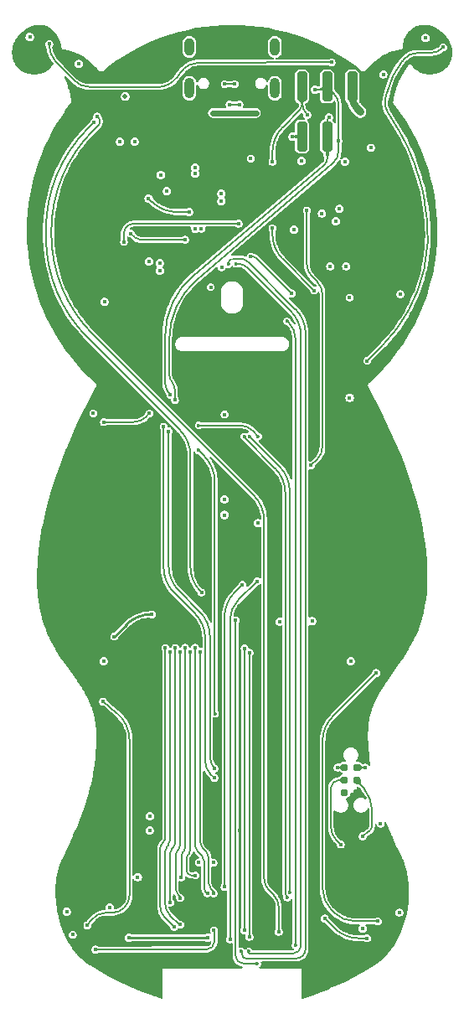
<source format=gbl>
%TF.GenerationSoftware,KiCad,Pcbnew,9.0.1*%
%TF.CreationDate,2025-04-05T00:33:59+01:00*%
%TF.ProjectId,mariposa,6d617269-706f-4736-912e-6b696361645f,2.0*%
%TF.SameCoordinates,Original*%
%TF.FileFunction,Copper,L4,Bot*%
%TF.FilePolarity,Positive*%
%FSLAX46Y46*%
G04 Gerber Fmt 4.6, Leading zero omitted, Abs format (unit mm)*
G04 Created by KiCad (PCBNEW 9.0.1) date 2025-04-05 00:33:59*
%MOMM*%
%LPD*%
G01*
G04 APERTURE LIST*
G04 Aperture macros list*
%AMRoundRect*
0 Rectangle with rounded corners*
0 $1 Rounding radius*
0 $2 $3 $4 $5 $6 $7 $8 $9 X,Y pos of 4 corners*
0 Add a 4 corners polygon primitive as box body*
4,1,4,$2,$3,$4,$5,$6,$7,$8,$9,$2,$3,0*
0 Add four circle primitives for the rounded corners*
1,1,$1+$1,$2,$3*
1,1,$1+$1,$4,$5*
1,1,$1+$1,$6,$7*
1,1,$1+$1,$8,$9*
0 Add four rect primitives between the rounded corners*
20,1,$1+$1,$2,$3,$4,$5,0*
20,1,$1+$1,$4,$5,$6,$7,0*
20,1,$1+$1,$6,$7,$8,$9,0*
20,1,$1+$1,$8,$9,$2,$3,0*%
G04 Aperture macros list end*
%TA.AperFunction,ComponentPad*%
%ADD10C,0.499999*%
%TD*%
%TA.AperFunction,ComponentPad*%
%ADD11O,1.000000X2.100000*%
%TD*%
%TA.AperFunction,ComponentPad*%
%ADD12O,1.000000X1.800000*%
%TD*%
%TA.AperFunction,ComponentPad*%
%ADD13C,5.600000*%
%TD*%
%TA.AperFunction,SMDPad,CuDef*%
%ADD14RoundRect,0.250000X0.250000X-1.250000X0.250000X1.250000X-0.250000X1.250000X-0.250000X-1.250000X0*%
%TD*%
%TA.AperFunction,ConnectorPad*%
%ADD15C,0.787400*%
%TD*%
%TA.AperFunction,ViaPad*%
%ADD16C,0.400000*%
%TD*%
%TA.AperFunction,ViaPad*%
%ADD17C,0.360000*%
%TD*%
%TA.AperFunction,ViaPad*%
%ADD18C,0.450000*%
%TD*%
%TA.AperFunction,ViaPad*%
%ADD19C,0.500000*%
%TD*%
%TA.AperFunction,Conductor*%
%ADD20C,0.160000*%
%TD*%
%TA.AperFunction,Conductor*%
%ADD21C,0.180000*%
%TD*%
%TA.AperFunction,Conductor*%
%ADD22C,0.240000*%
%TD*%
%TA.AperFunction,Conductor*%
%ADD23C,0.800000*%
%TD*%
%TA.AperFunction,Conductor*%
%ADD24C,0.220000*%
%TD*%
%TA.AperFunction,Conductor*%
%ADD25C,0.200000*%
%TD*%
%TA.AperFunction,Conductor*%
%ADD26C,0.600000*%
%TD*%
G04 APERTURE END LIST*
D10*
%TO.P,U2,9,PAD*%
%TO.N,GND*%
X134590000Y-52278818D03*
X135689997Y-52278818D03*
%TD*%
D11*
%TO.P,J4,S1,SHIELD*%
%TO.N,Net-(J4-SHIELD)*%
X151820000Y-50199321D03*
D12*
X151820000Y-46019321D03*
D11*
X143180000Y-50199321D03*
D12*
X143180000Y-46019321D03*
%TD*%
D13*
%TO.P,H2,1,1*%
%TO.N,GND*%
X162000000Y-65676642D03*
%TD*%
D14*
%TO.P,J9,1,Pin_1*%
%TO.N,VCC*%
X159650000Y-50034321D03*
%TO.P,J9,2,Pin_2*%
%TO.N,GND*%
X159650000Y-55074321D03*
%TO.P,J9,3,Pin_3*%
%TO.N,scl*%
X157110000Y-50034321D03*
%TO.P,J9,4,Pin_4*%
%TO.N,sda*%
X157110000Y-55074321D03*
%TO.P,J9,5,Pin_5*%
%TO.N,argb_data_out*%
X154570000Y-50034321D03*
%TO.P,J9,6,Pin_6*%
%TO.N,gpio2*%
X154570000Y-55074321D03*
%TD*%
D13*
%TO.P,H4,1,1*%
%TO.N,GND*%
X162000000Y-129751642D03*
%TD*%
D15*
%TO.P,J3,1,VCC*%
%TO.N,VCC*%
X160130000Y-118824321D03*
%TO.P,J3,2,SWDIO*%
%TO.N,swdio*%
X158860000Y-118824321D03*
%TO.P,J3,3,~{RESET}*%
%TO.N,reset*%
X160130000Y-120094321D03*
%TO.P,J3,4,SWCLK*%
%TO.N,swdclk*%
X158860000Y-120094321D03*
%TO.P,J3,5,GND*%
%TO.N,GND*%
X160130000Y-121364321D03*
%TO.P,J3,6,SWO*%
%TO.N,unconnected-(J3-SWO-Pad6)*%
X158860000Y-121364321D03*
%TD*%
D13*
%TO.P,H5,1,1*%
%TO.N,GND*%
X133000000Y-129751642D03*
%TD*%
%TO.P,H3,1,1*%
%TO.N,GND*%
X133000000Y-65676642D03*
%TD*%
D16*
%TO.N,GND*%
X147580000Y-64784321D03*
X139590000Y-130504321D03*
X150560000Y-84264321D03*
X143510000Y-127884321D03*
X137110000Y-140154321D03*
X157920000Y-140114321D03*
X153170000Y-135594321D03*
X149750000Y-133684321D03*
X145290000Y-138884321D03*
X161990000Y-47694321D03*
X134420000Y-106674321D03*
D17*
X148280000Y-125154321D03*
D16*
X145400000Y-125324321D03*
X145910000Y-130794321D03*
D18*
%TO.N,+BATT*%
X140903312Y-60601009D03*
X136160000Y-55584321D03*
X140290000Y-58944321D03*
X137630000Y-55584321D03*
X137960000Y-129914321D03*
D16*
%TO.N,VCC*%
X145630000Y-128444321D03*
D18*
X146420000Y-61604321D03*
D16*
X145340000Y-70294321D03*
X144130000Y-128434321D03*
D18*
X146720000Y-93314321D03*
D16*
X160950000Y-118834321D03*
D18*
X134590000Y-71784321D03*
D16*
X149390000Y-57304321D03*
D18*
X152300000Y-104084321D03*
X154500000Y-57534321D03*
X146720000Y-91724321D03*
D16*
X146740000Y-83154321D03*
D18*
X140170000Y-67884321D03*
X155590000Y-104044321D03*
X161520000Y-56214321D03*
X139090000Y-67694321D03*
X146420000Y-60854321D03*
X158900000Y-57624321D03*
X140200000Y-68624321D03*
X150100000Y-94154321D03*
X160460000Y-52584321D03*
D16*
X162510000Y-124494321D03*
D18*
%TO.N,VBUS*%
X139180000Y-123734321D03*
D19*
X136690000Y-51024321D03*
D18*
X139170000Y-125184321D03*
X143770000Y-58814321D03*
X143770000Y-58224321D03*
D16*
%TO.N,D+*%
X146750000Y-49784321D03*
X147760000Y-49784321D03*
%TO.N,D-*%
X147240000Y-51854321D03*
X148250000Y-51854321D03*
D18*
%TO.N,BATT_READ_EN*%
X137060000Y-136034321D03*
X145050000Y-136034321D03*
D16*
%TO.N,eepy*%
X145660000Y-135274321D03*
X133680000Y-137224321D03*
%TO.N,ch2*%
X142270000Y-134714321D03*
X141250000Y-107134321D03*
%TO.N,ch6*%
X143800000Y-129724321D03*
X143250000Y-107144321D03*
%TO.N,ch8*%
X145630000Y-131534321D03*
X144250000Y-107144321D03*
%TO.N,GND*%
X147510000Y-44984321D03*
X159490000Y-123474321D03*
X149750000Y-130854321D03*
X146530000Y-136034321D03*
X154540000Y-46004321D03*
X139630000Y-135244321D03*
X152360000Y-138884321D03*
X145960000Y-85534321D03*
X150810000Y-138894321D03*
X143380000Y-128434321D03*
X145080000Y-132654321D03*
X140290000Y-46064321D03*
D18*
X145340000Y-60834321D03*
D16*
X151630000Y-128324321D03*
X144160000Y-136704321D03*
X142660000Y-138874321D03*
X151630000Y-129724321D03*
X144170000Y-138874321D03*
D18*
X142390000Y-58964321D03*
X156320000Y-65564321D03*
D16*
%TO.N,ch5*%
X142750000Y-106744321D03*
X142360000Y-129924321D03*
%TO.N,ch3*%
X141760000Y-106744321D03*
X141230000Y-132464321D03*
%TO.N,ch18*%
X149250000Y-135934321D03*
X149250000Y-107254321D03*
D17*
%TO.N,ext_on*%
X153910000Y-136804321D03*
X153050000Y-73724321D03*
D16*
%TO.N,ch17*%
X148750000Y-106804321D03*
X148720000Y-135294321D03*
D17*
%TO.N,mosi*%
X149250000Y-85374321D03*
X153320000Y-131444321D03*
%TO.N,sck*%
X144120000Y-84264321D03*
X144090000Y-86784321D03*
X145790000Y-113384321D03*
X150150000Y-85374321D03*
%TO.N,cs*%
X148719997Y-85374321D03*
X153070000Y-131964321D03*
D16*
%TO.N,reset*%
X160690000Y-125764321D03*
X156860000Y-134094321D03*
X161140000Y-136084321D03*
%TO.N,swdio*%
X158170000Y-118834321D03*
%TO.N,swdclk*%
X158480000Y-126605071D03*
%TO.N,ch7*%
X143750000Y-106744321D03*
X144990000Y-131534321D03*
%TO.N,ch4*%
X142250000Y-132014321D03*
X142250000Y-107144321D03*
D18*
%TO.N,LINE*%
X149900000Y-52684321D03*
X145570000Y-52684321D03*
X146200000Y-52684321D03*
X149130000Y-52684321D03*
%TO.N,VDC*%
X158340000Y-62384321D03*
X143790000Y-64384321D03*
X157980000Y-63624321D03*
X156580000Y-62844321D03*
X153760000Y-64494321D03*
D16*
X146440000Y-68294321D03*
X144380000Y-64384321D03*
D18*
%TO.N,PRI_LO*%
X160700000Y-135124321D03*
D16*
X133460000Y-83054321D03*
D18*
X157420000Y-68184321D03*
X127040000Y-45024321D03*
X167050000Y-45134321D03*
X159380000Y-81464321D03*
D16*
X164500000Y-71004321D03*
D18*
X162780000Y-48794321D03*
X134510000Y-108074321D03*
X131990000Y-47744321D03*
X159040000Y-68184321D03*
D16*
X159380000Y-71344321D03*
D18*
X135140000Y-132974321D03*
X130770000Y-133404321D03*
X159490000Y-108084321D03*
%TO.N,sda*%
X157290000Y-53154321D03*
X157110000Y-56864321D03*
D16*
X141250000Y-81204321D03*
X145700000Y-119874321D03*
X140570000Y-84404321D03*
%TO.N,scl*%
X158240000Y-55534321D03*
X141730000Y-81704321D03*
X141080000Y-84854321D03*
X145707658Y-118926663D03*
D18*
X155890000Y-50341054D03*
%TO.N,gpio2*%
X153610000Y-55074321D03*
D16*
X146720000Y-130894321D03*
X155470000Y-88314321D03*
X148540000Y-100344321D03*
X155050000Y-62554321D03*
%TO.N,ch1*%
X141640000Y-134914321D03*
X140750000Y-106744321D03*
%TO.N,Net-(D15-DOUT)*%
X132860000Y-134774321D03*
X134450000Y-112174321D03*
%TO.N,Net-(D16-DOUT)*%
X164400000Y-133494321D03*
X131390000Y-135724321D03*
%TO.N,Net-(D17-DOUT)*%
X162230000Y-134374321D03*
X162060000Y-109284321D03*
%TO.N,argb_data_out*%
X151570000Y-64344321D03*
X151570000Y-57614321D03*
X155097208Y-52891529D03*
X155790000Y-70639321D03*
%TO.N,chg_stat*%
X152210000Y-135424321D03*
X133860000Y-53064321D03*
%TO.N,chg_pg*%
X144405000Y-101139321D03*
D17*
X150030000Y-138644321D03*
D16*
X133550000Y-53624321D03*
X147840000Y-103964321D03*
D18*
%TO.N,USB_ST*%
X143150000Y-62704321D03*
X139060000Y-61344321D03*
D16*
%TO.N,ll_oe*%
X139370000Y-103354321D03*
X135580000Y-105604321D03*
%TO.N,Net-(D19-DOUT)*%
X168830000Y-46064321D03*
X161150000Y-77734321D03*
%TO.N,Net-(D20-DOUT)*%
X129010000Y-45724321D03*
X157560000Y-47584321D03*
%TO.N,Net-(D22-DOUT)*%
X139140000Y-83054321D03*
X134530000Y-83934321D03*
%TO.N,Net-(JP2-A)*%
X136560000Y-65714321D03*
X148150000Y-63883321D03*
%TO.N,Net-(U1-MODE)*%
X137260000Y-64884321D03*
X142740000Y-65504321D03*
%TO.N,status_led_blue*%
X149380000Y-67224321D03*
X147280000Y-136194321D03*
X153520000Y-70934321D03*
X150040000Y-100004321D03*
D17*
%TO.N,status_led_green*%
X149220000Y-137404321D03*
X147900000Y-67954321D03*
%TO.N,status_led_red*%
X148440000Y-137404321D03*
X147120000Y-67984321D03*
%TD*%
D20*
%TO.N,ch6*%
X143390000Y-129724321D02*
G75*
G02*
X142889979Y-129224321I0J500021D01*
G01*
X143800000Y-129724321D02*
X143390000Y-129724321D01*
X142890000Y-129224321D02*
X142890000Y-127940006D01*
X142890000Y-127940006D02*
G75*
G02*
X143007155Y-127657160I400000J6D01*
G01*
X143250000Y-127248636D02*
X143250000Y-107144321D01*
X143007158Y-127657163D02*
X143132843Y-127531478D01*
X143132843Y-127531478D02*
G75*
G03*
X143250025Y-127248636I-282843J282878D01*
G01*
%TO.N,ch8*%
X144270000Y-126382950D02*
G75*
G03*
X144504289Y-126948660I800000J-50D01*
G01*
X145120000Y-127895692D02*
G75*
G03*
X144885681Y-127330010I-800000J-8D01*
G01*
%TO.N,ch7*%
X144670000Y-128305692D02*
G75*
G03*
X144435681Y-127740010I-800000J-8D01*
G01*
X143750000Y-126722950D02*
G75*
G03*
X143984289Y-127288660I800000J-50D01*
G01*
X144670000Y-131048636D02*
G75*
G03*
X144787175Y-131331460I400000J36D01*
G01*
%TO.N,ch8*%
X145120000Y-130512950D02*
G75*
G03*
X145354289Y-131078660I800000J-50D01*
G01*
%TO.N,ch4*%
X142044314Y-131708635D02*
G75*
G02*
X141810035Y-131142950I565686J565635D01*
G01*
%TO.N,ch2*%
X140720000Y-132518737D02*
G75*
G03*
X141247226Y-133791511I1800000J37D01*
G01*
%TO.N,ch1*%
X140727208Y-134021529D02*
G75*
G02*
X140199974Y-132748737I1272792J1272829D01*
G01*
%TO.N,ch2*%
X140720000Y-132518737D02*
X140720000Y-127305692D01*
X142170000Y-134714321D02*
X141247208Y-133791529D01*
%TO.N,ch5*%
X142516447Y-127400968D02*
G75*
G03*
X142370015Y-127754522I353553J-353532D01*
G01*
X142750000Y-126960308D02*
G75*
G02*
X142603550Y-127313857I-500000J8D01*
G01*
%TO.N,ch4*%
X142074264Y-127110057D02*
G75*
G03*
X142249995Y-126685793I-424264J424257D01*
G01*
X141985736Y-127198585D02*
G75*
G03*
X141810035Y-127622849I424264J-424215D01*
G01*
%TO.N,ch3*%
X141760000Y-126414372D02*
G75*
G02*
X141554989Y-126909360I-700000J-28D01*
G01*
X141220000Y-127534270D02*
G75*
G02*
X141425041Y-127039310I700000J-30D01*
G01*
%TO.N,ch2*%
X141015686Y-126678635D02*
G75*
G03*
X141249965Y-126112950I-565686J565635D01*
G01*
X140954315Y-126740006D02*
G75*
G03*
X140719994Y-127305692I565685J-565694D01*
G01*
%TO.N,ch1*%
X140486396Y-126437925D02*
G75*
G03*
X140750020Y-125801529I-636396J636425D01*
G01*
X140463604Y-126460717D02*
G75*
G03*
X140200009Y-127097113I636396J-636383D01*
G01*
X140463604Y-126460717D02*
X140486396Y-126437925D01*
X140200000Y-132748737D02*
X140200000Y-127097113D01*
%TO.N,ch4*%
X141985736Y-127198585D02*
X142074264Y-127110057D01*
X141810000Y-131142950D02*
X141810000Y-127622849D01*
%TO.N,ch3*%
X141220000Y-132454321D02*
X141220000Y-127534270D01*
X141425026Y-127039295D02*
X141554975Y-126909346D01*
X141760000Y-126414372D02*
X141760000Y-106744321D01*
%TO.N,ch5*%
X142750000Y-126960308D02*
X142750000Y-106744321D01*
X142516447Y-127400968D02*
X142603554Y-127313861D01*
%TO.N,ch1*%
X140750000Y-125801529D02*
X140750000Y-106744321D01*
%TO.N,ch2*%
X140954315Y-126740006D02*
X141015686Y-126678635D01*
X141250000Y-126112950D02*
X141250000Y-107134321D01*
%TO.N,ch4*%
X142250000Y-126685793D02*
X142250000Y-107144321D01*
%TO.N,ch5*%
X142370000Y-129914321D02*
X142370000Y-127754522D01*
D21*
%TO.N,sck*%
X149567208Y-84791529D02*
G75*
G03*
X148294416Y-84264304I-1272808J-1272771D01*
G01*
D22*
%TO.N,VCC*%
X159650000Y-50034321D02*
X159650000Y-49731642D01*
D20*
X160950000Y-118834321D02*
X160140000Y-118834321D01*
X160140000Y-118834321D02*
X160130000Y-118824321D01*
D23*
X159650000Y-50034321D02*
X159650000Y-51028737D01*
X160177208Y-52301529D02*
X160460000Y-52584321D01*
X159650000Y-51028737D02*
G75*
G03*
X160177226Y-52301511I1800000J37D01*
G01*
D21*
%TO.N,D+*%
X146750000Y-49784321D02*
X147760000Y-49784321D01*
%TO.N,D-*%
X148250000Y-51854321D02*
X147240000Y-51854321D01*
D24*
%TO.N,BATT_READ_EN*%
X137060000Y-136034321D02*
X145050000Y-136034321D01*
D25*
%TO.N,eepy*%
X145710000Y-136414986D02*
X145710000Y-135324321D01*
X133680000Y-137224321D02*
X144910665Y-137214985D01*
X145710000Y-135324321D02*
X145660000Y-135274321D01*
X145710000Y-136414986D02*
G75*
G02*
X144910665Y-137215000I-800000J-14D01*
G01*
D20*
%TO.N,ch2*%
X142270000Y-134714321D02*
X142170000Y-134714321D01*
%TO.N,ch8*%
X145630000Y-131534321D02*
X145630000Y-131354321D01*
X144270000Y-107164321D02*
X144250000Y-107144321D01*
X144885685Y-127330006D02*
X144504314Y-126948635D01*
X145120000Y-130512950D02*
X145120000Y-127895692D01*
X145630000Y-131354321D02*
X145354314Y-131078635D01*
X144270000Y-126382950D02*
X144270000Y-107164321D01*
%TO.N,GND*%
X159490000Y-122004321D02*
X159490000Y-123474321D01*
X160130000Y-121364321D02*
X159490000Y-122004321D01*
%TO.N,ch5*%
X142360000Y-129924321D02*
X142370000Y-129914321D01*
%TO.N,ch3*%
X141230000Y-132464321D02*
X141220000Y-132454321D01*
%TO.N,ch18*%
X149250000Y-135934321D02*
X149250000Y-107254321D01*
D21*
%TO.N,ext_on*%
X153890000Y-119204321D02*
X153890000Y-75475591D01*
X153890000Y-136784321D02*
X153890000Y-119204321D01*
X153910000Y-136804321D02*
X153890000Y-136784321D01*
X153245635Y-73919956D02*
X153050000Y-73724321D01*
X153245635Y-73919956D02*
G75*
G02*
X153890006Y-75475591I-1555635J-1555644D01*
G01*
D20*
%TO.N,ch17*%
X148720000Y-135294321D02*
X148720000Y-106834321D01*
X148720000Y-106834321D02*
X148750000Y-106804321D01*
D21*
%TO.N,mosi*%
X152265584Y-88389905D02*
X149250000Y-85374321D01*
X153320000Y-131444321D02*
X153320000Y-90935490D01*
X153320000Y-90935490D02*
G75*
G03*
X152265579Y-88389910I-3600000J-10D01*
G01*
%TO.N,sck*%
X145740000Y-113334321D02*
X145740000Y-103374321D01*
X144685584Y-87379905D02*
X144090000Y-86784321D01*
X145740000Y-103374321D02*
X145740000Y-89925490D01*
X145790000Y-113384321D02*
X145740000Y-113334321D01*
X149567208Y-84791529D02*
X150150000Y-85374321D01*
X144120000Y-84264321D02*
X148294416Y-84264321D01*
X145740000Y-89925490D02*
G75*
G03*
X144685579Y-87379910I-3600000J-10D01*
G01*
%TO.N,cs*%
X153070000Y-131964321D02*
X153025446Y-131919767D01*
X148719997Y-85467987D02*
X148719997Y-85374321D01*
X151824584Y-88572574D02*
X148719997Y-85467987D01*
X152879000Y-131566214D02*
X152879000Y-91118159D01*
X153025446Y-131919767D02*
G75*
G02*
X152878990Y-131566214I353554J353567D01*
G01*
X152879000Y-91118159D02*
G75*
G03*
X151824563Y-88572595I-3600000J-41D01*
G01*
D20*
%TO.N,reset*%
X160855326Y-120996207D02*
X160130000Y-120094321D01*
X161650000Y-124664118D02*
X161650000Y-123252342D01*
X160690000Y-125764321D02*
X161316909Y-125313730D01*
D21*
X161140000Y-136084321D02*
X160341169Y-136084321D01*
X157795584Y-135029905D02*
X156860000Y-134094321D01*
D20*
X161650000Y-123252342D02*
G75*
G03*
X160855347Y-120996190I-3600000J42D01*
G01*
X161316909Y-125313730D02*
G75*
G03*
X161650014Y-124664118I-466909J649630D01*
G01*
D21*
X160341169Y-136084321D02*
G75*
G02*
X157795595Y-135029894I31J3600021D01*
G01*
D20*
%TO.N,swdio*%
X158850000Y-118834321D02*
X158860000Y-118824321D01*
X158170000Y-118834321D02*
X158850000Y-118834321D01*
%TO.N,swdclk*%
X158017208Y-126142279D02*
X158480000Y-126605071D01*
X158860000Y-120094321D02*
X158290000Y-120094321D01*
X157490000Y-120894321D02*
X157490000Y-124869487D01*
X158017208Y-126142279D02*
G75*
G02*
X157490009Y-124869487I1272792J1272779D01*
G01*
X158290000Y-120094321D02*
G75*
G03*
X157490021Y-120894321I0J-799979D01*
G01*
%TO.N,ch7*%
X144990000Y-131534321D02*
X144787157Y-131331478D01*
X144435685Y-127740006D02*
X143984314Y-127288635D01*
X144670000Y-131048636D02*
X144670000Y-128305692D01*
X143750000Y-126722950D02*
X143750000Y-106744321D01*
%TO.N,ch4*%
X142250000Y-131914321D02*
X142044314Y-131708635D01*
X142250000Y-132014321D02*
X142250000Y-131914321D01*
D26*
%TO.N,LINE*%
X149130000Y-52684321D02*
X146200000Y-52684321D01*
X149130000Y-52684321D02*
X149900000Y-52684321D01*
X146200000Y-52684321D02*
X145570000Y-52684321D01*
D21*
%TO.N,sda*%
X157110000Y-53500006D02*
X157110000Y-55074321D01*
X157290000Y-53154321D02*
X157227157Y-53217164D01*
X157110000Y-55174321D02*
X157110000Y-55074321D01*
X140888484Y-80641190D02*
X141250000Y-81204321D01*
X157110000Y-56864321D02*
X157110000Y-57322762D01*
X156826101Y-57934023D02*
X143568989Y-69127299D01*
X144780000Y-118218737D02*
X144780000Y-105805490D01*
X143725584Y-103259905D02*
X141624415Y-101158736D01*
X140570000Y-85504321D02*
X140570000Y-84404321D01*
X140570000Y-98613152D02*
X140570000Y-85504321D01*
X145700000Y-119874321D02*
X145690000Y-119874321D01*
X157110000Y-55074321D02*
X157110000Y-56981163D01*
X145690000Y-119874321D02*
X145307208Y-119491529D01*
X140730000Y-75239906D02*
X140730000Y-80100958D01*
X157227157Y-53217164D02*
G75*
G03*
X157110005Y-53500006I282843J-282836D01*
G01*
X156826101Y-57934023D02*
G75*
G03*
X157109971Y-57322762I-516101J611223D01*
G01*
X145307208Y-119491529D02*
G75*
G02*
X144779974Y-118218737I1272792J1272829D01*
G01*
X140730000Y-75239906D02*
G75*
G02*
X143568986Y-69127295I8000000J6D01*
G01*
X141624415Y-101158736D02*
G75*
G02*
X140570034Y-98613152I2545585J2545536D01*
G01*
X144780000Y-105805490D02*
G75*
G03*
X143725579Y-103259910I-3600000J-10D01*
G01*
X140888484Y-80641190D02*
G75*
G02*
X140730023Y-80100958I841516J540190D01*
G01*
%TO.N,scl*%
X158270000Y-51939905D02*
X158270000Y-56455231D01*
X157110000Y-50034321D02*
X157742792Y-50667113D01*
X157639911Y-57823189D02*
X143940395Y-69539354D01*
X155903267Y-50354321D02*
X156790000Y-50354321D01*
X155890000Y-50341054D02*
X155903267Y-50354321D01*
X145707658Y-118926663D02*
X145706066Y-118926663D01*
X144205584Y-103069905D02*
X142134415Y-100998736D01*
X156790000Y-50354321D02*
X157110000Y-50034321D01*
X141266232Y-79681111D02*
X141603768Y-80287531D01*
X141080000Y-85404321D02*
X141080000Y-84854321D01*
X145706066Y-118926663D02*
X145689045Y-118909642D01*
X141730000Y-80773874D02*
X141730000Y-81704321D01*
X145260000Y-117738737D02*
X145260000Y-105615490D01*
X141080000Y-98453152D02*
X141080000Y-85404321D01*
X141140000Y-75619165D02*
X141140000Y-79194768D01*
X158270000Y-56455231D02*
G75*
G02*
X157639896Y-57823171I-1800000J31D01*
G01*
X145689045Y-118909642D02*
G75*
G02*
X145260020Y-117738737I1395155J1175242D01*
G01*
X143940395Y-69539354D02*
G75*
G03*
X141139974Y-75619165I5199605J-6079846D01*
G01*
X141140000Y-79194768D02*
G75*
G03*
X141266218Y-79681119I1000000J-32D01*
G01*
X142134415Y-100998736D02*
G75*
G02*
X141079963Y-98453152I2545585J2545636D01*
G01*
X141730000Y-80773874D02*
G75*
G03*
X141603757Y-80287537I-1000000J-26D01*
G01*
X157742792Y-50667113D02*
G75*
G02*
X158269996Y-51939905I-1272792J-1272787D01*
G01*
X145260000Y-105615490D02*
G75*
G03*
X144205579Y-103069910I-3600000J-10D01*
G01*
%TO.N,gpio2*%
X156102792Y-69757113D02*
X155577208Y-69231529D01*
X147774416Y-101109905D02*
X148540000Y-100344321D01*
X153610000Y-55074321D02*
X154570000Y-55074321D01*
X156630000Y-86408737D02*
X156630000Y-71029905D01*
X155050000Y-67958737D02*
X155050000Y-62554321D01*
X146720000Y-130894321D02*
X146720000Y-103655490D01*
X155470000Y-88314321D02*
X156102792Y-87681529D01*
X156630000Y-71029905D02*
G75*
G03*
X156102795Y-69757110I-1800000J5D01*
G01*
X146720000Y-103655490D02*
G75*
G02*
X147774421Y-101109910I3600000J-10D01*
G01*
X156102792Y-87681529D02*
G75*
G03*
X156630026Y-86408737I-1272792J1272829D01*
G01*
X155050000Y-67958737D02*
G75*
G03*
X155577226Y-69231511I1800000J37D01*
G01*
D20*
%TO.N,ch1*%
X141620000Y-134914321D02*
X140727208Y-134021529D01*
X141640000Y-134914321D02*
X141620000Y-134914321D01*
D21*
%TO.N,Net-(D15-DOUT)*%
X135820362Y-113304358D02*
X134450000Y-112174321D01*
X137130000Y-131714321D02*
X137130000Y-116081811D01*
X134720351Y-133514321D02*
X135330000Y-133514321D01*
X132860000Y-134774321D02*
X133299517Y-134209228D01*
X133299517Y-134209228D02*
G75*
G02*
X134720351Y-133514274I1420883J-1105072D01*
G01*
X137130000Y-131714321D02*
G75*
G02*
X135330000Y-133514300I-1800000J21D01*
G01*
X135820362Y-113304358D02*
G75*
G02*
X137129992Y-116081811I-2290362J-2777442D01*
G01*
%TO.N,Net-(D17-DOUT)*%
X157732741Y-133437062D02*
X157567258Y-133271579D01*
X162230000Y-134374321D02*
X159995483Y-134374321D01*
X156630000Y-131008838D02*
X156630000Y-116205490D01*
X157684416Y-113659905D02*
X162060000Y-109284321D01*
X159995483Y-134374321D02*
G75*
G02*
X157732745Y-133437058I17J3200021D01*
G01*
X157684416Y-113659905D02*
G75*
G03*
X156629993Y-116205490I2545584J-2545595D01*
G01*
X156630000Y-131008838D02*
G75*
G03*
X157567277Y-133271560I3200000J38D01*
G01*
%TO.N,argb_data_out*%
X154335685Y-52408636D02*
X152624415Y-54119906D01*
X154570000Y-50034321D02*
X154570000Y-51842950D01*
X152624416Y-67478737D02*
X155785000Y-70639321D01*
X154570000Y-51618737D02*
X154570000Y-50034321D01*
X151570000Y-56665490D02*
X151570000Y-57614321D01*
X151570000Y-64344321D02*
X151570000Y-64933152D01*
X155785000Y-70639321D02*
X155790000Y-70639321D01*
X152624415Y-54119906D02*
G75*
G03*
X151569993Y-56665490I2545585J-2545594D01*
G01*
X154570000Y-51618737D02*
G75*
G03*
X155097226Y-52891511I1800000J37D01*
G01*
X154570000Y-51842950D02*
G75*
G02*
X154335660Y-52408611I-800000J50D01*
G01*
X151570000Y-64933152D02*
G75*
G03*
X152624392Y-67478761I3600000J-48D01*
G01*
%TO.N,chg_stat*%
X133437663Y-54476658D02*
X134022843Y-53891478D01*
X149675584Y-91319905D02*
X133437662Y-75081983D01*
X152210000Y-135424321D02*
X152210000Y-132969905D01*
X134140000Y-53608636D02*
X134140000Y-53510006D01*
X129220000Y-64899646D02*
X129220000Y-64658996D01*
X134022842Y-53227163D02*
X133860000Y-53064321D01*
X150730000Y-129998737D02*
X150730000Y-93865490D01*
X151682792Y-131697113D02*
X151257208Y-131271529D01*
X134022843Y-53891478D02*
G75*
G03*
X134140025Y-53608636I-282843J282878D01*
G01*
X134140000Y-53510006D02*
G75*
G03*
X134022845Y-53227160I-400000J6D01*
G01*
X133437663Y-54476658D02*
G75*
G03*
X129219997Y-64658996I10182337J-10182342D01*
G01*
X150730000Y-129998737D02*
G75*
G03*
X151257226Y-131271511I1800000J37D01*
G01*
X150730000Y-93865490D02*
G75*
G03*
X149675579Y-91319910I-3600000J-10D01*
G01*
X133437662Y-75081983D02*
G75*
G02*
X129219968Y-64899646I10182338J10182383D01*
G01*
X151682792Y-131697113D02*
G75*
G02*
X152209996Y-132969905I-1272792J-1272787D01*
G01*
%TO.N,chg_pg*%
X144405000Y-101139321D02*
X144334415Y-101068736D01*
X132897663Y-54276658D02*
X133550000Y-53624321D01*
X148640000Y-138644321D02*
X150030000Y-138644321D01*
X142225584Y-84739905D02*
X132897662Y-75411983D01*
X128680000Y-65229646D02*
X128680000Y-64458996D01*
X143280000Y-98523152D02*
X143280000Y-87285490D01*
X147840000Y-103964321D02*
X147840000Y-134997297D01*
X147840000Y-134997297D02*
X147840000Y-137844321D01*
X144334415Y-101068736D02*
G75*
G02*
X143279963Y-98523152I2545585J2545636D01*
G01*
X132897662Y-75411983D02*
G75*
G02*
X128679968Y-65229646I10182338J10182383D01*
G01*
X132897663Y-54276658D02*
G75*
G03*
X128679997Y-64458996I10182337J-10182342D01*
G01*
X147840000Y-137844321D02*
G75*
G03*
X148640000Y-138644300I800000J21D01*
G01*
X142225584Y-84739905D02*
G75*
G02*
X143280007Y-87285490I-2545584J-2545595D01*
G01*
D25*
%TO.N,USB_ST*%
X141911169Y-62704321D02*
X143150000Y-62704321D01*
X139060000Y-61344321D02*
X139365585Y-61649906D01*
X141911169Y-62704321D02*
G75*
G02*
X139365596Y-61649895I31J3600021D01*
G01*
D24*
%TO.N,ll_oe*%
X136775584Y-104408737D02*
X135580000Y-105604321D01*
X139370000Y-103354321D02*
X139321169Y-103354321D01*
X139321169Y-103354321D02*
G75*
G03*
X136775604Y-104408757I31J-3599979D01*
G01*
D21*
%TO.N,Net-(D19-DOUT)*%
X162741739Y-76132213D02*
X161150000Y-77734321D01*
X165820585Y-57552729D02*
X166323068Y-59010592D01*
X164809561Y-47309871D02*
X164717592Y-47424832D01*
X168830000Y-46064321D02*
X168787208Y-46107113D01*
X167000449Y-61844146D02*
X167157454Y-62979739D01*
X166932628Y-68328131D02*
X166869063Y-68610518D01*
X163229865Y-52657053D02*
X164409750Y-54571948D01*
X165367923Y-72564368D02*
X165233451Y-72808022D01*
X167514416Y-46634321D02*
X166215125Y-46634321D01*
X163176885Y-50591437D02*
X163010095Y-51300849D01*
X164809561Y-47309871D02*
G75*
G02*
X166215125Y-46634333I1405539J-1124429D01*
G01*
X167514416Y-46634321D02*
G75*
G03*
X168787205Y-46107110I-16J1800021D01*
G01*
X167000449Y-61844146D02*
G75*
G03*
X166323066Y-59010593I-14858749J-2054354D01*
G01*
X163010095Y-51300849D02*
G75*
G03*
X163229876Y-52657046I1752205J-411951D01*
G01*
X162741739Y-76132213D02*
G75*
G03*
X165233459Y-72808026I-10640939J10572113D01*
G01*
X166932628Y-68328131D02*
G75*
G03*
X167157440Y-62979741I-14633828J3294031D01*
G01*
X164409750Y-54571948D02*
G75*
G02*
X165820575Y-57552733I-12770550J-7868652D01*
G01*
X166869063Y-68610518D02*
G75*
G02*
X165367914Y-72564363I-14633863J3294118D01*
G01*
X164717592Y-47424832D02*
G75*
G03*
X163176893Y-50591439I6247008J-4997568D01*
G01*
%TO.N,Net-(D20-DOUT)*%
X144232764Y-47593506D02*
X157560000Y-47584321D01*
X133176149Y-50084321D02*
X139956208Y-50084321D01*
X129010000Y-45724321D02*
X129010000Y-45862103D01*
X141860494Y-49145038D02*
X142330132Y-48532787D01*
X129686637Y-47532439D02*
X131452787Y-49354657D01*
X141860494Y-49145038D02*
G75*
G02*
X139956208Y-50084319I-1904294J1460738D01*
G01*
X131452787Y-49354657D02*
G75*
G03*
X133176149Y-50084351I1723413J1670357D01*
G01*
X142330132Y-48532787D02*
G75*
G02*
X144232764Y-47593517I1904268J-1460713D01*
G01*
X129010000Y-45862103D02*
G75*
G03*
X129686639Y-47532437I2400000J3D01*
G01*
%TO.N,Net-(D22-DOUT)*%
X134530000Y-83934321D02*
X137514416Y-83934321D01*
X138787208Y-83407113D02*
X139140000Y-83054321D01*
X137514416Y-83934321D02*
G75*
G03*
X138787205Y-83407110I-16J1800021D01*
G01*
D25*
%TO.N,Net-(JP2-A)*%
X136560000Y-64883321D02*
X136560000Y-65714321D01*
X148150000Y-63883321D02*
X137560000Y-63883321D01*
X137560000Y-63883321D02*
G75*
G03*
X136560021Y-64883321I0J-999979D01*
G01*
%TO.N,Net-(U1-MODE)*%
X137645685Y-65270006D02*
X137260000Y-64884321D01*
X142740000Y-65504321D02*
X138211371Y-65504321D01*
X137645685Y-65270006D02*
G75*
G03*
X138211371Y-65504335I565715J565706D01*
G01*
D21*
%TO.N,status_led_blue*%
X153520000Y-70934321D02*
X149927157Y-67341478D01*
X147280000Y-136194321D02*
X147280000Y-103924119D01*
X148100101Y-101944220D02*
X150040000Y-100004321D01*
X149644315Y-67224321D02*
X149380000Y-67224321D01*
X147280000Y-103924119D02*
G75*
G02*
X148100092Y-101944211I2800000J19D01*
G01*
X149927157Y-67341478D02*
G75*
G03*
X149644315Y-67224305I-282857J-282822D01*
G01*
D25*
%TO.N,status_led_green*%
X149220000Y-137574321D02*
X149270000Y-137624321D01*
X148121522Y-67944321D02*
X147900000Y-67944321D01*
X149270000Y-137624321D02*
X153660000Y-137624321D01*
X149220000Y-137404321D02*
X149220000Y-137574321D01*
X147900000Y-67944321D02*
X147900000Y-67984321D01*
X153405585Y-72689906D02*
X149040761Y-68325082D01*
X154460000Y-136824321D02*
X154460000Y-75235490D01*
X153660000Y-137624321D02*
G75*
G03*
X154460021Y-136824321I0J800021D01*
G01*
X154460000Y-75235490D02*
G75*
G03*
X153405580Y-72689911I-3600000J-10D01*
G01*
X149040761Y-68325082D02*
G75*
G03*
X148121522Y-67944299I-919261J-919218D01*
G01*
%TO.N,status_led_red*%
X148256522Y-67409321D02*
X147620000Y-67409321D01*
X148440000Y-137404321D02*
X148500000Y-137464321D01*
X153875583Y-72489904D02*
X149175761Y-67790082D01*
X154929999Y-137134321D02*
X154929999Y-75035489D01*
X148500000Y-137464321D02*
X148500000Y-137734321D01*
X147120000Y-67909321D02*
X147120000Y-67984321D01*
X148900000Y-138134321D02*
X153929999Y-138134321D01*
X147620000Y-67409321D02*
G75*
G03*
X147120021Y-67909321I0J-499979D01*
G01*
X148500000Y-137734321D02*
G75*
G03*
X148900000Y-138134300I400000J21D01*
G01*
X149175761Y-67790082D02*
G75*
G03*
X148256522Y-67409299I-919261J-919218D01*
G01*
X154929999Y-75035489D02*
G75*
G03*
X153875577Y-72489910I-3599999J-11D01*
G01*
X153929999Y-138134321D02*
G75*
G03*
X154930021Y-137134321I1J1000021D01*
G01*
%TD*%
%TA.AperFunction,Conductor*%
%TO.N,GND*%
G36*
X148423192Y-43821438D02*
G01*
X148427446Y-43821625D01*
X149337946Y-43881657D01*
X149342216Y-43882033D01*
X150241491Y-43981040D01*
X150245703Y-43981597D01*
X151132962Y-44118734D01*
X151137199Y-44119484D01*
X152011522Y-44293886D01*
X152015703Y-44294814D01*
X152876412Y-44505662D01*
X152880483Y-44506753D01*
X153726693Y-44753196D01*
X153730723Y-44754464D01*
X154561590Y-45035657D01*
X154565497Y-45037073D01*
X155380177Y-45352168D01*
X155384023Y-45353750D01*
X156181721Y-45701925D01*
X156185492Y-45703668D01*
X156881482Y-46043169D01*
X156965251Y-46084031D01*
X156968955Y-46085934D01*
X157709207Y-46486420D01*
X157730050Y-46497696D01*
X157733651Y-46499743D01*
X158469079Y-46938391D01*
X158475186Y-46942033D01*
X158478680Y-46944217D01*
X159199830Y-47416209D01*
X159203196Y-47418513D01*
X159903134Y-47919376D01*
X159906370Y-47921794D01*
X160583288Y-48449937D01*
X160614168Y-48477553D01*
X160622360Y-48480422D01*
X160629205Y-48485763D01*
X160665912Y-48495916D01*
X160672246Y-48497898D01*
X160708219Y-48510500D01*
X160716887Y-48510016D01*
X160725252Y-48512330D01*
X160766358Y-48507255D01*
X160807719Y-48504947D01*
X160807721Y-48504945D01*
X160816028Y-48502805D01*
X160824154Y-48500120D01*
X160824156Y-48500120D01*
X160860194Y-48479698D01*
X160897520Y-48461740D01*
X160903304Y-48455270D01*
X160910856Y-48450992D01*
X160910856Y-48450991D01*
X160910859Y-48450990D01*
X160934299Y-48420945D01*
X160938553Y-48415855D01*
X160941800Y-48412224D01*
X161106582Y-48227960D01*
X161108542Y-48225835D01*
X161278060Y-48047362D01*
X161281163Y-48044239D01*
X161621332Y-47717080D01*
X161625795Y-47713045D01*
X161956046Y-47432201D01*
X161960766Y-47428430D01*
X162280741Y-47188539D01*
X162285649Y-47185089D01*
X162592875Y-46982854D01*
X162597930Y-46979740D01*
X162890096Y-46811799D01*
X162895230Y-46809048D01*
X163169909Y-46672159D01*
X163175064Y-46669773D01*
X163429951Y-46560662D01*
X163435092Y-46558630D01*
X163667682Y-46474144D01*
X163672716Y-46472467D01*
X163880755Y-46409379D01*
X163885654Y-46408031D01*
X164066579Y-46363235D01*
X164071284Y-46362192D01*
X164219428Y-46333179D01*
X164225813Y-46332144D01*
X164436018Y-46305118D01*
X164443472Y-46304447D01*
X164496039Y-46301710D01*
X164505677Y-46301679D01*
X164538440Y-46303169D01*
X164550261Y-46298890D01*
X164562816Y-46298237D01*
X164596772Y-46282056D01*
X164632146Y-46269253D01*
X164634761Y-46266865D01*
X164641432Y-46260773D01*
X164652779Y-46255368D01*
X164677956Y-46227426D01*
X164705740Y-46202059D01*
X164711074Y-46190672D01*
X164719489Y-46181334D01*
X164732058Y-46145880D01*
X164748017Y-46111816D01*
X164748587Y-46099257D01*
X164752789Y-46087408D01*
X164750834Y-46049840D01*
X164754779Y-45963043D01*
X164755111Y-45958285D01*
X164758337Y-45923993D01*
X164765157Y-45851470D01*
X164765694Y-45846914D01*
X164766926Y-45838191D01*
X164785822Y-45704379D01*
X164786700Y-45699181D01*
X164819996Y-45529969D01*
X164821388Y-45523912D01*
X164837313Y-45463361D01*
X164870876Y-45335750D01*
X164872972Y-45328826D01*
X164942782Y-45125443D01*
X164944965Y-45119677D01*
X164962118Y-45078303D01*
X166624500Y-45078303D01*
X166624500Y-45190339D01*
X166650020Y-45285581D01*
X166653498Y-45298562D01*
X166696804Y-45373568D01*
X166709515Y-45395584D01*
X166788737Y-45474806D01*
X166809816Y-45486976D01*
X166885759Y-45530822D01*
X166885757Y-45530822D01*
X166885761Y-45530823D01*
X166885763Y-45530824D01*
X166993982Y-45559821D01*
X166993984Y-45559821D01*
X167106016Y-45559821D01*
X167106018Y-45559821D01*
X167214237Y-45530824D01*
X167214239Y-45530822D01*
X167214241Y-45530822D01*
X167243064Y-45514180D01*
X167311263Y-45474806D01*
X167390485Y-45395584D01*
X167436170Y-45316456D01*
X167446501Y-45298562D01*
X167446501Y-45298560D01*
X167446503Y-45298558D01*
X167475500Y-45190339D01*
X167475500Y-45078303D01*
X167446503Y-44970084D01*
X167446501Y-44970081D01*
X167446501Y-44970079D01*
X167390486Y-44873060D01*
X167390485Y-44873058D01*
X167311263Y-44793836D01*
X167279882Y-44775718D01*
X167214240Y-44737819D01*
X167214242Y-44737819D01*
X167172251Y-44726568D01*
X167106018Y-44708821D01*
X166993982Y-44708821D01*
X166927748Y-44726568D01*
X166885758Y-44737819D01*
X166788739Y-44793834D01*
X166709513Y-44873060D01*
X166653498Y-44970079D01*
X166645870Y-44998549D01*
X166624500Y-45078303D01*
X164962118Y-45078303D01*
X164980528Y-45033899D01*
X164985847Y-45021068D01*
X164987684Y-45016912D01*
X165035542Y-44915091D01*
X165037736Y-44910710D01*
X165091565Y-44809641D01*
X165094152Y-44805084D01*
X165154225Y-44705594D01*
X165157307Y-44700809D01*
X165181982Y-44664818D01*
X165223856Y-44603740D01*
X165227459Y-44598819D01*
X165300845Y-44504787D01*
X165304983Y-44499830D01*
X165327788Y-44474259D01*
X165365642Y-44431812D01*
X165385517Y-44409526D01*
X165390247Y-44404577D01*
X165400279Y-44394784D01*
X165478374Y-44318547D01*
X165483651Y-44313755D01*
X165579875Y-44232544D01*
X165585701Y-44227990D01*
X165690631Y-44152128D01*
X165696934Y-44147930D01*
X165811303Y-44077950D01*
X165817976Y-44074216D01*
X165942590Y-44010727D01*
X165949575Y-44007505D01*
X166085281Y-43951214D01*
X166092429Y-43948568D01*
X166240205Y-43900242D01*
X166247359Y-43898197D01*
X166408151Y-43858742D01*
X166415170Y-43857289D01*
X166589791Y-43827729D01*
X166596633Y-43826815D01*
X166785901Y-43808234D01*
X166792408Y-43807812D01*
X166997101Y-43801348D01*
X167003243Y-43801347D01*
X167122344Y-43805031D01*
X167128299Y-43805396D01*
X167247944Y-43816364D01*
X167253637Y-43817055D01*
X167373552Y-43835163D01*
X167379032Y-43836150D01*
X167391311Y-43838719D01*
X167499030Y-43861256D01*
X167504227Y-43862491D01*
X167624056Y-43894448D01*
X167628994Y-43895905D01*
X167748340Y-43934539D01*
X167753051Y-43936197D01*
X167871599Y-43981321D01*
X167876051Y-43983142D01*
X167902394Y-43994676D01*
X167993529Y-44034578D01*
X167997776Y-44036558D01*
X168056125Y-44065478D01*
X168113802Y-44094064D01*
X168117844Y-44096185D01*
X168232126Y-44159548D01*
X168235967Y-44161791D01*
X168348211Y-44230791D01*
X168351867Y-44233151D01*
X168461701Y-44307511D01*
X168465182Y-44309979D01*
X168572336Y-44389469D01*
X168575661Y-44392047D01*
X168579744Y-44395354D01*
X168679740Y-44476340D01*
X168682888Y-44479002D01*
X168783443Y-44567691D01*
X168783665Y-44567887D01*
X168786706Y-44570684D01*
X168795843Y-44579448D01*
X168883793Y-44663808D01*
X168886710Y-44666726D01*
X168979857Y-44763839D01*
X168982646Y-44766870D01*
X169071510Y-44867621D01*
X169074180Y-44870780D01*
X169158500Y-44974892D01*
X169161077Y-44978216D01*
X169176159Y-44998546D01*
X169239214Y-45083545D01*
X169240542Y-45085334D01*
X169243002Y-45088804D01*
X169299853Y-45172779D01*
X169317380Y-45198668D01*
X169319738Y-45202321D01*
X169386245Y-45310508D01*
X169388731Y-45314551D01*
X169390976Y-45318394D01*
X169454347Y-45432693D01*
X169456467Y-45436734D01*
X169513966Y-45552747D01*
X169515952Y-45557004D01*
X169521485Y-45569641D01*
X169564294Y-45667418D01*
X169567383Y-45674472D01*
X169569218Y-45678960D01*
X169614326Y-45797467D01*
X169615990Y-45802194D01*
X169654621Y-45921527D01*
X169656090Y-45926508D01*
X169678414Y-46010215D01*
X169687696Y-46045023D01*
X169688032Y-46046281D01*
X169689277Y-46051518D01*
X169714379Y-46171501D01*
X169715367Y-46176991D01*
X169733470Y-46296869D01*
X169734167Y-46302614D01*
X169745132Y-46422226D01*
X169745498Y-46428202D01*
X169749229Y-46548780D01*
X169749250Y-46554117D01*
X169746455Y-46675709D01*
X169746241Y-46680322D01*
X169737890Y-46800055D01*
X169737452Y-46804733D01*
X169723756Y-46921157D01*
X169723085Y-46925878D01*
X169704225Y-47038958D01*
X169703313Y-47043707D01*
X169679454Y-47153428D01*
X169678297Y-47158182D01*
X169649593Y-47264564D01*
X169648186Y-47269304D01*
X169614805Y-47372274D01*
X169613147Y-47376980D01*
X169575241Y-47476508D01*
X169573334Y-47481156D01*
X169531012Y-47577305D01*
X169528859Y-47581875D01*
X169528859Y-47581876D01*
X169482274Y-47674571D01*
X169479881Y-47679044D01*
X169429168Y-47768248D01*
X169426541Y-47772605D01*
X169371789Y-47858340D01*
X169368938Y-47862561D01*
X169310275Y-47944768D01*
X169307212Y-47948834D01*
X169244745Y-48027484D01*
X169241479Y-48031386D01*
X169175298Y-48106445D01*
X169171847Y-48110163D01*
X169102061Y-48181577D01*
X169098436Y-48185102D01*
X169025135Y-48252823D01*
X169021352Y-48256143D01*
X168944610Y-48320129D01*
X168940684Y-48323238D01*
X168860622Y-48383399D01*
X168856570Y-48386287D01*
X168773279Y-48442556D01*
X168769114Y-48445221D01*
X168682667Y-48497534D01*
X168678406Y-48499971D01*
X168588887Y-48548250D01*
X168584545Y-48550455D01*
X168492065Y-48594606D01*
X168487658Y-48596579D01*
X168392351Y-48636496D01*
X168387891Y-48638239D01*
X168289752Y-48673869D01*
X168285252Y-48675381D01*
X168184484Y-48706586D01*
X168179964Y-48707869D01*
X168076619Y-48734570D01*
X168072083Y-48735629D01*
X167966274Y-48757715D01*
X167961741Y-48758552D01*
X167853507Y-48775932D01*
X167848985Y-48776551D01*
X167738582Y-48789092D01*
X167734084Y-48789500D01*
X167621449Y-48797113D01*
X167616985Y-48797313D01*
X167502093Y-48799881D01*
X167497820Y-48799885D01*
X167375044Y-48797329D01*
X167370845Y-48797152D01*
X167253823Y-48789738D01*
X167249569Y-48789376D01*
X167138363Y-48777499D01*
X167134079Y-48776947D01*
X167028518Y-48760989D01*
X167024231Y-48760244D01*
X167002323Y-48755938D01*
X166924142Y-48740573D01*
X166919869Y-48739634D01*
X166825113Y-48716621D01*
X166820881Y-48715494D01*
X166731208Y-48689465D01*
X166727044Y-48688156D01*
X166642311Y-48659455D01*
X166638238Y-48657975D01*
X166558292Y-48626933D01*
X166554332Y-48625296D01*
X166482258Y-48593657D01*
X166476621Y-48590966D01*
X166335700Y-48518159D01*
X166328658Y-48514146D01*
X166207919Y-48438641D01*
X166201552Y-48434307D01*
X166096644Y-48356740D01*
X166090988Y-48352229D01*
X166001181Y-48275073D01*
X165996220Y-48270508D01*
X165958375Y-48233228D01*
X165920857Y-48196269D01*
X165916573Y-48191776D01*
X165855077Y-48123045D01*
X165851393Y-48118680D01*
X165843165Y-48108335D01*
X165805547Y-48061040D01*
X165801224Y-48055173D01*
X165748173Y-47977299D01*
X165745033Y-47972382D01*
X165739411Y-47962983D01*
X165739122Y-47961204D01*
X165715922Y-47923711D01*
X165715541Y-47923074D01*
X165715529Y-47923022D01*
X165714451Y-47921206D01*
X165693048Y-47883546D01*
X165691247Y-47881464D01*
X165690810Y-47880870D01*
X165689097Y-47878962D01*
X165688557Y-47878468D01*
X165686687Y-47876462D01*
X165651528Y-47851149D01*
X165651528Y-47851148D01*
X165650022Y-47850064D01*
X165614401Y-47822345D01*
X165609735Y-47821060D01*
X165605809Y-47818234D01*
X165605808Y-47818233D01*
X165563645Y-47808302D01*
X165563645Y-47808303D01*
X165561835Y-47807877D01*
X165518318Y-47795900D01*
X165513516Y-47796498D01*
X165508808Y-47795390D01*
X165508806Y-47795390D01*
X165508805Y-47795390D01*
X165466040Y-47802352D01*
X165466039Y-47802351D01*
X165464193Y-47802651D01*
X165419430Y-47808237D01*
X165415224Y-47810626D01*
X165410447Y-47811405D01*
X165373602Y-47834201D01*
X165373603Y-47834202D01*
X165372028Y-47835176D01*
X165332789Y-47857479D01*
X165329818Y-47861295D01*
X165327775Y-47862560D01*
X165325703Y-47863842D01*
X165300405Y-47898981D01*
X165298836Y-47901100D01*
X165298481Y-47901565D01*
X165271588Y-47936126D01*
X165271256Y-47937330D01*
X165266553Y-47943509D01*
X165239822Y-47983055D01*
X165238148Y-47985454D01*
X165212034Y-48021728D01*
X165204014Y-48036029D01*
X165122074Y-48157249D01*
X165122075Y-48157250D01*
X165115106Y-48167561D01*
X165112243Y-48169566D01*
X165087290Y-48208712D01*
X165086532Y-48209834D01*
X165086530Y-48209835D01*
X165060836Y-48247848D01*
X165053865Y-48261148D01*
X165017246Y-48318597D01*
X165010912Y-48328532D01*
X165008682Y-48330167D01*
X164984185Y-48370464D01*
X164983623Y-48371346D01*
X164957568Y-48412224D01*
X164952232Y-48423028D01*
X164900828Y-48507591D01*
X164900828Y-48507592D01*
X164894793Y-48517521D01*
X164894577Y-48517876D01*
X164892163Y-48519732D01*
X164868751Y-48560360D01*
X164868153Y-48561344D01*
X164868151Y-48561345D01*
X164843501Y-48601898D01*
X164837921Y-48613863D01*
X164768746Y-48733914D01*
X164766132Y-48736034D01*
X164743949Y-48776947D01*
X164743292Y-48778087D01*
X164720160Y-48818231D01*
X164714359Y-48831518D01*
X164642914Y-48963285D01*
X164636871Y-48974429D01*
X164634043Y-48976862D01*
X164613216Y-49018054D01*
X164612512Y-49019354D01*
X164612502Y-49019375D01*
X164591027Y-49058985D01*
X164585044Y-49073778D01*
X164508323Y-49225526D01*
X164508324Y-49225527D01*
X164502412Y-49237220D01*
X164499353Y-49240026D01*
X164480002Y-49281547D01*
X164479271Y-49282994D01*
X164479269Y-49282995D01*
X164459325Y-49322446D01*
X164459108Y-49323227D01*
X164453476Y-49338466D01*
X164374584Y-49507753D01*
X164374584Y-49507754D01*
X164369544Y-49518570D01*
X164368828Y-49520106D01*
X164365521Y-49523364D01*
X164347854Y-49565110D01*
X164347095Y-49566739D01*
X164328692Y-49606230D01*
X164328173Y-49608354D01*
X164323180Y-49623414D01*
X164251069Y-49793818D01*
X164240131Y-49819666D01*
X164237491Y-49822425D01*
X164220774Y-49865403D01*
X164220198Y-49866767D01*
X164202751Y-49907998D01*
X164198126Y-49923640D01*
X164181639Y-49966034D01*
X164176307Y-49976838D01*
X164159697Y-50022386D01*
X164159698Y-50022387D01*
X164159334Y-50023382D01*
X164142249Y-50067318D01*
X164142308Y-50070077D01*
X164138273Y-50081146D01*
X164138271Y-50081147D01*
X164138272Y-50081147D01*
X164121925Y-50125977D01*
X164116545Y-50137510D01*
X164101174Y-50182817D01*
X164100434Y-50184920D01*
X164084032Y-50229906D01*
X164081001Y-50242281D01*
X164065040Y-50289328D01*
X164059624Y-50301679D01*
X164045543Y-50346706D01*
X164044809Y-50348959D01*
X164029634Y-50393691D01*
X164026732Y-50406859D01*
X164011413Y-50455844D01*
X164006006Y-50469057D01*
X163993259Y-50513788D01*
X163992538Y-50516202D01*
X163978650Y-50560613D01*
X163975926Y-50574613D01*
X163961489Y-50625274D01*
X163956134Y-50639407D01*
X163944788Y-50683752D01*
X163944088Y-50686342D01*
X163931537Y-50730386D01*
X163929040Y-50745299D01*
X163915722Y-50797351D01*
X163910467Y-50812488D01*
X163900582Y-50856356D01*
X163899915Y-50859130D01*
X163888747Y-50902782D01*
X163886545Y-50918649D01*
X163874563Y-50971824D01*
X163869659Y-50987434D01*
X163869526Y-50987758D01*
X163861088Y-51031417D01*
X163860466Y-51034389D01*
X163850692Y-51077766D01*
X163850684Y-51078115D01*
X163848917Y-51094390D01*
X163838470Y-51148443D01*
X163834118Y-51164010D01*
X163833744Y-51165019D01*
X163826798Y-51208557D01*
X163826237Y-51211743D01*
X163817862Y-51255080D01*
X163817868Y-51256139D01*
X163816632Y-51272268D01*
X163807904Y-51326971D01*
X163804127Y-51342479D01*
X163803553Y-51344210D01*
X163798167Y-51387631D01*
X163797684Y-51391038D01*
X163790791Y-51434242D01*
X163790861Y-51436058D01*
X163790180Y-51452019D01*
X163776597Y-51561521D01*
X163776356Y-51563465D01*
X163769695Y-51610777D01*
X163770230Y-51612849D01*
X163769967Y-51614973D01*
X163769967Y-51614975D01*
X163782445Y-51660187D01*
X163782865Y-51661759D01*
X163794622Y-51707265D01*
X163795861Y-51709835D01*
X163795878Y-51709869D01*
X163796377Y-51710905D01*
X163825338Y-51748069D01*
X163826329Y-51749362D01*
X164332518Y-52421445D01*
X164334858Y-52424687D01*
X164777641Y-53064839D01*
X164811667Y-53114031D01*
X164813877Y-53117369D01*
X164907215Y-53264734D01*
X165263077Y-53826580D01*
X165265162Y-53830024D01*
X165685959Y-54558300D01*
X165687909Y-54561841D01*
X166079495Y-55308350D01*
X166081307Y-55311984D01*
X166183697Y-55528303D01*
X166441540Y-56073052D01*
X166442921Y-56075968D01*
X166444591Y-56079691D01*
X166775497Y-56860475D01*
X166777017Y-56864281D01*
X167075740Y-57659250D01*
X167076361Y-57660901D01*
X167077730Y-57664788D01*
X167344792Y-58476614D01*
X167346004Y-58480575D01*
X167579998Y-59306819D01*
X167581047Y-59310846D01*
X167781171Y-60150650D01*
X167782054Y-60154736D01*
X167947552Y-61007420D01*
X167948265Y-61011557D01*
X168078359Y-61876395D01*
X168078896Y-61880572D01*
X168172785Y-62756659D01*
X168173146Y-62760867D01*
X168230062Y-63647603D01*
X168230242Y-63651830D01*
X168249367Y-64547355D01*
X168249353Y-64552159D01*
X168218331Y-65693276D01*
X168218039Y-65698654D01*
X168126142Y-66822497D01*
X168125559Y-66827836D01*
X167974390Y-67933794D01*
X167973523Y-67939072D01*
X167764691Y-69025656D01*
X167763546Y-69030853D01*
X167498662Y-70096466D01*
X167497249Y-70101565D01*
X167177920Y-71144624D01*
X167176248Y-71149609D01*
X166804080Y-72168522D01*
X166802159Y-72173380D01*
X166378751Y-73166562D01*
X166376590Y-73171283D01*
X165903546Y-74137129D01*
X165901156Y-74141703D01*
X165380095Y-75078577D01*
X165377485Y-75082997D01*
X164809974Y-75989357D01*
X164807151Y-75993616D01*
X164194848Y-76867761D01*
X164191822Y-76871853D01*
X163536312Y-77712206D01*
X163533089Y-77716127D01*
X162836005Y-78521050D01*
X162832591Y-78524794D01*
X162095513Y-79292706D01*
X162091913Y-79296269D01*
X161346212Y-79997560D01*
X161335951Y-80007209D01*
X161323315Y-80013662D01*
X161299942Y-80041073D01*
X161295968Y-80044811D01*
X161295961Y-80044819D01*
X161273693Y-80065761D01*
X161273689Y-80065767D01*
X161273645Y-80065866D01*
X161258737Y-80089399D01*
X161258663Y-80089485D01*
X161258656Y-80089498D01*
X161249230Y-80118586D01*
X161249231Y-80118587D01*
X161247552Y-80123770D01*
X161232751Y-80156616D01*
X161232315Y-80170797D01*
X161227975Y-80184196D01*
X161227973Y-80184198D01*
X161227943Y-80184291D01*
X161227942Y-80184300D01*
X161230366Y-80214777D01*
X161230798Y-80220217D01*
X161229694Y-80256225D01*
X161234719Y-80269496D01*
X161235835Y-80283522D01*
X161235835Y-80283523D01*
X161235843Y-80283635D01*
X161235844Y-80283638D01*
X161249745Y-80310862D01*
X161254158Y-80320822D01*
X161264987Y-80349420D01*
X161265058Y-80349495D01*
X161281115Y-80372302D01*
X162538733Y-82835419D01*
X162539672Y-82837308D01*
X163513952Y-84850249D01*
X163515184Y-84852893D01*
X164035380Y-86013700D01*
X164036362Y-86015965D01*
X164561448Y-87270611D01*
X164562505Y-87273243D01*
X165077863Y-88611011D01*
X165078972Y-88614037D01*
X165358719Y-89417206D01*
X165550033Y-89966481D01*
X165570618Y-90025580D01*
X165571748Y-90029028D01*
X165805490Y-90788957D01*
X166025743Y-91505031D01*
X166026866Y-91508970D01*
X166429255Y-93039953D01*
X166430321Y-93044430D01*
X166767731Y-94623334D01*
X166768452Y-94627057D01*
X166907662Y-95427351D01*
X166908093Y-95430046D01*
X167026118Y-96240269D01*
X167026493Y-96243132D01*
X167121269Y-97060133D01*
X167121573Y-97063169D01*
X167191361Y-97885514D01*
X167191582Y-97888730D01*
X167234704Y-98715525D01*
X167234822Y-98718922D01*
X167249563Y-99548326D01*
X167249557Y-99552167D01*
X167232594Y-100358456D01*
X167232409Y-100362779D01*
X167183091Y-101123438D01*
X167182698Y-101127915D01*
X167103286Y-101845986D01*
X167102670Y-101850572D01*
X166995411Y-102528629D01*
X166994563Y-102533269D01*
X166861680Y-103173869D01*
X166860603Y-103178499D01*
X166704262Y-103784306D01*
X166702971Y-103788859D01*
X166525293Y-104362501D01*
X166523815Y-104366903D01*
X166326899Y-104910960D01*
X166325277Y-104915142D01*
X166111145Y-105432273D01*
X166109433Y-105436170D01*
X165881413Y-105926111D01*
X165878842Y-105931241D01*
X165380539Y-106857524D01*
X165377359Y-106863007D01*
X164843693Y-107718789D01*
X164841306Y-107722435D01*
X164286149Y-108531110D01*
X164285123Y-108532576D01*
X163216140Y-110030958D01*
X163216141Y-110030959D01*
X163208243Y-110042030D01*
X163208234Y-110042043D01*
X163204396Y-110044637D01*
X163179385Y-110082481D01*
X163178356Y-110083924D01*
X163178353Y-110083925D01*
X163153045Y-110119401D01*
X163152158Y-110121370D01*
X163144497Y-110135270D01*
X162700710Y-110806785D01*
X162691592Y-110820581D01*
X162685270Y-110825446D01*
X162664273Y-110861917D01*
X162662578Y-110864483D01*
X162662578Y-110864484D01*
X162641049Y-110897061D01*
X162637364Y-110906088D01*
X162636341Y-110905670D01*
X162631282Y-110919224D01*
X162233856Y-111609591D01*
X162233855Y-111609590D01*
X162225651Y-111623840D01*
X162219467Y-111629259D01*
X162200937Y-111666773D01*
X162199363Y-111669509D01*
X162180045Y-111703067D01*
X162176923Y-111712304D01*
X162175944Y-111711973D01*
X162171702Y-111725968D01*
X162021264Y-112030565D01*
X162014143Y-112044982D01*
X162009417Y-112049568D01*
X161992179Y-112089454D01*
X161991065Y-112091710D01*
X161991062Y-112091716D01*
X161972930Y-112128431D01*
X161970852Y-112136167D01*
X161966120Y-112149752D01*
X161830624Y-112463276D01*
X161830625Y-112463277D01*
X161825247Y-112475723D01*
X161823958Y-112478705D01*
X161819025Y-112484062D01*
X161804287Y-112524224D01*
X161803179Y-112526789D01*
X161803177Y-112526791D01*
X161787313Y-112563499D01*
X161785266Y-112573033D01*
X161783992Y-112572759D01*
X161781410Y-112586568D01*
X161661508Y-112913320D01*
X161655793Y-112928891D01*
X161650839Y-112934973D01*
X161638720Y-112975418D01*
X161637689Y-112978229D01*
X161637684Y-112978245D01*
X161624167Y-113015083D01*
X161622659Y-113024716D01*
X161621527Y-113024538D01*
X161619726Y-113038810D01*
X161516904Y-113381992D01*
X161512187Y-113397733D01*
X161507398Y-113404441D01*
X161497967Y-113445190D01*
X161497057Y-113448230D01*
X161497057Y-113448233D01*
X161485953Y-113485296D01*
X161485031Y-113495004D01*
X161484004Y-113494906D01*
X161483084Y-113509508D01*
X161399338Y-113871399D01*
X161395652Y-113887326D01*
X161391194Y-113894522D01*
X161384481Y-113935598D01*
X161383752Y-113938750D01*
X161383749Y-113938766D01*
X161375093Y-113976170D01*
X161374791Y-113985915D01*
X161373828Y-113985885D01*
X161373850Y-114000649D01*
X161311270Y-114383599D01*
X161308637Y-114399711D01*
X161304643Y-114407221D01*
X161300648Y-114448599D01*
X161300121Y-114451827D01*
X161293939Y-114489660D01*
X161294274Y-114499408D01*
X161293322Y-114499440D01*
X161294315Y-114514197D01*
X161255084Y-114920589D01*
X161253510Y-114936892D01*
X161250063Y-114944526D01*
X161248750Y-114986192D01*
X161248441Y-114989398D01*
X161244740Y-115027736D01*
X161245715Y-115037438D01*
X161244731Y-115037536D01*
X161246673Y-115052124D01*
X161236895Y-115362630D01*
X161232530Y-115501244D01*
X161229552Y-115509192D01*
X161230969Y-115550781D01*
X161230867Y-115554041D01*
X161229660Y-115592374D01*
X161231260Y-115601990D01*
X161230314Y-115602147D01*
X161233214Y-115616635D01*
X161267684Y-116627516D01*
X161268246Y-116644016D01*
X161265894Y-116651722D01*
X161269935Y-116693553D01*
X161270040Y-116696622D01*
X161270041Y-116696639D01*
X161270416Y-116707612D01*
X161271369Y-116735571D01*
X161273596Y-116745062D01*
X161272539Y-116745309D01*
X161276289Y-116759329D01*
X161373535Y-117765897D01*
X161375145Y-117782567D01*
X161373459Y-117789403D01*
X161379915Y-117831931D01*
X161380174Y-117834612D01*
X161380175Y-117834620D01*
X161384053Y-117874754D01*
X161386788Y-117883831D01*
X161389874Y-117897528D01*
X161496014Y-118596655D01*
X161486056Y-118657025D01*
X161442515Y-118700011D01*
X161382022Y-118709195D01*
X161327685Y-118681068D01*
X161312400Y-118661015D01*
X161270481Y-118588410D01*
X161270480Y-118588408D01*
X161195913Y-118513841D01*
X161158296Y-118492123D01*
X161104589Y-118461115D01*
X161104588Y-118461114D01*
X161104587Y-118461114D01*
X161002727Y-118433821D01*
X160897273Y-118433821D01*
X160855653Y-118444973D01*
X160795411Y-118461114D01*
X160759062Y-118482101D01*
X160731689Y-118487919D01*
X160704699Y-118495244D01*
X160702039Y-118494221D01*
X160699214Y-118494822D01*
X160647507Y-118473501D01*
X160647245Y-118473290D01*
X160621783Y-118452494D01*
X160620323Y-118451312D01*
X160508449Y-118361630D01*
X160508429Y-118361599D01*
X160500506Y-118354501D01*
X160494848Y-118348843D01*
X160494844Y-118348841D01*
X160491931Y-118347159D01*
X160491924Y-118347155D01*
X160486308Y-118343912D01*
X160480260Y-118339272D01*
X160479463Y-118338687D01*
X160470085Y-118334545D01*
X160465454Y-118331871D01*
X160359356Y-118270616D01*
X160359353Y-118270615D01*
X160208228Y-118230121D01*
X160112929Y-118230121D01*
X160054738Y-118211214D01*
X160018774Y-118161714D01*
X160018774Y-118100528D01*
X160042925Y-118061117D01*
X160074301Y-118029741D01*
X160155920Y-117907590D01*
X160212140Y-117771863D01*
X160240800Y-117627776D01*
X160240800Y-117480866D01*
X160212140Y-117336779D01*
X160155921Y-117201054D01*
X160155921Y-117201053D01*
X160135585Y-117170619D01*
X160074301Y-117078901D01*
X159970420Y-116975020D01*
X159848269Y-116893401D01*
X159848268Y-116893400D01*
X159848266Y-116893399D01*
X159712542Y-116837181D01*
X159568457Y-116808521D01*
X159568455Y-116808521D01*
X159421545Y-116808521D01*
X159421542Y-116808521D01*
X159277458Y-116837181D01*
X159277456Y-116837181D01*
X159141733Y-116893399D01*
X159141732Y-116893399D01*
X159019580Y-116975020D01*
X159019576Y-116975023D01*
X158915702Y-117078897D01*
X158915699Y-117078901D01*
X158834078Y-117201053D01*
X158834078Y-117201054D01*
X158777860Y-117336777D01*
X158777860Y-117336779D01*
X158749200Y-117480863D01*
X158749200Y-117627778D01*
X158777860Y-117771862D01*
X158777860Y-117771864D01*
X158834078Y-117907587D01*
X158834078Y-117907588D01*
X158858686Y-117944416D01*
X158915699Y-118029741D01*
X158915702Y-118029744D01*
X158947075Y-118061117D01*
X158974852Y-118115634D01*
X158965281Y-118176066D01*
X158922016Y-118219331D01*
X158877071Y-118230121D01*
X158781772Y-118230121D01*
X158689280Y-118254904D01*
X158630642Y-118270616D01*
X158495156Y-118348840D01*
X158488191Y-118355804D01*
X158480535Y-118362700D01*
X158479625Y-118363437D01*
X158392843Y-118433711D01*
X158390510Y-118435676D01*
X158389759Y-118436286D01*
X158362028Y-118446946D01*
X158334522Y-118458125D01*
X158333264Y-118458005D01*
X158332649Y-118458242D01*
X158330932Y-118457783D01*
X158301795Y-118455007D01*
X158222727Y-118433821D01*
X158117273Y-118433821D01*
X158015413Y-118461114D01*
X158015412Y-118461114D01*
X158015410Y-118461115D01*
X158015409Y-118461115D01*
X157924089Y-118513839D01*
X157849518Y-118588410D01*
X157796794Y-118679730D01*
X157796794Y-118679731D01*
X157796793Y-118679733D01*
X157796793Y-118679734D01*
X157769500Y-118781594D01*
X157769500Y-118887048D01*
X157794243Y-118979390D01*
X157796794Y-118988910D01*
X157796794Y-118988911D01*
X157814563Y-119019687D01*
X157849520Y-119080234D01*
X157924087Y-119154801D01*
X158015413Y-119207528D01*
X158117273Y-119234821D01*
X158117275Y-119234821D01*
X158222725Y-119234821D01*
X158222727Y-119234821D01*
X158318182Y-119209244D01*
X158333216Y-119210032D01*
X158347709Y-119205948D01*
X158363002Y-119211593D01*
X158379281Y-119212447D01*
X158405109Y-119227137D01*
X158455241Y-119266674D01*
X158479886Y-119286111D01*
X158482775Y-119288389D01*
X158491473Y-119296119D01*
X158495153Y-119299799D01*
X158497381Y-119301085D01*
X158507683Y-119307923D01*
X158509224Y-119309091D01*
X158510452Y-119310021D01*
X158511133Y-119310517D01*
X158511135Y-119310518D01*
X158511137Y-119310518D01*
X158511140Y-119310521D01*
X158516966Y-119313079D01*
X158526651Y-119317984D01*
X158622953Y-119373585D01*
X158630031Y-119381446D01*
X158639697Y-119385750D01*
X158650046Y-119403676D01*
X158663893Y-119419055D01*
X158664998Y-119429575D01*
X158670289Y-119438739D01*
X158668125Y-119459325D01*
X158670288Y-119479905D01*
X158664999Y-119489065D01*
X158663893Y-119499589D01*
X158650042Y-119514971D01*
X158639695Y-119532893D01*
X158622951Y-119545058D01*
X158529929Y-119598763D01*
X158522380Y-119602699D01*
X158509728Y-119608617D01*
X158509725Y-119608619D01*
X158502641Y-119613826D01*
X158498249Y-119617055D01*
X158495153Y-119618843D01*
X158493311Y-119620683D01*
X158487264Y-119625128D01*
X158397356Y-119691215D01*
X158394695Y-119693104D01*
X158325391Y-119740609D01*
X158325385Y-119740613D01*
X158292834Y-119762924D01*
X158275715Y-119772323D01*
X158236936Y-119788869D01*
X158224721Y-119793160D01*
X158137746Y-119817457D01*
X158129664Y-119821428D01*
X158103203Y-119830068D01*
X158036305Y-119841865D01*
X158009273Y-119846632D01*
X158009271Y-119846632D01*
X158009269Y-119846633D01*
X158009265Y-119846634D01*
X157831613Y-119911295D01*
X157667871Y-120005833D01*
X157523051Y-120127355D01*
X157523036Y-120127370D01*
X157401518Y-120272193D01*
X157401517Y-120272195D01*
X157373362Y-120320963D01*
X157311774Y-120427641D01*
X157306983Y-120435939D01*
X157242326Y-120613594D01*
X157242323Y-120613606D01*
X157209498Y-120799787D01*
X157209498Y-120799796D01*
X157209500Y-120881529D01*
X157209500Y-124912412D01*
X157209509Y-124912559D01*
X157209509Y-124986323D01*
X157225421Y-125127558D01*
X157235671Y-125218529D01*
X157287666Y-125446343D01*
X157303487Y-125491559D01*
X157359439Y-125651466D01*
X157364846Y-125666917D01*
X157466230Y-125877445D01*
X157590554Y-126075307D01*
X157724346Y-126243081D01*
X157736247Y-126258004D01*
X157818864Y-126340621D01*
X157837402Y-126359160D01*
X157867755Y-126389513D01*
X157867762Y-126389519D01*
X158050504Y-126572261D01*
X158078281Y-126626778D01*
X158079500Y-126642265D01*
X158079500Y-126657798D01*
X158106793Y-126759657D01*
X158106794Y-126759660D01*
X158144121Y-126824313D01*
X158159520Y-126850984D01*
X158234087Y-126925551D01*
X158325413Y-126978278D01*
X158427273Y-127005571D01*
X158427275Y-127005571D01*
X158532725Y-127005571D01*
X158532727Y-127005571D01*
X158634587Y-126978278D01*
X158725913Y-126925551D01*
X158800480Y-126850984D01*
X158853207Y-126759658D01*
X158880500Y-126657798D01*
X158880500Y-126552344D01*
X158853207Y-126450484D01*
X158835747Y-126420243D01*
X158800481Y-126359160D01*
X158800480Y-126359158D01*
X158725913Y-126284591D01*
X158687423Y-126262369D01*
X158634589Y-126231865D01*
X158634588Y-126231864D01*
X158634587Y-126231864D01*
X158532727Y-126204571D01*
X158532725Y-126204571D01*
X158517195Y-126204571D01*
X158459004Y-126185664D01*
X158447191Y-126175575D01*
X158217844Y-125946228D01*
X158213416Y-125941499D01*
X158157242Y-125877445D01*
X158088778Y-125799376D01*
X158080902Y-125789112D01*
X157977681Y-125634628D01*
X157971209Y-125623418D01*
X157964459Y-125609731D01*
X157928744Y-125537306D01*
X157889039Y-125456790D01*
X157884084Y-125444826D01*
X157824369Y-125268909D01*
X157821019Y-125256408D01*
X157784771Y-125074176D01*
X157783084Y-125061353D01*
X157773225Y-124910916D01*
X157770712Y-124872565D01*
X157770500Y-124866091D01*
X157770500Y-123219550D01*
X157789407Y-123161359D01*
X157838907Y-123125395D01*
X157900093Y-123125395D01*
X157939504Y-123149546D01*
X158003580Y-123213622D01*
X158125731Y-123295241D01*
X158261458Y-123351461D01*
X158405545Y-123380121D01*
X158405547Y-123380121D01*
X158552453Y-123380121D01*
X158552455Y-123380121D01*
X158696542Y-123351461D01*
X158832269Y-123295241D01*
X158954420Y-123213622D01*
X159058301Y-123109741D01*
X159139920Y-122987590D01*
X159196140Y-122851863D01*
X159224800Y-122707776D01*
X159224800Y-122560866D01*
X159196140Y-122416779D01*
X159139921Y-122281054D01*
X159139921Y-122281053D01*
X159119585Y-122250619D01*
X159058301Y-122158901D01*
X158996141Y-122096741D01*
X158968364Y-122042224D01*
X158977935Y-121981792D01*
X159021200Y-121938527D01*
X159040514Y-121931113D01*
X159089353Y-121918027D01*
X159224847Y-121839799D01*
X159335478Y-121729168D01*
X159413706Y-121593674D01*
X159454200Y-121442549D01*
X159454200Y-121442545D01*
X159455499Y-121437698D01*
X159488823Y-121386384D01*
X159545945Y-121364457D01*
X159551126Y-121364321D01*
X160129999Y-121364321D01*
X160130000Y-121364321D01*
X160130000Y-120845347D01*
X160134166Y-120832523D01*
X160133555Y-120819057D01*
X160143386Y-120804146D01*
X160148907Y-120787156D01*
X160159814Y-120779230D01*
X160167236Y-120767976D01*
X160183955Y-120761691D01*
X160198407Y-120751192D01*
X160211890Y-120751192D01*
X160224509Y-120746449D01*
X160241729Y-120751192D01*
X160259593Y-120751192D01*
X160283495Y-120762695D01*
X160289173Y-120766439D01*
X160306071Y-120780506D01*
X160362703Y-120839460D01*
X160362707Y-120839464D01*
X160368181Y-120843465D01*
X160386908Y-120861347D01*
X160494087Y-120994615D01*
X160634383Y-121169062D01*
X160635224Y-121170107D01*
X160638135Y-121173911D01*
X160822800Y-121427754D01*
X160828052Y-121435761D01*
X160986097Y-121704165D01*
X160990551Y-121712642D01*
X161074477Y-121893058D01*
X161081878Y-121953794D01*
X161052165Y-122007281D01*
X160996688Y-122033087D01*
X160936638Y-122021357D01*
X160929712Y-122017129D01*
X160864266Y-121973399D01*
X160728542Y-121917181D01*
X160584457Y-121888521D01*
X160584455Y-121888521D01*
X160437545Y-121888521D01*
X160437542Y-121888521D01*
X160293458Y-121917181D01*
X160293456Y-121917181D01*
X160157733Y-121973399D01*
X160157732Y-121973399D01*
X160035580Y-122055020D01*
X160035576Y-122055023D01*
X159931702Y-122158897D01*
X159931699Y-122158901D01*
X159850078Y-122281053D01*
X159850078Y-122281054D01*
X159793860Y-122416777D01*
X159793860Y-122416779D01*
X159765200Y-122560863D01*
X159765200Y-122707778D01*
X159793860Y-122851862D01*
X159793860Y-122851864D01*
X159850078Y-122987587D01*
X159850078Y-122987588D01*
X159871536Y-123019701D01*
X159931699Y-123109741D01*
X160035580Y-123213622D01*
X160157731Y-123295241D01*
X160293458Y-123351461D01*
X160437545Y-123380121D01*
X160437547Y-123380121D01*
X160584453Y-123380121D01*
X160584455Y-123380121D01*
X160728542Y-123351461D01*
X160864269Y-123295241D01*
X160986420Y-123213622D01*
X161090301Y-123109741D01*
X161171920Y-122987590D01*
X161171926Y-122987574D01*
X161172437Y-122986621D01*
X161172801Y-122986270D01*
X161174622Y-122983546D01*
X161175219Y-122983945D01*
X161216537Y-122944208D01*
X161277144Y-122935818D01*
X161331109Y-122964653D01*
X161357818Y-123019701D01*
X161358637Y-123028491D01*
X161369384Y-123250502D01*
X161369500Y-123255289D01*
X161369500Y-124658241D01*
X161368806Y-124669943D01*
X161356380Y-124774330D01*
X161350889Y-124797073D01*
X161316367Y-124890095D01*
X161305690Y-124910916D01*
X161250305Y-124993231D01*
X161235042Y-125010963D01*
X161157444Y-125082052D01*
X161148349Y-125089443D01*
X160792500Y-125345210D01*
X160734720Y-125363821D01*
X160637273Y-125363821D01*
X160535413Y-125391114D01*
X160535412Y-125391114D01*
X160535410Y-125391115D01*
X160535409Y-125391115D01*
X160444089Y-125443839D01*
X160369518Y-125518410D01*
X160316794Y-125609730D01*
X160316794Y-125609731D01*
X160316793Y-125609733D01*
X160316793Y-125609734D01*
X160289500Y-125711594D01*
X160289500Y-125817048D01*
X160305684Y-125877447D01*
X160316794Y-125918910D01*
X160316794Y-125918911D01*
X160332566Y-125946228D01*
X160369520Y-126010234D01*
X160444087Y-126084801D01*
X160535413Y-126137528D01*
X160637273Y-126164821D01*
X160637275Y-126164821D01*
X160742725Y-126164821D01*
X160742727Y-126164821D01*
X160844587Y-126137528D01*
X160935913Y-126084801D01*
X161010480Y-126010234D01*
X161063207Y-125918908D01*
X161079742Y-125857193D01*
X161113066Y-125805880D01*
X161117574Y-125802437D01*
X161510605Y-125519948D01*
X161510608Y-125519943D01*
X161515767Y-125516236D01*
X161516132Y-125515934D01*
X161533880Y-125503167D01*
X161550003Y-125491570D01*
X161550005Y-125491567D01*
X161550012Y-125491563D01*
X161671440Y-125371170D01*
X161772422Y-125233178D01*
X161850444Y-125081021D01*
X161903565Y-124918487D01*
X161930462Y-124749622D01*
X161930483Y-124701107D01*
X161930500Y-124701046D01*
X161930500Y-124648908D01*
X161930500Y-124630964D01*
X161940115Y-124601398D01*
X161949407Y-124572801D01*
X161949417Y-124572793D01*
X161949422Y-124572780D01*
X161974101Y-124554859D01*
X161998907Y-124536837D01*
X161998921Y-124536837D01*
X161998932Y-124536829D01*
X162029525Y-124536837D01*
X162060093Y-124536837D01*
X162060104Y-124536844D01*
X162060117Y-124536845D01*
X162084020Y-124554221D01*
X162109593Y-124572801D01*
X162109600Y-124572816D01*
X162109608Y-124572822D01*
X162109618Y-124572854D01*
X162125127Y-124605368D01*
X162136794Y-124648911D01*
X162189518Y-124740231D01*
X162189520Y-124740234D01*
X162264087Y-124814801D01*
X162355413Y-124867528D01*
X162457273Y-124894821D01*
X162457275Y-124894821D01*
X162562725Y-124894821D01*
X162562727Y-124894821D01*
X162664587Y-124867528D01*
X162755913Y-124814801D01*
X162830480Y-124740234D01*
X162883207Y-124648908D01*
X162910500Y-124547048D01*
X162910500Y-124441594D01*
X162910500Y-124435105D01*
X162912218Y-124435105D01*
X162921854Y-124383064D01*
X162966229Y-124340939D01*
X163026890Y-124332943D01*
X163080666Y-124362129D01*
X163100923Y-124393869D01*
X163565534Y-125568282D01*
X163570926Y-125581911D01*
X163571073Y-125587425D01*
X163589184Y-125628061D01*
X163589956Y-125630012D01*
X163589960Y-125630021D01*
X163605558Y-125669449D01*
X163608118Y-125673416D01*
X163615358Y-125686791D01*
X164115254Y-126808428D01*
X164120715Y-126820682D01*
X164121173Y-126821708D01*
X164121545Y-126827124D01*
X164141375Y-126867037D01*
X164142217Y-126868926D01*
X164159532Y-126907775D01*
X164162107Y-126911415D01*
X164169941Y-126924533D01*
X164673542Y-127938151D01*
X164676038Y-127943581D01*
X164814636Y-128270720D01*
X164816465Y-128275358D01*
X164818063Y-128279731D01*
X164938736Y-128609959D01*
X164940935Y-128616720D01*
X165143282Y-129324349D01*
X165145342Y-129333011D01*
X165285131Y-130065601D01*
X165286349Y-130073857D01*
X165341872Y-130604606D01*
X165362312Y-130800004D01*
X165365243Y-130828017D01*
X165365751Y-130835921D01*
X165384346Y-131603874D01*
X165384237Y-131611501D01*
X165343283Y-132385479D01*
X165342607Y-132392915D01*
X165242995Y-133165063D01*
X165241768Y-133172393D01*
X165084501Y-133934937D01*
X165082703Y-133942242D01*
X164868915Y-134687391D01*
X164866491Y-134694743D01*
X164597426Y-135414787D01*
X164594288Y-135422239D01*
X164271341Y-136109450D01*
X164267370Y-136117031D01*
X163889894Y-136767552D01*
X163886286Y-136773306D01*
X163681602Y-137076121D01*
X163678851Y-137079988D01*
X163459467Y-137373212D01*
X163456418Y-137377081D01*
X163428767Y-137410440D01*
X163224735Y-137656582D01*
X163221365Y-137660440D01*
X162977534Y-137925407D01*
X162973823Y-137929227D01*
X162718112Y-138178730D01*
X162714047Y-138182481D01*
X162446562Y-138415776D01*
X162442129Y-138419421D01*
X162163027Y-138635700D01*
X162158224Y-138639197D01*
X161866353Y-138838547D01*
X161861948Y-138841387D01*
X161170102Y-139262037D01*
X161167885Y-139263346D01*
X160437836Y-139681615D01*
X160435528Y-139682897D01*
X159672971Y-140093184D01*
X159670558Y-140094440D01*
X158877201Y-140493581D01*
X158874666Y-140494812D01*
X158052084Y-140879721D01*
X158049413Y-140880923D01*
X157428828Y-141149230D01*
X157199241Y-141248490D01*
X157196433Y-141249653D01*
X156320400Y-141596740D01*
X156317414Y-141597868D01*
X155417064Y-141921416D01*
X155413901Y-141922493D01*
X154629317Y-142174880D01*
X154568132Y-142174701D01*
X154518737Y-142138592D01*
X154500000Y-142080636D01*
X154500000Y-139124322D01*
X154500000Y-139124321D01*
X150326529Y-139124321D01*
X150268338Y-139105414D01*
X150232374Y-139055914D01*
X150232374Y-138994728D01*
X150260537Y-138954879D01*
X150259043Y-138953385D01*
X150263629Y-138948798D01*
X150263632Y-138948797D01*
X150334476Y-138877953D01*
X150384569Y-138791188D01*
X150410500Y-138694415D01*
X150410500Y-138594227D01*
X150401180Y-138559445D01*
X150404381Y-138498344D01*
X150442885Y-138450793D01*
X150496806Y-138434821D01*
X153975890Y-138434821D01*
X153976225Y-138434799D01*
X154032352Y-138434799D01*
X154152456Y-138415776D01*
X154234529Y-138402777D01*
X154429211Y-138339522D01*
X154611601Y-138246592D01*
X154777208Y-138126273D01*
X154921955Y-137981530D01*
X154938992Y-137958082D01*
X154962732Y-137925407D01*
X155042277Y-137815925D01*
X155135211Y-137633537D01*
X155198471Y-137438857D01*
X155230497Y-137236677D01*
X155230498Y-137173885D01*
X155230499Y-137173883D01*
X155230499Y-137123852D01*
X155230500Y-137086733D01*
X155230499Y-137086729D01*
X155230499Y-134041594D01*
X156459500Y-134041594D01*
X156459500Y-134147048D01*
X156486793Y-134248908D01*
X156486794Y-134248910D01*
X156486794Y-134248911D01*
X156539518Y-134340231D01*
X156539520Y-134340234D01*
X156614087Y-134414801D01*
X156705413Y-134467528D01*
X156807273Y-134494821D01*
X156808663Y-134494821D01*
X156809609Y-134495128D01*
X156813707Y-134495668D01*
X156813607Y-134496427D01*
X156866854Y-134513728D01*
X156878667Y-134523817D01*
X157617213Y-135262363D01*
X157617215Y-135262364D01*
X157621733Y-135266882D01*
X157621896Y-135267025D01*
X157710295Y-135355423D01*
X157970527Y-135573784D01*
X157970543Y-135573796D01*
X158248808Y-135768641D01*
X158248814Y-135768645D01*
X158248820Y-135768649D01*
X158248826Y-135768652D01*
X158248830Y-135768655D01*
X158298836Y-135797526D01*
X158543030Y-135938513D01*
X158850924Y-136082089D01*
X158850930Y-136082091D01*
X158850935Y-136082094D01*
X159120572Y-136180234D01*
X159170161Y-136198283D01*
X159321778Y-136238910D01*
X159498296Y-136286210D01*
X159498303Y-136286211D01*
X159498309Y-136286213D01*
X159832872Y-136345208D01*
X159915185Y-136352409D01*
X160171296Y-136374819D01*
X160171304Y-136374819D01*
X160291396Y-136374819D01*
X160291402Y-136374821D01*
X160302924Y-136374821D01*
X160341166Y-136374821D01*
X160392389Y-136374821D01*
X160823100Y-136374821D01*
X160881291Y-136393728D01*
X160893097Y-136403811D01*
X160894087Y-136404801D01*
X160985413Y-136457528D01*
X161087273Y-136484821D01*
X161087275Y-136484821D01*
X161192725Y-136484821D01*
X161192727Y-136484821D01*
X161294587Y-136457528D01*
X161385913Y-136404801D01*
X161460480Y-136330234D01*
X161513207Y-136238908D01*
X161540500Y-136137048D01*
X161540500Y-136031594D01*
X161513207Y-135929734D01*
X161506679Y-135918428D01*
X161460481Y-135838410D01*
X161460480Y-135838408D01*
X161385913Y-135763841D01*
X161384851Y-135763228D01*
X161294589Y-135711115D01*
X161294588Y-135711114D01*
X161294587Y-135711114D01*
X161192727Y-135683821D01*
X161087273Y-135683821D01*
X160985413Y-135711114D01*
X160985412Y-135711114D01*
X160985410Y-135711115D01*
X160985409Y-135711115D01*
X160894089Y-135763839D01*
X160894087Y-135763840D01*
X160894087Y-135763841D01*
X160893101Y-135764826D01*
X160892210Y-135765280D01*
X160888937Y-135767792D01*
X160888471Y-135767185D01*
X160838587Y-135792602D01*
X160823100Y-135793821D01*
X160343609Y-135793821D01*
X160338750Y-135793702D01*
X160021635Y-135778120D01*
X160011967Y-135777167D01*
X159700337Y-135730939D01*
X159690808Y-135729044D01*
X159385197Y-135652490D01*
X159375900Y-135649670D01*
X159079260Y-135543529D01*
X159070285Y-135539811D01*
X158785488Y-135405110D01*
X158776919Y-135400530D01*
X158506686Y-135238557D01*
X158498608Y-135233159D01*
X158245557Y-135045482D01*
X158238048Y-135039319D01*
X158002587Y-134825909D01*
X157999067Y-134822559D01*
X157289496Y-134112988D01*
X157261719Y-134058471D01*
X157260500Y-134042984D01*
X157260500Y-134041595D01*
X157257160Y-134029130D01*
X157233207Y-133939734D01*
X157231590Y-133936934D01*
X157187325Y-133860264D01*
X157180480Y-133848408D01*
X157105913Y-133773841D01*
X157093835Y-133766868D01*
X157014589Y-133721115D01*
X157014588Y-133721114D01*
X157014587Y-133721114D01*
X156912727Y-133693821D01*
X156807273Y-133693821D01*
X156705413Y-133721114D01*
X156705412Y-133721114D01*
X156705410Y-133721115D01*
X156705409Y-133721115D01*
X156614089Y-133773839D01*
X156539518Y-133848410D01*
X156486794Y-133939730D01*
X156486794Y-133939731D01*
X156486793Y-133939733D01*
X156486793Y-133939734D01*
X156459500Y-134041594D01*
X155230499Y-134041594D01*
X155230499Y-130967888D01*
X156339474Y-130967888D01*
X156339475Y-131180316D01*
X156373094Y-131521618D01*
X156373095Y-131521623D01*
X156440006Y-131857988D01*
X156503426Y-132067048D01*
X156539564Y-132186175D01*
X156632938Y-132411594D01*
X156670811Y-132503023D01*
X156832482Y-132805481D01*
X157023020Y-133090637D01*
X157091305Y-133173841D01*
X157240586Y-133355737D01*
X157240592Y-133355744D01*
X157334798Y-133449948D01*
X157334800Y-133449950D01*
X157334799Y-133449950D01*
X157559220Y-133674370D01*
X157559281Y-133674423D01*
X157648580Y-133763723D01*
X157648586Y-133763729D01*
X157807647Y-133894266D01*
X157913690Y-133981293D01*
X158046521Y-134070048D01*
X158198848Y-134171831D01*
X158501285Y-134333486D01*
X158501304Y-134333496D01*
X158818152Y-134464740D01*
X159146338Y-134564295D01*
X159482702Y-134631204D01*
X159824004Y-134664821D01*
X159957238Y-134664821D01*
X160318745Y-134664821D01*
X160376936Y-134683728D01*
X160412900Y-134733228D01*
X160412900Y-134794414D01*
X160388750Y-134833822D01*
X160372020Y-134850553D01*
X160359513Y-134863060D01*
X160303498Y-134960079D01*
X160301632Y-134967045D01*
X160274500Y-135068303D01*
X160274500Y-135180339D01*
X160290913Y-135241594D01*
X160303498Y-135288562D01*
X160351438Y-135371595D01*
X160359515Y-135385584D01*
X160438737Y-135464806D01*
X160438739Y-135464807D01*
X160535759Y-135520822D01*
X160535757Y-135520822D01*
X160535761Y-135520823D01*
X160535763Y-135520824D01*
X160643982Y-135549821D01*
X160643984Y-135549821D01*
X160756016Y-135549821D01*
X160756018Y-135549821D01*
X160864237Y-135520824D01*
X160864239Y-135520822D01*
X160864241Y-135520822D01*
X160909374Y-135494764D01*
X160961263Y-135464806D01*
X161040485Y-135385584D01*
X161096503Y-135288558D01*
X161125500Y-135180339D01*
X161125500Y-135068303D01*
X161096503Y-134960084D01*
X161096501Y-134960081D01*
X161096501Y-134960079D01*
X161040486Y-134863060D01*
X161040485Y-134863058D01*
X161011249Y-134833822D01*
X160983474Y-134779308D01*
X160993045Y-134718876D01*
X161036310Y-134675611D01*
X161081255Y-134664821D01*
X161913100Y-134664821D01*
X161971291Y-134683728D01*
X161983097Y-134693811D01*
X161984087Y-134694801D01*
X162075413Y-134747528D01*
X162177273Y-134774821D01*
X162177275Y-134774821D01*
X162282725Y-134774821D01*
X162282727Y-134774821D01*
X162384587Y-134747528D01*
X162475913Y-134694801D01*
X162550480Y-134620234D01*
X162603207Y-134528908D01*
X162630500Y-134427048D01*
X162630500Y-134321594D01*
X162603207Y-134219734D01*
X162550480Y-134128408D01*
X162475913Y-134053841D01*
X162457108Y-134042984D01*
X162384589Y-134001115D01*
X162384588Y-134001114D01*
X162384587Y-134001114D01*
X162282727Y-133973821D01*
X162177273Y-133973821D01*
X162075413Y-134001114D01*
X162075412Y-134001114D01*
X162075410Y-134001115D01*
X162075409Y-134001115D01*
X161984089Y-134053839D01*
X161984087Y-134053840D01*
X161984087Y-134053841D01*
X161983101Y-134054826D01*
X161982210Y-134055280D01*
X161978937Y-134057792D01*
X161978471Y-134057185D01*
X161928587Y-134082602D01*
X161913100Y-134083821D01*
X159997921Y-134083821D01*
X159993063Y-134083702D01*
X159715155Y-134070048D01*
X159705486Y-134069095D01*
X159432683Y-134028627D01*
X159423160Y-134026733D01*
X159155621Y-133959717D01*
X159146325Y-133956897D01*
X158886647Y-133863982D01*
X158877671Y-133860264D01*
X158628351Y-133742344D01*
X158619783Y-133737764D01*
X158383230Y-133595979D01*
X158375152Y-133590582D01*
X158272733Y-133514623D01*
X158174264Y-133441594D01*
X163999500Y-133441594D01*
X163999500Y-133547048D01*
X164012476Y-133595475D01*
X164026794Y-133648910D01*
X164026794Y-133648911D01*
X164078094Y-133737764D01*
X164079520Y-133740234D01*
X164154087Y-133814801D01*
X164245413Y-133867528D01*
X164347273Y-133894821D01*
X164347275Y-133894821D01*
X164452725Y-133894821D01*
X164452727Y-133894821D01*
X164554587Y-133867528D01*
X164645913Y-133814801D01*
X164720480Y-133740234D01*
X164773207Y-133648908D01*
X164800500Y-133547048D01*
X164800500Y-133441594D01*
X164773207Y-133339734D01*
X164767715Y-133330222D01*
X164720481Y-133248410D01*
X164720480Y-133248408D01*
X164645913Y-133173841D01*
X164643609Y-133172511D01*
X164554589Y-133121115D01*
X164554588Y-133121114D01*
X164554587Y-133121114D01*
X164452727Y-133093821D01*
X164347273Y-133093821D01*
X164245413Y-133121114D01*
X164245412Y-133121114D01*
X164245410Y-133121115D01*
X164245409Y-133121115D01*
X164154089Y-133173839D01*
X164079518Y-133248410D01*
X164026794Y-133339730D01*
X164026794Y-133339731D01*
X164026793Y-133339733D01*
X164026793Y-133339734D01*
X163999500Y-133441594D01*
X158174264Y-133441594D01*
X158153621Y-133426284D01*
X158146111Y-133420120D01*
X157939886Y-133233208D01*
X157936366Y-133229858D01*
X157774384Y-133067876D01*
X157771055Y-133064379D01*
X157584177Y-132858194D01*
X157578030Y-132850704D01*
X157473846Y-132710231D01*
X157413731Y-132629176D01*
X157408333Y-132621098D01*
X157298416Y-132437717D01*
X157266538Y-132384535D01*
X157261961Y-132375970D01*
X157144035Y-132126640D01*
X157140318Y-132117665D01*
X157122206Y-132067048D01*
X157047401Y-131857988D01*
X157044588Y-131848720D01*
X156977562Y-131581149D01*
X156975673Y-131571650D01*
X156935200Y-131298824D01*
X156934249Y-131289173D01*
X156920619Y-131011785D01*
X156920500Y-131006926D01*
X156920500Y-116207924D01*
X156920619Y-116203066D01*
X156928455Y-116043566D01*
X156936199Y-115885940D01*
X156937149Y-115876299D01*
X156983379Y-115564652D01*
X156985274Y-115555125D01*
X156985546Y-115554041D01*
X157061829Y-115249500D01*
X157064640Y-115240232D01*
X157170790Y-114943566D01*
X157174496Y-114934619D01*
X157309212Y-114649787D01*
X157313779Y-114641244D01*
X157475764Y-114370990D01*
X157481147Y-114362935D01*
X157668834Y-114109870D01*
X157674984Y-114102375D01*
X157888303Y-113867015D01*
X157891620Y-113863529D01*
X157926050Y-113829100D01*
X162041333Y-109713817D01*
X162095850Y-109686040D01*
X162111337Y-109684821D01*
X162112725Y-109684821D01*
X162112727Y-109684821D01*
X162214587Y-109657528D01*
X162305913Y-109604801D01*
X162380480Y-109530234D01*
X162433207Y-109438908D01*
X162460500Y-109337048D01*
X162460500Y-109231594D01*
X162433207Y-109129734D01*
X162380480Y-109038408D01*
X162305913Y-108963841D01*
X162214587Y-108911114D01*
X162112727Y-108883821D01*
X162007273Y-108883821D01*
X161905413Y-108911114D01*
X161905412Y-108911114D01*
X161905410Y-108911115D01*
X161905409Y-108911115D01*
X161814089Y-108963839D01*
X161739518Y-109038410D01*
X161686794Y-109129730D01*
X161686794Y-109129731D01*
X161659500Y-109231595D01*
X161659500Y-109232984D01*
X161659192Y-109233930D01*
X161658653Y-109238028D01*
X161657893Y-109237928D01*
X161640593Y-109291175D01*
X161630504Y-109302988D01*
X157447807Y-113485685D01*
X157447744Y-113485756D01*
X157358891Y-113574610D01*
X157140529Y-113834843D01*
X157140517Y-113834859D01*
X156945672Y-114113125D01*
X156945658Y-114113147D01*
X156775805Y-114407338D01*
X156775799Y-114407349D01*
X156632228Y-114715237D01*
X156516030Y-115034488D01*
X156428106Y-115362616D01*
X156428103Y-115362631D01*
X156369112Y-115697187D01*
X156369109Y-115697207D01*
X156339500Y-116035618D01*
X156339500Y-130967808D01*
X156339474Y-130967888D01*
X155230499Y-130967888D01*
X155230499Y-108028303D01*
X159064500Y-108028303D01*
X159064500Y-108140339D01*
X159090072Y-108235776D01*
X159093498Y-108248562D01*
X159143741Y-108335584D01*
X159149515Y-108345584D01*
X159228737Y-108424806D01*
X159228739Y-108424807D01*
X159325759Y-108480822D01*
X159325757Y-108480822D01*
X159325761Y-108480823D01*
X159325763Y-108480824D01*
X159433982Y-108509821D01*
X159433984Y-108509821D01*
X159546016Y-108509821D01*
X159546018Y-108509821D01*
X159654237Y-108480824D01*
X159654239Y-108480822D01*
X159654241Y-108480822D01*
X159683064Y-108464180D01*
X159751263Y-108424806D01*
X159830485Y-108345584D01*
X159886503Y-108248558D01*
X159915500Y-108140339D01*
X159915500Y-108028303D01*
X159886503Y-107920084D01*
X159886501Y-107920081D01*
X159886501Y-107920079D01*
X159830486Y-107823060D01*
X159830485Y-107823058D01*
X159751263Y-107743836D01*
X159751260Y-107743834D01*
X159654240Y-107687819D01*
X159654242Y-107687819D01*
X159612251Y-107676568D01*
X159546018Y-107658821D01*
X159433982Y-107658821D01*
X159367748Y-107676568D01*
X159325758Y-107687819D01*
X159228739Y-107743834D01*
X159149513Y-107823060D01*
X159093498Y-107920079D01*
X159084207Y-107954756D01*
X159064500Y-108028303D01*
X155230499Y-108028303D01*
X155230499Y-104499561D01*
X155249406Y-104441370D01*
X155298906Y-104405406D01*
X155360092Y-104405406D01*
X155378997Y-104413823D01*
X155425763Y-104440824D01*
X155533982Y-104469821D01*
X155533984Y-104469821D01*
X155646016Y-104469821D01*
X155646018Y-104469821D01*
X155754237Y-104440824D01*
X155754239Y-104440822D01*
X155754241Y-104440822D01*
X155799369Y-104414767D01*
X155851263Y-104384806D01*
X155930485Y-104305584D01*
X155984968Y-104211217D01*
X155986501Y-104208562D01*
X155986501Y-104208560D01*
X155986503Y-104208558D01*
X156015500Y-104100339D01*
X156015500Y-103988303D01*
X155986503Y-103880084D01*
X155986501Y-103880081D01*
X155986501Y-103880079D01*
X155931208Y-103784311D01*
X155930485Y-103783058D01*
X155851263Y-103703836D01*
X155823521Y-103687819D01*
X155754240Y-103647819D01*
X155754242Y-103647819D01*
X155712251Y-103636568D01*
X155646018Y-103618821D01*
X155533982Y-103618821D01*
X155479872Y-103633319D01*
X155425761Y-103647818D01*
X155378999Y-103674817D01*
X155319150Y-103687538D01*
X155263255Y-103662651D01*
X155232662Y-103609663D01*
X155230499Y-103589080D01*
X155230499Y-88793794D01*
X155249406Y-88735603D01*
X155298906Y-88699639D01*
X155355119Y-88698167D01*
X155417273Y-88714821D01*
X155417275Y-88714821D01*
X155522725Y-88714821D01*
X155522727Y-88714821D01*
X155624587Y-88687528D01*
X155715913Y-88634801D01*
X155790480Y-88560234D01*
X155843207Y-88468908D01*
X155870500Y-88367048D01*
X155870500Y-88365658D01*
X155870807Y-88364711D01*
X155871347Y-88360614D01*
X155872106Y-88360713D01*
X155889407Y-88307467D01*
X155899496Y-88295654D01*
X156290911Y-87904239D01*
X156290913Y-87904237D01*
X156308204Y-87886947D01*
X156308203Y-87886946D01*
X156318896Y-87876252D01*
X156335250Y-87859900D01*
X156335251Y-87859897D01*
X156337198Y-87857951D01*
X156337201Y-87857949D01*
X156337212Y-87857937D01*
X156339802Y-87855347D01*
X156340049Y-87855063D01*
X156391200Y-87803916D01*
X156537597Y-87620346D01*
X156662521Y-87421538D01*
X156764399Y-87209994D01*
X156841952Y-86988374D01*
X156894204Y-86759463D01*
X156920498Y-86526142D01*
X156920499Y-86446984D01*
X156920500Y-86446982D01*
X156920500Y-86403821D01*
X156920501Y-86357520D01*
X156920500Y-86357517D01*
X156920500Y-81408303D01*
X158954500Y-81408303D01*
X158954500Y-81520339D01*
X158969823Y-81577526D01*
X158983498Y-81628562D01*
X159026950Y-81703821D01*
X159039515Y-81725584D01*
X159118737Y-81804806D01*
X159118739Y-81804807D01*
X159215759Y-81860822D01*
X159215757Y-81860822D01*
X159215761Y-81860823D01*
X159215763Y-81860824D01*
X159323982Y-81889821D01*
X159323984Y-81889821D01*
X159436016Y-81889821D01*
X159436018Y-81889821D01*
X159544237Y-81860824D01*
X159544239Y-81860822D01*
X159544241Y-81860822D01*
X159573064Y-81844180D01*
X159641263Y-81804806D01*
X159720485Y-81725584D01*
X159776503Y-81628558D01*
X159805500Y-81520339D01*
X159805500Y-81408303D01*
X159776503Y-81300084D01*
X159776501Y-81300081D01*
X159776501Y-81300079D01*
X159720486Y-81203060D01*
X159720485Y-81203058D01*
X159641263Y-81123836D01*
X159641260Y-81123834D01*
X159544240Y-81067819D01*
X159544242Y-81067819D01*
X159502251Y-81056568D01*
X159436018Y-81038821D01*
X159323982Y-81038821D01*
X159257748Y-81056568D01*
X159215758Y-81067819D01*
X159118739Y-81123834D01*
X159039513Y-81203060D01*
X158983498Y-81300079D01*
X158983497Y-81300084D01*
X158954500Y-81408303D01*
X156920500Y-81408303D01*
X156920500Y-77681594D01*
X160749500Y-77681594D01*
X160749500Y-77787048D01*
X160776793Y-77888908D01*
X160776794Y-77888910D01*
X160776794Y-77888911D01*
X160829518Y-77980231D01*
X160829520Y-77980234D01*
X160904087Y-78054801D01*
X160995413Y-78107528D01*
X161097273Y-78134821D01*
X161097275Y-78134821D01*
X161202725Y-78134821D01*
X161202727Y-78134821D01*
X161304587Y-78107528D01*
X161395913Y-78054801D01*
X161470480Y-77980234D01*
X161523207Y-77888908D01*
X161550500Y-77787048D01*
X161550500Y-77784199D01*
X161551130Y-77782258D01*
X161551347Y-77780614D01*
X161551651Y-77780654D01*
X161569407Y-77726008D01*
X161579266Y-77714427D01*
X162974775Y-76309828D01*
X162974775Y-76309827D01*
X162979683Y-76304888D01*
X162979785Y-76304768D01*
X163197374Y-76085740D01*
X163672732Y-75560771D01*
X164123279Y-75014361D01*
X164548048Y-74447679D01*
X164946129Y-73861941D01*
X165316668Y-73258403D01*
X165465930Y-72987985D01*
X165465955Y-72987947D01*
X165469305Y-72981876D01*
X165469308Y-72981874D01*
X165640739Y-72671252D01*
X165640738Y-72671252D01*
X165644097Y-72665168D01*
X165644145Y-72665063D01*
X165652469Y-72649984D01*
X165771579Y-72434199D01*
X166048099Y-71881493D01*
X166302063Y-71318066D01*
X166533056Y-70744838D01*
X166740700Y-70162746D01*
X166924658Y-69572740D01*
X167084628Y-68975784D01*
X167152471Y-68674314D01*
X167152477Y-68674315D01*
X167152478Y-68674279D01*
X167153483Y-68669821D01*
X167173516Y-68580824D01*
X167207082Y-68431707D01*
X167207082Y-68431706D01*
X167215965Y-68392244D01*
X167216000Y-68392088D01*
X167216044Y-68391894D01*
X167222535Y-68363060D01*
X167291362Y-68057319D01*
X167411832Y-67382095D01*
X167501907Y-66702149D01*
X167561407Y-66018848D01*
X167590212Y-65333566D01*
X167588264Y-64647682D01*
X167559162Y-64037910D01*
X167555567Y-63962588D01*
X167555567Y-63962582D01*
X167492187Y-63279641D01*
X167492186Y-63279637D01*
X167492185Y-63279623D01*
X167447273Y-62954821D01*
X167441903Y-62915984D01*
X167289546Y-61814008D01*
X167289545Y-61814002D01*
X167288212Y-61804360D01*
X167288213Y-61804360D01*
X167247487Y-61509673D01*
X167143138Y-60923918D01*
X167016085Y-60342665D01*
X166866519Y-59766794D01*
X166831224Y-59649805D01*
X166694672Y-59197191D01*
X166604911Y-58936815D01*
X166604912Y-58936814D01*
X166604909Y-58936810D01*
X166302725Y-58060079D01*
X166082767Y-57421910D01*
X166082766Y-57421908D01*
X166080661Y-57415801D01*
X166080570Y-57415584D01*
X166077742Y-57407381D01*
X165985418Y-57139565D01*
X165822601Y-56727114D01*
X165738007Y-56512819D01*
X165463235Y-55897590D01*
X165161639Y-55295071D01*
X165161634Y-55295061D01*
X164833784Y-54706397D01*
X164677136Y-54452130D01*
X164677133Y-54452118D01*
X164657071Y-54419559D01*
X164657072Y-54419559D01*
X164630201Y-54375950D01*
X164599008Y-54325326D01*
X163505556Y-52550707D01*
X163504055Y-52548271D01*
X163504055Y-52548270D01*
X163478866Y-52507389D01*
X163475692Y-52501841D01*
X163388075Y-52336370D01*
X163382794Y-52324596D01*
X163318608Y-52152214D01*
X163314901Y-52139845D01*
X163273698Y-51960581D01*
X163271632Y-51947835D01*
X163266598Y-51895232D01*
X163254109Y-51764719D01*
X163253721Y-51751816D01*
X163260182Y-51567973D01*
X163261473Y-51555152D01*
X163292310Y-51370693D01*
X163293573Y-51364406D01*
X163297893Y-51346032D01*
X163452068Y-50690277D01*
X163459325Y-50659404D01*
X163460072Y-50656439D01*
X163585746Y-50188953D01*
X163587552Y-50182994D01*
X163742079Y-49725926D01*
X163744259Y-49720094D01*
X163927444Y-49273716D01*
X163930006Y-49267999D01*
X163930096Y-49267815D01*
X164141081Y-48834174D01*
X164143989Y-48828649D01*
X164382143Y-48409042D01*
X164385407Y-48403695D01*
X164649667Y-48000025D01*
X164653242Y-47994924D01*
X164943354Y-47607732D01*
X164945245Y-47605291D01*
X165029087Y-47500491D01*
X165034442Y-47493797D01*
X165038517Y-47489024D01*
X165162165Y-47353265D01*
X165171252Y-47344488D01*
X165308784Y-47227694D01*
X165318915Y-47220149D01*
X165470232Y-47121868D01*
X165481255Y-47115673D01*
X165643880Y-47037512D01*
X165655589Y-47032781D01*
X165826863Y-46976021D01*
X165839086Y-46972821D01*
X166016212Y-46938388D01*
X166028743Y-46936776D01*
X166158003Y-46928493D01*
X166212162Y-46925024D01*
X166218492Y-46924821D01*
X166266344Y-46924821D01*
X167463196Y-46924821D01*
X167473408Y-46924821D01*
X167473420Y-46924824D01*
X167514419Y-46924824D01*
X167514419Y-46924825D01*
X167631818Y-46924824D01*
X167865141Y-46898533D01*
X168094054Y-46846284D01*
X168315677Y-46768734D01*
X168527223Y-46666857D01*
X168726034Y-46541936D01*
X168755832Y-46518173D01*
X168795650Y-46486420D01*
X168852934Y-46464921D01*
X168857375Y-46464821D01*
X168882725Y-46464821D01*
X168882727Y-46464821D01*
X168984587Y-46437528D01*
X169075913Y-46384801D01*
X169150480Y-46310234D01*
X169203207Y-46218908D01*
X169230500Y-46117048D01*
X169230500Y-46011594D01*
X169203207Y-45909734D01*
X169192301Y-45890845D01*
X169155667Y-45827392D01*
X169150480Y-45818408D01*
X169075913Y-45743841D01*
X169075575Y-45743646D01*
X168984589Y-45691115D01*
X168984588Y-45691114D01*
X168984587Y-45691114D01*
X168882727Y-45663821D01*
X168777273Y-45663821D01*
X168675413Y-45691114D01*
X168675412Y-45691114D01*
X168675410Y-45691115D01*
X168675409Y-45691115D01*
X168584089Y-45743839D01*
X168509518Y-45818410D01*
X168456794Y-45909730D01*
X168456793Y-45909732D01*
X168431683Y-46003446D01*
X168429121Y-46007390D01*
X168428937Y-46012088D01*
X168412669Y-46032722D01*
X168398358Y-46054761D01*
X168391058Y-46060138D01*
X168274560Y-46137981D01*
X168263344Y-46144456D01*
X168097895Y-46226046D01*
X168085932Y-46231002D01*
X167911247Y-46290300D01*
X167898738Y-46293652D01*
X167717804Y-46329643D01*
X167704966Y-46331333D01*
X167517708Y-46343609D01*
X167511232Y-46343821D01*
X166170667Y-46343821D01*
X166170552Y-46343828D01*
X166081353Y-46343817D01*
X166081145Y-46343817D01*
X166081144Y-46343817D01*
X166081141Y-46343817D01*
X165815374Y-46378021D01*
X165556132Y-46445877D01*
X165318409Y-46541936D01*
X165307681Y-46546271D01*
X165170004Y-46623649D01*
X165074079Y-46677561D01*
X164859148Y-46837598D01*
X164666413Y-47023758D01*
X164666401Y-47023771D01*
X164587554Y-47122349D01*
X164587555Y-47122350D01*
X164587553Y-47122353D01*
X164582718Y-47128397D01*
X164578683Y-47133441D01*
X164572016Y-47141775D01*
X164532485Y-47191188D01*
X164515390Y-47212557D01*
X164515369Y-47212570D01*
X164326497Y-47448648D01*
X164326493Y-47448653D01*
X164024702Y-47879225D01*
X164024696Y-47879235D01*
X163750784Y-48328077D01*
X163750774Y-48328095D01*
X163505862Y-48793372D01*
X163505846Y-48793405D01*
X163290917Y-49273240D01*
X163290910Y-49273258D01*
X163106793Y-49765807D01*
X163106789Y-49765818D01*
X162954259Y-50269015D01*
X162898719Y-50505287D01*
X162898718Y-50505291D01*
X162739029Y-51184500D01*
X162739026Y-51184512D01*
X162736926Y-51193439D01*
X162736919Y-51193450D01*
X162700482Y-51348318D01*
X162672680Y-51580781D01*
X162672680Y-51580793D01*
X162671005Y-51814893D01*
X162695479Y-52047743D01*
X162745794Y-52276397D01*
X162821323Y-52498004D01*
X162821328Y-52498016D01*
X162921114Y-52709780D01*
X162921123Y-52709797D01*
X162980162Y-52805578D01*
X162980170Y-52805590D01*
X162995072Y-52829774D01*
X162995073Y-52829776D01*
X164062305Y-54561841D01*
X164153050Y-54709116D01*
X164161863Y-54723421D01*
X164162962Y-54725249D01*
X164489040Y-55281541D01*
X164491162Y-55285351D01*
X164791887Y-55854450D01*
X164793839Y-55858350D01*
X165069207Y-56440147D01*
X165070986Y-56444129D01*
X165320474Y-57037519D01*
X165322075Y-57041576D01*
X165545721Y-57646829D01*
X165546454Y-57648883D01*
X166048081Y-59104259D01*
X166048691Y-59106086D01*
X166223743Y-59647957D01*
X166224856Y-59651644D01*
X166378423Y-60198937D01*
X166379391Y-60202665D01*
X166511550Y-60755497D01*
X166512372Y-60759260D01*
X166622923Y-61316794D01*
X166623599Y-61320585D01*
X166712529Y-61882940D01*
X166712811Y-61884845D01*
X166862676Y-62968785D01*
X166862676Y-62968787D01*
X166869533Y-63018389D01*
X166869812Y-63020589D01*
X166945099Y-63672567D01*
X166945510Y-63676988D01*
X166991415Y-64330625D01*
X166991626Y-64335060D01*
X167008178Y-64990046D01*
X167008191Y-64994486D01*
X166995360Y-65649576D01*
X166995174Y-65654012D01*
X166952983Y-66307901D01*
X166952597Y-66312323D01*
X166881138Y-66963609D01*
X166880555Y-66968011D01*
X166779966Y-67615445D01*
X166779187Y-67619815D01*
X166649439Y-68263247D01*
X166648975Y-68265419D01*
X166585919Y-68545545D01*
X166585380Y-68547816D01*
X166418027Y-69217207D01*
X166416789Y-69221707D01*
X166218409Y-69881351D01*
X166216959Y-69885787D01*
X165987732Y-70535282D01*
X165986076Y-70539646D01*
X165726467Y-71177680D01*
X165724606Y-71181960D01*
X165435234Y-71807006D01*
X165433174Y-71811194D01*
X165113926Y-72423324D01*
X165112825Y-72425375D01*
X165093148Y-72461033D01*
X165093146Y-72461038D01*
X164979674Y-72666640D01*
X164978543Y-72668634D01*
X164637444Y-73254207D01*
X164635046Y-73258114D01*
X164267816Y-73826325D01*
X164265239Y-73830117D01*
X163872110Y-74380701D01*
X163869360Y-74384368D01*
X163451177Y-74916149D01*
X163448261Y-74919686D01*
X163005890Y-75431560D01*
X163002813Y-75434958D01*
X162536224Y-75926857D01*
X162534639Y-75928489D01*
X161167438Y-77304598D01*
X161113014Y-77332551D01*
X161097374Y-77333807D01*
X161097275Y-77333820D01*
X161025673Y-77353005D01*
X160995413Y-77361114D01*
X160995412Y-77361114D01*
X160995410Y-77361115D01*
X160995409Y-77361115D01*
X160904089Y-77413839D01*
X160829518Y-77488410D01*
X160776794Y-77579730D01*
X160776794Y-77579731D01*
X160776793Y-77579733D01*
X160776793Y-77579734D01*
X160749500Y-77681594D01*
X156920500Y-77681594D01*
X156920500Y-71291594D01*
X158979500Y-71291594D01*
X158979500Y-71397048D01*
X158992037Y-71443836D01*
X159006794Y-71498910D01*
X159006794Y-71498911D01*
X159059518Y-71590231D01*
X159059520Y-71590234D01*
X159134087Y-71664801D01*
X159225413Y-71717528D01*
X159327273Y-71744821D01*
X159327275Y-71744821D01*
X159432725Y-71744821D01*
X159432727Y-71744821D01*
X159534587Y-71717528D01*
X159625913Y-71664801D01*
X159700480Y-71590234D01*
X159753207Y-71498908D01*
X159780500Y-71397048D01*
X159780500Y-71291594D01*
X159753207Y-71189734D01*
X159747720Y-71180231D01*
X159700481Y-71098410D01*
X159700480Y-71098408D01*
X159625913Y-71023841D01*
X159606318Y-71012528D01*
X159534589Y-70971115D01*
X159534588Y-70971114D01*
X159534587Y-70971114D01*
X159461737Y-70951594D01*
X164099500Y-70951594D01*
X164099500Y-71057048D01*
X164126793Y-71158908D01*
X164126794Y-71158910D01*
X164126794Y-71158911D01*
X164144590Y-71189734D01*
X164179520Y-71250234D01*
X164254087Y-71324801D01*
X164345413Y-71377528D01*
X164447273Y-71404821D01*
X164447275Y-71404821D01*
X164552725Y-71404821D01*
X164552727Y-71404821D01*
X164654587Y-71377528D01*
X164745913Y-71324801D01*
X164820480Y-71250234D01*
X164873207Y-71158908D01*
X164900500Y-71057048D01*
X164900500Y-70951594D01*
X164873207Y-70849734D01*
X164867164Y-70839268D01*
X164820481Y-70758410D01*
X164820480Y-70758408D01*
X164745913Y-70683841D01*
X164737845Y-70679183D01*
X164654589Y-70631115D01*
X164654588Y-70631114D01*
X164654587Y-70631114D01*
X164552727Y-70603821D01*
X164447273Y-70603821D01*
X164345413Y-70631114D01*
X164345412Y-70631114D01*
X164345410Y-70631115D01*
X164345409Y-70631115D01*
X164254089Y-70683839D01*
X164179518Y-70758410D01*
X164126794Y-70849730D01*
X164126794Y-70849731D01*
X164126793Y-70849733D01*
X164126793Y-70849734D01*
X164099500Y-70951594D01*
X159461737Y-70951594D01*
X159432727Y-70943821D01*
X159327273Y-70943821D01*
X159225413Y-70971114D01*
X159225412Y-70971114D01*
X159225410Y-70971115D01*
X159225409Y-70971115D01*
X159134089Y-71023839D01*
X159059518Y-71098410D01*
X159006794Y-71189730D01*
X159006794Y-71189731D01*
X159006793Y-71189733D01*
X159006793Y-71189734D01*
X158979500Y-71291594D01*
X156920500Y-71291594D01*
X156920500Y-70991660D01*
X156920500Y-70985232D01*
X156920496Y-70985170D01*
X156920496Y-70912506D01*
X156894208Y-70679183D01*
X156841961Y-70450270D01*
X156841485Y-70448911D01*
X156785607Y-70289219D01*
X156764412Y-70228646D01*
X156740736Y-70179482D01*
X156662537Y-70017099D01*
X156585077Y-69893821D01*
X156537616Y-69818287D01*
X156537613Y-69818283D01*
X156537611Y-69818280D01*
X156391226Y-69634718D01*
X156391225Y-69634717D01*
X156308207Y-69551698D01*
X156308207Y-69551699D01*
X155818840Y-69062332D01*
X155818840Y-69062331D01*
X155784900Y-69028391D01*
X155780474Y-69023664D01*
X155656706Y-68882537D01*
X155648823Y-68872264D01*
X155546333Y-68718883D01*
X155539857Y-68707668D01*
X155458258Y-68542208D01*
X155453303Y-68530244D01*
X155406347Y-68391925D01*
X155394003Y-68355564D01*
X155390652Y-68343058D01*
X155390308Y-68341330D01*
X155354657Y-68162120D01*
X155352969Y-68149302D01*
X155351592Y-68128303D01*
X156994500Y-68128303D01*
X156994500Y-68240339D01*
X157013023Y-68309467D01*
X157023498Y-68348562D01*
X157079513Y-68445581D01*
X157079515Y-68445584D01*
X157158737Y-68524806D01*
X157158739Y-68524807D01*
X157255759Y-68580822D01*
X157255757Y-68580822D01*
X157255761Y-68580823D01*
X157255763Y-68580824D01*
X157363982Y-68609821D01*
X157363984Y-68609821D01*
X157476016Y-68609821D01*
X157476018Y-68609821D01*
X157584237Y-68580824D01*
X157584239Y-68580822D01*
X157584241Y-68580822D01*
X157613064Y-68564180D01*
X157681263Y-68524806D01*
X157760485Y-68445584D01*
X157808130Y-68363060D01*
X157816501Y-68348562D01*
X157816501Y-68348560D01*
X157816503Y-68348558D01*
X157845500Y-68240339D01*
X157845500Y-68128303D01*
X158614500Y-68128303D01*
X158614500Y-68240339D01*
X158633023Y-68309467D01*
X158643498Y-68348562D01*
X158699513Y-68445581D01*
X158699515Y-68445584D01*
X158778737Y-68524806D01*
X158778739Y-68524807D01*
X158875759Y-68580822D01*
X158875757Y-68580822D01*
X158875761Y-68580823D01*
X158875763Y-68580824D01*
X158983982Y-68609821D01*
X158983984Y-68609821D01*
X159096016Y-68609821D01*
X159096018Y-68609821D01*
X159204237Y-68580824D01*
X159204239Y-68580822D01*
X159204241Y-68580822D01*
X159233064Y-68564180D01*
X159301263Y-68524806D01*
X159380485Y-68445584D01*
X159428130Y-68363060D01*
X159436501Y-68348562D01*
X159436501Y-68348560D01*
X159436503Y-68348558D01*
X159465500Y-68240339D01*
X159465500Y-68128303D01*
X159436503Y-68020084D01*
X159436501Y-68020081D01*
X159436501Y-68020079D01*
X159380486Y-67923060D01*
X159380485Y-67923058D01*
X159301263Y-67843836D01*
X159294780Y-67840093D01*
X159204240Y-67787819D01*
X159204242Y-67787819D01*
X159162251Y-67776568D01*
X159096018Y-67758821D01*
X158983982Y-67758821D01*
X158917748Y-67776568D01*
X158875758Y-67787819D01*
X158778739Y-67843834D01*
X158699513Y-67923060D01*
X158643498Y-68020079D01*
X158631082Y-68066419D01*
X158614500Y-68128303D01*
X157845500Y-68128303D01*
X157816503Y-68020084D01*
X157816501Y-68020081D01*
X157816501Y-68020079D01*
X157760486Y-67923060D01*
X157760485Y-67923058D01*
X157681263Y-67843836D01*
X157674780Y-67840093D01*
X157584240Y-67787819D01*
X157584242Y-67787819D01*
X157542251Y-67776568D01*
X157476018Y-67758821D01*
X157363982Y-67758821D01*
X157297748Y-67776568D01*
X157255758Y-67787819D01*
X157158739Y-67843834D01*
X157079513Y-67923060D01*
X157023498Y-68020079D01*
X157011082Y-68066419D01*
X156994500Y-68128303D01*
X155351592Y-68128303D01*
X155341466Y-67973841D01*
X155340712Y-67962344D01*
X155340500Y-67955868D01*
X155340500Y-63568303D01*
X157554500Y-63568303D01*
X157554500Y-63680339D01*
X157578797Y-63771018D01*
X157583498Y-63788562D01*
X157639513Y-63885581D01*
X157639515Y-63885584D01*
X157718737Y-63964806D01*
X157718739Y-63964807D01*
X157815759Y-64020822D01*
X157815757Y-64020822D01*
X157815761Y-64020823D01*
X157815763Y-64020824D01*
X157923982Y-64049821D01*
X157923984Y-64049821D01*
X158036016Y-64049821D01*
X158036018Y-64049821D01*
X158144237Y-64020824D01*
X158144239Y-64020822D01*
X158144241Y-64020822D01*
X158173064Y-64004180D01*
X158241263Y-63964806D01*
X158320485Y-63885584D01*
X158376503Y-63788558D01*
X158405500Y-63680339D01*
X158405500Y-63568303D01*
X158376503Y-63460084D01*
X158376501Y-63460081D01*
X158376501Y-63460079D01*
X158320486Y-63363060D01*
X158320485Y-63363058D01*
X158241263Y-63283836D01*
X158241260Y-63283834D01*
X158144240Y-63227819D01*
X158144242Y-63227819D01*
X158102251Y-63216568D01*
X158036018Y-63198821D01*
X157923982Y-63198821D01*
X157857748Y-63216568D01*
X157815758Y-63227819D01*
X157718739Y-63283834D01*
X157639513Y-63363060D01*
X157583498Y-63460079D01*
X157570092Y-63510114D01*
X157554500Y-63568303D01*
X155340500Y-63568303D01*
X155340500Y-62871221D01*
X155355570Y-62818717D01*
X155361539Y-62809174D01*
X155370480Y-62800234D01*
X155377368Y-62788303D01*
X156154500Y-62788303D01*
X156154500Y-62900339D01*
X156174541Y-62975132D01*
X156183498Y-63008562D01*
X156239513Y-63105581D01*
X156239515Y-63105584D01*
X156318737Y-63184806D01*
X156318739Y-63184807D01*
X156415759Y-63240822D01*
X156415757Y-63240822D01*
X156415761Y-63240823D01*
X156415763Y-63240824D01*
X156523982Y-63269821D01*
X156523984Y-63269821D01*
X156636016Y-63269821D01*
X156636018Y-63269821D01*
X156744237Y-63240824D01*
X156744239Y-63240822D01*
X156744241Y-63240822D01*
X156773064Y-63224180D01*
X156841263Y-63184806D01*
X156920485Y-63105584D01*
X156976503Y-63008558D01*
X157005500Y-62900339D01*
X157005500Y-62788303D01*
X156976503Y-62680084D01*
X156976501Y-62680081D01*
X156976501Y-62680079D01*
X156920486Y-62583060D01*
X156920485Y-62583058D01*
X156841263Y-62503836D01*
X156841260Y-62503834D01*
X156744240Y-62447819D01*
X156744242Y-62447819D01*
X156702251Y-62436568D01*
X156636018Y-62418821D01*
X156523982Y-62418821D01*
X156457748Y-62436568D01*
X156415758Y-62447819D01*
X156318739Y-62503834D01*
X156239513Y-62583060D01*
X156183498Y-62680079D01*
X156169903Y-62730816D01*
X156154500Y-62788303D01*
X155377368Y-62788303D01*
X155423207Y-62708908D01*
X155450500Y-62607048D01*
X155450500Y-62501594D01*
X155423207Y-62399734D01*
X155416529Y-62388168D01*
X155381966Y-62328303D01*
X157914500Y-62328303D01*
X157914500Y-62440339D01*
X157931513Y-62503834D01*
X157943498Y-62548562D01*
X157977266Y-62607048D01*
X157999515Y-62645584D01*
X158078737Y-62724806D01*
X158078739Y-62724807D01*
X158175759Y-62780822D01*
X158175757Y-62780822D01*
X158175761Y-62780823D01*
X158175763Y-62780824D01*
X158283982Y-62809821D01*
X158283984Y-62809821D01*
X158396016Y-62809821D01*
X158396018Y-62809821D01*
X158504237Y-62780824D01*
X158504239Y-62780822D01*
X158504241Y-62780822D01*
X158533375Y-62764001D01*
X158601263Y-62724806D01*
X158680485Y-62645584D01*
X158736503Y-62548558D01*
X158765500Y-62440339D01*
X158765500Y-62328303D01*
X158736503Y-62220084D01*
X158736501Y-62220081D01*
X158736501Y-62220079D01*
X158680486Y-62123060D01*
X158680485Y-62123058D01*
X158601263Y-62043836D01*
X158601260Y-62043834D01*
X158504240Y-61987819D01*
X158504242Y-61987819D01*
X158462251Y-61976568D01*
X158396018Y-61958821D01*
X158283982Y-61958821D01*
X158217748Y-61976568D01*
X158175758Y-61987819D01*
X158078739Y-62043834D01*
X157999513Y-62123060D01*
X157943498Y-62220079D01*
X157932336Y-62261739D01*
X157914500Y-62328303D01*
X155381966Y-62328303D01*
X155370481Y-62308410D01*
X155370480Y-62308408D01*
X155295913Y-62233841D01*
X155272085Y-62220084D01*
X155204589Y-62181115D01*
X155204588Y-62181114D01*
X155204587Y-62181114D01*
X155102727Y-62153821D01*
X154997273Y-62153821D01*
X154895413Y-62181114D01*
X154895412Y-62181114D01*
X154895410Y-62181115D01*
X154895409Y-62181115D01*
X154804089Y-62233839D01*
X154729518Y-62308410D01*
X154676794Y-62399730D01*
X154676794Y-62399731D01*
X154676793Y-62399733D01*
X154676793Y-62399734D01*
X154649500Y-62501594D01*
X154649500Y-62607048D01*
X154669070Y-62680084D01*
X154676794Y-62708910D01*
X154676794Y-62708911D01*
X154722632Y-62788304D01*
X154729520Y-62800234D01*
X154730505Y-62801219D01*
X154730959Y-62802110D01*
X154733471Y-62805384D01*
X154732864Y-62805849D01*
X154758281Y-62855734D01*
X154759500Y-62871221D01*
X154759500Y-67907517D01*
X154759499Y-67907520D01*
X154759499Y-67915045D01*
X154759499Y-67917716D01*
X154759474Y-67917792D01*
X154759476Y-68076134D01*
X154759477Y-68076149D01*
X154785770Y-68309466D01*
X154785772Y-68309479D01*
X154837841Y-68537578D01*
X154838024Y-68538380D01*
X154915578Y-68760004D01*
X155017457Y-68971550D01*
X155074500Y-69062331D01*
X155142384Y-69170363D01*
X155288783Y-69353934D01*
X155344748Y-69409898D01*
X155357872Y-69423022D01*
X155357877Y-69423029D01*
X155389906Y-69455057D01*
X155389908Y-69455058D01*
X155895094Y-69960244D01*
X155896377Y-69962764D01*
X155898822Y-69964183D01*
X155899522Y-69964973D01*
X156015709Y-70097460D01*
X156039862Y-70153677D01*
X156026358Y-70213353D01*
X155980356Y-70253695D01*
X155919428Y-70259294D01*
X155915677Y-70258367D01*
X155842727Y-70238821D01*
X155842725Y-70238821D01*
X155836337Y-70238821D01*
X155826160Y-70235514D01*
X155815518Y-70236607D01*
X155797721Y-70226274D01*
X155778146Y-70219914D01*
X155766333Y-70209825D01*
X152831550Y-67275042D01*
X152828199Y-67271521D01*
X152614993Y-67036279D01*
X152608830Y-67028770D01*
X152538414Y-66933824D01*
X152421149Y-66775707D01*
X152415767Y-66767652D01*
X152253787Y-66497398D01*
X152249217Y-66488847D01*
X152114513Y-66204030D01*
X152110803Y-66195075D01*
X152004665Y-65898428D01*
X152001845Y-65889131D01*
X151973509Y-65776000D01*
X151925299Y-65583524D01*
X151923404Y-65574000D01*
X151921287Y-65559730D01*
X151877178Y-65262345D01*
X151876227Y-65252682D01*
X151873875Y-65204801D01*
X151862412Y-64971397D01*
X151860619Y-64934883D01*
X151860500Y-64930027D01*
X151860500Y-64661221D01*
X151879407Y-64603030D01*
X151889490Y-64591223D01*
X151890480Y-64590234D01*
X151943207Y-64498908D01*
X151959446Y-64438303D01*
X153334500Y-64438303D01*
X153334500Y-64550339D01*
X153351993Y-64615623D01*
X153363498Y-64658562D01*
X153419513Y-64755581D01*
X153419515Y-64755584D01*
X153498737Y-64834806D01*
X153498739Y-64834807D01*
X153595759Y-64890822D01*
X153595757Y-64890822D01*
X153595761Y-64890823D01*
X153595763Y-64890824D01*
X153703982Y-64919821D01*
X153703984Y-64919821D01*
X153816016Y-64919821D01*
X153816018Y-64919821D01*
X153924237Y-64890824D01*
X153924239Y-64890822D01*
X153924241Y-64890822D01*
X153964587Y-64867528D01*
X154021263Y-64834806D01*
X154100485Y-64755584D01*
X154154966Y-64661221D01*
X154156501Y-64658562D01*
X154156501Y-64658560D01*
X154156503Y-64658558D01*
X154185500Y-64550339D01*
X154185500Y-64438303D01*
X154156503Y-64330084D01*
X154156501Y-64330081D01*
X154156501Y-64330079D01*
X154100486Y-64233060D01*
X154100485Y-64233058D01*
X154021263Y-64153836D01*
X154021260Y-64153834D01*
X153924240Y-64097819D01*
X153924242Y-64097819D01*
X153882251Y-64086568D01*
X153816018Y-64068821D01*
X153703982Y-64068821D01*
X153637748Y-64086568D01*
X153595758Y-64097819D01*
X153498739Y-64153834D01*
X153419513Y-64233060D01*
X153363498Y-64330079D01*
X153349026Y-64384092D01*
X153334500Y-64438303D01*
X151959446Y-64438303D01*
X151970500Y-64397048D01*
X151970500Y-64291594D01*
X151943207Y-64189734D01*
X151890480Y-64098408D01*
X151815913Y-64023841D01*
X151810687Y-64020824D01*
X151724589Y-63971115D01*
X151724588Y-63971114D01*
X151724587Y-63971114D01*
X151622727Y-63943821D01*
X151517273Y-63943821D01*
X151415413Y-63971114D01*
X151415412Y-63971114D01*
X151415410Y-63971115D01*
X151415409Y-63971115D01*
X151324089Y-64023839D01*
X151249518Y-64098410D01*
X151196794Y-64189730D01*
X151196794Y-64189731D01*
X151196793Y-64189733D01*
X151196793Y-64189734D01*
X151169500Y-64291594D01*
X151169500Y-64397048D01*
X151195662Y-64494686D01*
X151196794Y-64498910D01*
X151196794Y-64498911D01*
X151249518Y-64590231D01*
X151249520Y-64590234D01*
X151250505Y-64591219D01*
X151250959Y-64592110D01*
X151253471Y-64595384D01*
X151252864Y-64595849D01*
X151278281Y-64645734D01*
X151279500Y-64661221D01*
X151279500Y-64977539D01*
X151279532Y-64978047D01*
X151279532Y-65103018D01*
X151309135Y-65441434D01*
X151309137Y-65441445D01*
X151368123Y-65776000D01*
X151368125Y-65776009D01*
X151456048Y-66104159D01*
X151572237Y-66423396D01*
X151715809Y-66731293D01*
X151885664Y-67025499D01*
X151885671Y-67025509D01*
X152080518Y-67303786D01*
X152080525Y-67303795D01*
X152160432Y-67399026D01*
X152294566Y-67558884D01*
X152298892Y-67564039D01*
X152386309Y-67651457D01*
X152386315Y-67651464D01*
X152391957Y-67657106D01*
X152391958Y-67657108D01*
X155360505Y-70625655D01*
X155388281Y-70680170D01*
X155388793Y-70686681D01*
X155389499Y-70692045D01*
X155389500Y-70692048D01*
X155414526Y-70785449D01*
X155416794Y-70793910D01*
X155416794Y-70793911D01*
X155460387Y-70869415D01*
X155469520Y-70885234D01*
X155544087Y-70959801D01*
X155635413Y-71012528D01*
X155737273Y-71039821D01*
X155737275Y-71039821D01*
X155842725Y-71039821D01*
X155842727Y-71039821D01*
X155944587Y-71012528D01*
X156035913Y-70959801D01*
X156110480Y-70885234D01*
X156144454Y-70826389D01*
X156145961Y-70825031D01*
X156146462Y-70823062D01*
X156168556Y-70804686D01*
X156189921Y-70785449D01*
X156191942Y-70785236D01*
X156193504Y-70783938D01*
X156222177Y-70782058D01*
X156250771Y-70779053D01*
X156252530Y-70780068D01*
X156254558Y-70779936D01*
X156278856Y-70795267D01*
X156303760Y-70809645D01*
X156304587Y-70811502D01*
X156306304Y-70812586D01*
X156316949Y-70839268D01*
X156328647Y-70865541D01*
X156328977Y-70869415D01*
X156339288Y-71026736D01*
X156339500Y-71033211D01*
X156339500Y-86405487D01*
X156339288Y-86411964D01*
X156327006Y-86599287D01*
X156325315Y-86612126D01*
X156289323Y-86793051D01*
X156285971Y-86805559D01*
X156226673Y-86980234D01*
X156221718Y-86992198D01*
X156140123Y-87157651D01*
X156133648Y-87168866D01*
X156031157Y-87322249D01*
X156023273Y-87332522D01*
X155899246Y-87473943D01*
X155894820Y-87478670D01*
X155861161Y-87512330D01*
X155861160Y-87512331D01*
X155861159Y-87512332D01*
X155861158Y-87512331D01*
X155488668Y-87884824D01*
X155434151Y-87912602D01*
X155418664Y-87913821D01*
X155417273Y-87913821D01*
X155392049Y-87920579D01*
X155355121Y-87930474D01*
X155294020Y-87927271D01*
X155246470Y-87888765D01*
X155230499Y-87834847D01*
X155230499Y-75076503D01*
X155230507Y-75076478D01*
X155230507Y-74865179D01*
X155200821Y-74525899D01*
X155200820Y-74525885D01*
X155141675Y-74190460D01*
X155141674Y-74190457D01*
X155141672Y-74190446D01*
X155053522Y-73861475D01*
X155053520Y-73861467D01*
X154937028Y-73541408D01*
X154793083Y-73232721D01*
X154622783Y-72937754D01*
X154612384Y-72922903D01*
X154427428Y-72658759D01*
X154427416Y-72658744D01*
X154420065Y-72649984D01*
X154301913Y-72509176D01*
X154208492Y-72397842D01*
X154088068Y-72277417D01*
X154088068Y-72277418D01*
X154054414Y-72243763D01*
X154054411Y-72243761D01*
X153288941Y-71478291D01*
X153261164Y-71423774D01*
X153270735Y-71363342D01*
X153314000Y-71320077D01*
X153374432Y-71310506D01*
X153384558Y-71312658D01*
X153467273Y-71334821D01*
X153467275Y-71334821D01*
X153572725Y-71334821D01*
X153572727Y-71334821D01*
X153674587Y-71307528D01*
X153765913Y-71254801D01*
X153840480Y-71180234D01*
X153893207Y-71088908D01*
X153920500Y-70987048D01*
X153920500Y-70881594D01*
X153893207Y-70779734D01*
X153889757Y-70773759D01*
X153858055Y-70718850D01*
X153840480Y-70688408D01*
X153765913Y-70613841D01*
X153674587Y-70561114D01*
X153572727Y-70533821D01*
X153572725Y-70533821D01*
X153571337Y-70533821D01*
X153570390Y-70533513D01*
X153566293Y-70532974D01*
X153566392Y-70532214D01*
X153513146Y-70514914D01*
X153501333Y-70504825D01*
X151815481Y-68818973D01*
X150105528Y-67109020D01*
X150105525Y-67109018D01*
X150101085Y-67104578D01*
X150100931Y-67104442D01*
X150084484Y-67087994D01*
X150084483Y-67087993D01*
X149971398Y-67012423D01*
X149971394Y-67012421D01*
X149845744Y-66960367D01*
X149845733Y-66960364D01*
X149712331Y-66933823D01*
X149696891Y-66933822D01*
X149638702Y-66914909D01*
X149626903Y-66904831D01*
X149625913Y-66903841D01*
X149584196Y-66879756D01*
X149534589Y-66851115D01*
X149534588Y-66851114D01*
X149534587Y-66851114D01*
X149432727Y-66823821D01*
X149327273Y-66823821D01*
X149225413Y-66851114D01*
X149225412Y-66851114D01*
X149225410Y-66851115D01*
X149225409Y-66851115D01*
X149134089Y-66903839D01*
X149059518Y-66978410D01*
X149006794Y-67069730D01*
X149006793Y-67069732D01*
X148983433Y-67156915D01*
X148950108Y-67208230D01*
X148892987Y-67230156D01*
X148849919Y-67222756D01*
X148772094Y-67190518D01*
X148772088Y-67190516D01*
X148569436Y-67136211D01*
X148361427Y-67108822D01*
X148361428Y-67108822D01*
X148296087Y-67108821D01*
X148296086Y-67108821D01*
X148296085Y-67108821D01*
X148256527Y-67108821D01*
X148208933Y-67108820D01*
X148208930Y-67108821D01*
X147661028Y-67108821D01*
X147660963Y-67108800D01*
X147620000Y-67108800D01*
X147541156Y-67108800D01*
X147541153Y-67108800D01*
X147506450Y-67115703D01*
X147445689Y-67108510D01*
X147400760Y-67066977D01*
X147388824Y-67006967D01*
X147414441Y-66951402D01*
X147422777Y-66943381D01*
X157857787Y-58019105D01*
X157857789Y-58019100D01*
X157862717Y-58014887D01*
X157862990Y-58014619D01*
X157926788Y-57960054D01*
X158100839Y-57769422D01*
X158250119Y-57558828D01*
X158299298Y-57467357D01*
X158343505Y-57425060D01*
X158404134Y-57416824D01*
X158458024Y-57445798D01*
X158484592Y-57500914D01*
X158482120Y-57539861D01*
X158474500Y-57568300D01*
X158474500Y-57568303D01*
X158474500Y-57680339D01*
X158498232Y-57768908D01*
X158503498Y-57788562D01*
X158558506Y-57883836D01*
X158559515Y-57885584D01*
X158638737Y-57964806D01*
X158638739Y-57964807D01*
X158735759Y-58020822D01*
X158735757Y-58020822D01*
X158735761Y-58020823D01*
X158735763Y-58020824D01*
X158843982Y-58049821D01*
X158843984Y-58049821D01*
X158956016Y-58049821D01*
X158956018Y-58049821D01*
X159064237Y-58020824D01*
X159064239Y-58020822D01*
X159064241Y-58020822D01*
X159121907Y-57987528D01*
X159161263Y-57964806D01*
X159240485Y-57885584D01*
X159292447Y-57795584D01*
X159296501Y-57788562D01*
X159296501Y-57788560D01*
X159296503Y-57788558D01*
X159325500Y-57680339D01*
X159325500Y-57568303D01*
X159296503Y-57460084D01*
X159296501Y-57460081D01*
X159296501Y-57460079D01*
X159244541Y-57370084D01*
X159240485Y-57363058D01*
X159161263Y-57283836D01*
X159161260Y-57283834D01*
X159064240Y-57227819D01*
X159064242Y-57227819D01*
X159019650Y-57215871D01*
X158956018Y-57198821D01*
X158843982Y-57198821D01*
X158780350Y-57215871D01*
X158735758Y-57227819D01*
X158638737Y-57283835D01*
X158565938Y-57356634D01*
X158511421Y-57384411D01*
X158450989Y-57374839D01*
X158407725Y-57331574D01*
X158398154Y-57271142D01*
X158403632Y-57250837D01*
X158465702Y-57090802D01*
X158479119Y-57037519D01*
X158505910Y-56931115D01*
X158528732Y-56840479D01*
X158560490Y-56584304D01*
X158560496Y-56500087D01*
X158560500Y-56500041D01*
X158560500Y-56158303D01*
X161094500Y-56158303D01*
X161094500Y-56270339D01*
X161112170Y-56336286D01*
X161123498Y-56378562D01*
X161159055Y-56440147D01*
X161179515Y-56475584D01*
X161258737Y-56554806D01*
X161258739Y-56554807D01*
X161355759Y-56610822D01*
X161355757Y-56610822D01*
X161355761Y-56610823D01*
X161355763Y-56610824D01*
X161463982Y-56639821D01*
X161463984Y-56639821D01*
X161576016Y-56639821D01*
X161576018Y-56639821D01*
X161684237Y-56610824D01*
X161684239Y-56610822D01*
X161684241Y-56610822D01*
X161730181Y-56584298D01*
X161781263Y-56554806D01*
X161860485Y-56475584D01*
X161916482Y-56378595D01*
X161916501Y-56378562D01*
X161916501Y-56378560D01*
X161916503Y-56378558D01*
X161945500Y-56270339D01*
X161945500Y-56158303D01*
X161916503Y-56050084D01*
X161916501Y-56050081D01*
X161916501Y-56050079D01*
X161860486Y-55953060D01*
X161860485Y-55953058D01*
X161781263Y-55873836D01*
X161781260Y-55873834D01*
X161684240Y-55817819D01*
X161684242Y-55817819D01*
X161642251Y-55806568D01*
X161576018Y-55788821D01*
X161463982Y-55788821D01*
X161397748Y-55806568D01*
X161355758Y-55817819D01*
X161258739Y-55873834D01*
X161179513Y-55953060D01*
X161123498Y-56050079D01*
X161115564Y-56079691D01*
X161094500Y-56158303D01*
X158560500Y-56158303D01*
X158560500Y-55806725D01*
X158573763Y-55757226D01*
X158613207Y-55688908D01*
X158640500Y-55587048D01*
X158640500Y-55481594D01*
X158613207Y-55379734D01*
X158613206Y-55379732D01*
X158573763Y-55311413D01*
X158560500Y-55261914D01*
X158560500Y-51895232D01*
X158560496Y-51895170D01*
X158560496Y-51822506D01*
X158560495Y-51822493D01*
X158548717Y-51717964D01*
X158534208Y-51589183D01*
X158481961Y-51360270D01*
X158476978Y-51346030D01*
X158431749Y-51216772D01*
X158404412Y-51138646D01*
X158383517Y-51095257D01*
X158302537Y-50927099D01*
X158214703Y-50787311D01*
X158177616Y-50728287D01*
X158084041Y-50610948D01*
X158079809Y-50605633D01*
X158058106Y-50569041D01*
X157992629Y-50496129D01*
X157990801Y-50493832D01*
X157990721Y-50493620D01*
X157989292Y-50491886D01*
X157933693Y-50418354D01*
X157917425Y-50396838D01*
X157912161Y-50389149D01*
X157866804Y-50315702D01*
X157861097Y-50305057D01*
X157856104Y-50294200D01*
X157830972Y-50239548D01*
X157825802Y-50225646D01*
X157821234Y-50209822D01*
X157817947Y-50193202D01*
X157815118Y-50167464D01*
X157812600Y-50155434D01*
X157810500Y-50135152D01*
X157810500Y-48730048D01*
X157810499Y-48730046D01*
X158949500Y-48730046D01*
X158949500Y-51338595D01*
X158952353Y-51369015D01*
X158952355Y-51369024D01*
X158997207Y-51497204D01*
X159077847Y-51606469D01*
X159077849Y-51606470D01*
X159077850Y-51606471D01*
X159086492Y-51612849D01*
X159098521Y-51621727D01*
X159134114Y-51671494D01*
X159136249Y-51679345D01*
X159139672Y-51694340D01*
X159160584Y-51754099D01*
X159228727Y-51948830D01*
X159345712Y-52191741D01*
X159350719Y-52199709D01*
X159489163Y-52420034D01*
X159491558Y-52423037D01*
X159657273Y-52630832D01*
X159712553Y-52686109D01*
X159712554Y-52686111D01*
X160091283Y-53064839D01*
X160091288Y-53064843D01*
X160228211Y-53143896D01*
X160228209Y-53143896D01*
X160228213Y-53143897D01*
X160228215Y-53143898D01*
X160380942Y-53184821D01*
X160380944Y-53184821D01*
X160539055Y-53184821D01*
X160539057Y-53184821D01*
X160691784Y-53143898D01*
X160691786Y-53143896D01*
X160691788Y-53143896D01*
X160828711Y-53064843D01*
X160828711Y-53064842D01*
X160828716Y-53064840D01*
X160940519Y-52953037D01*
X160965522Y-52909731D01*
X161019575Y-52816109D01*
X161019575Y-52816107D01*
X161019577Y-52816105D01*
X161060500Y-52663378D01*
X161060500Y-52505263D01*
X161019577Y-52352536D01*
X161019575Y-52352533D01*
X161019575Y-52352531D01*
X160940522Y-52215609D01*
X160940518Y-52215604D01*
X160653380Y-51928465D01*
X160631961Y-51907046D01*
X160604570Y-51879656D01*
X160599295Y-51873949D01*
X160555346Y-51822493D01*
X160484639Y-51739707D01*
X160475507Y-51727140D01*
X160462104Y-51705269D01*
X160385290Y-51579925D01*
X160378244Y-51566095D01*
X160338736Y-51470720D01*
X160333935Y-51409727D01*
X160336749Y-51400160D01*
X160347646Y-51369020D01*
X160350499Y-51338594D01*
X160350500Y-51338594D01*
X160350500Y-48738303D01*
X162354500Y-48738303D01*
X162354500Y-48850339D01*
X162371335Y-48913167D01*
X162383498Y-48958562D01*
X162433872Y-49045810D01*
X162439515Y-49055584D01*
X162518737Y-49134806D01*
X162544536Y-49149701D01*
X162615759Y-49190822D01*
X162615757Y-49190822D01*
X162615761Y-49190823D01*
X162615763Y-49190824D01*
X162723982Y-49219821D01*
X162723984Y-49219821D01*
X162836016Y-49219821D01*
X162836018Y-49219821D01*
X162944237Y-49190824D01*
X162944239Y-49190822D01*
X162944241Y-49190822D01*
X162990048Y-49164375D01*
X163041263Y-49134806D01*
X163120485Y-49055584D01*
X163166376Y-48976099D01*
X163176501Y-48958562D01*
X163176501Y-48958560D01*
X163176503Y-48958558D01*
X163205500Y-48850339D01*
X163205500Y-48738303D01*
X163176503Y-48630084D01*
X163176501Y-48630081D01*
X163176501Y-48630079D01*
X163120486Y-48533060D01*
X163120485Y-48533058D01*
X163041263Y-48453836D01*
X163041260Y-48453834D01*
X162944240Y-48397819D01*
X162944242Y-48397819D01*
X162896918Y-48385139D01*
X162836018Y-48368821D01*
X162723982Y-48368821D01*
X162663082Y-48385139D01*
X162615758Y-48397819D01*
X162518739Y-48453834D01*
X162439513Y-48533060D01*
X162383498Y-48630079D01*
X162372013Y-48672943D01*
X162354500Y-48738303D01*
X160350500Y-48738303D01*
X160350500Y-48730048D01*
X160350499Y-48730046D01*
X160349949Y-48724183D01*
X160347646Y-48699622D01*
X160302793Y-48571439D01*
X160302592Y-48571167D01*
X160222154Y-48462176D01*
X160222152Y-48462174D01*
X160222150Y-48462171D01*
X160222146Y-48462168D01*
X160222144Y-48462166D01*
X160112883Y-48381528D01*
X159984703Y-48336676D01*
X159984694Y-48336674D01*
X159954274Y-48333821D01*
X159954266Y-48333821D01*
X159345734Y-48333821D01*
X159345725Y-48333821D01*
X159315305Y-48336674D01*
X159315296Y-48336676D01*
X159187116Y-48381528D01*
X159077855Y-48462166D01*
X159077845Y-48462176D01*
X158997207Y-48571437D01*
X158952355Y-48699617D01*
X158952353Y-48699626D01*
X158949500Y-48730046D01*
X157810499Y-48730046D01*
X157809949Y-48724183D01*
X157807646Y-48699622D01*
X157762793Y-48571439D01*
X157762592Y-48571167D01*
X157682154Y-48462176D01*
X157682152Y-48462174D01*
X157682150Y-48462171D01*
X157682146Y-48462168D01*
X157682144Y-48462166D01*
X157572883Y-48381528D01*
X157444703Y-48336676D01*
X157444694Y-48336674D01*
X157414274Y-48333821D01*
X157414266Y-48333821D01*
X156805734Y-48333821D01*
X156805725Y-48333821D01*
X156775305Y-48336674D01*
X156775296Y-48336676D01*
X156647116Y-48381528D01*
X156537855Y-48462166D01*
X156537845Y-48462176D01*
X156457207Y-48571437D01*
X156412355Y-48699617D01*
X156412353Y-48699626D01*
X156409500Y-48730046D01*
X156409500Y-49888255D01*
X156407367Y-49908696D01*
X156403907Y-49925092D01*
X156373392Y-49978125D01*
X156367857Y-49982768D01*
X156345249Y-50000369D01*
X156324218Y-50012906D01*
X156274541Y-50034708D01*
X156213657Y-50040780D01*
X156164753Y-50014059D01*
X156151263Y-50000569D01*
X156120431Y-49982768D01*
X156054240Y-49944552D01*
X156054242Y-49944552D01*
X156012251Y-49933301D01*
X155946018Y-49915554D01*
X155833982Y-49915554D01*
X155767748Y-49933301D01*
X155725758Y-49944552D01*
X155628739Y-50000567D01*
X155549513Y-50079793D01*
X155493498Y-50176812D01*
X155483422Y-50214417D01*
X155464500Y-50285036D01*
X155464500Y-50397072D01*
X155474540Y-50434541D01*
X155493498Y-50505295D01*
X155533520Y-50574613D01*
X155549515Y-50602317D01*
X155628737Y-50681539D01*
X155628739Y-50681540D01*
X155725759Y-50737555D01*
X155725757Y-50737555D01*
X155725761Y-50737556D01*
X155725763Y-50737557D01*
X155833982Y-50766554D01*
X155833984Y-50766554D01*
X155946016Y-50766554D01*
X155946018Y-50766554D01*
X156054237Y-50737557D01*
X156054239Y-50737555D01*
X156054241Y-50737555D01*
X156151259Y-50681542D01*
X156151259Y-50681541D01*
X156151263Y-50681539D01*
X156154983Y-50677818D01*
X156160610Y-50674950D01*
X156164150Y-50669719D01*
X156187431Y-50661282D01*
X156209497Y-50650038D01*
X156221669Y-50648874D01*
X156288302Y-50646641D01*
X156289817Y-50646603D01*
X156308793Y-50646275D01*
X156367298Y-50664174D01*
X156404112Y-50713045D01*
X156409500Y-50745260D01*
X156409500Y-51338595D01*
X156412353Y-51369015D01*
X156412355Y-51369024D01*
X156457207Y-51497204D01*
X156537845Y-51606465D01*
X156537847Y-51606467D01*
X156537850Y-51606471D01*
X156537853Y-51606473D01*
X156537855Y-51606475D01*
X156647116Y-51687113D01*
X156647117Y-51687113D01*
X156647118Y-51687114D01*
X156775301Y-51731967D01*
X156805725Y-51734820D01*
X156805727Y-51734821D01*
X156805734Y-51734821D01*
X157414273Y-51734821D01*
X157414273Y-51734820D01*
X157444699Y-51731967D01*
X157572882Y-51687114D01*
X157682150Y-51606471D01*
X157751400Y-51512639D01*
X157763346Y-51504095D01*
X157771824Y-51492102D01*
X157787606Y-51486745D01*
X157801166Y-51477048D01*
X157815853Y-51477157D01*
X157829763Y-51472437D01*
X157845683Y-51477381D01*
X157862349Y-51477506D01*
X157874166Y-51486227D01*
X157888195Y-51490584D01*
X157898167Y-51503940D01*
X157911579Y-51513838D01*
X157924799Y-51539606D01*
X157925979Y-51543081D01*
X157929327Y-51555577D01*
X157965317Y-51736513D01*
X157967007Y-51749353D01*
X157979288Y-51936737D01*
X157979500Y-51943211D01*
X157979500Y-53648080D01*
X157960593Y-53706271D01*
X157911093Y-53742235D01*
X157849907Y-53742235D01*
X157800407Y-53706271D01*
X157787056Y-53680778D01*
X157763686Y-53613992D01*
X157762793Y-53611439D01*
X157759225Y-53606605D01*
X157682154Y-53502176D01*
X157682152Y-53502174D01*
X157682150Y-53502171D01*
X157682146Y-53502168D01*
X157682144Y-53502166D01*
X157682049Y-53502096D01*
X157681986Y-53502008D01*
X157676903Y-53496925D01*
X157677747Y-53496080D01*
X157646458Y-53452327D01*
X157646918Y-53391143D01*
X157655104Y-53372942D01*
X157686503Y-53318558D01*
X157715500Y-53210339D01*
X157715500Y-53098303D01*
X157686503Y-52990084D01*
X157686501Y-52990081D01*
X157686501Y-52990079D01*
X157630486Y-52893060D01*
X157630485Y-52893058D01*
X157551263Y-52813836D01*
X157551260Y-52813834D01*
X157454240Y-52757819D01*
X157454242Y-52757819D01*
X157412251Y-52746568D01*
X157346018Y-52728821D01*
X157233982Y-52728821D01*
X157167748Y-52746568D01*
X157125758Y-52757819D01*
X157028739Y-52813834D01*
X156949513Y-52893060D01*
X156893498Y-52990079D01*
X156893081Y-52991635D01*
X156868113Y-53084821D01*
X156864500Y-53098304D01*
X156864500Y-53210337D01*
X156865347Y-53216770D01*
X156862362Y-53217162D01*
X156860251Y-53264043D01*
X156859537Y-53265993D01*
X156846033Y-53298598D01*
X156844161Y-53308007D01*
X156841527Y-53315206D01*
X156827140Y-53333552D01*
X156815749Y-53353888D01*
X156808035Y-53357917D01*
X156803772Y-53363354D01*
X156790256Y-53367203D01*
X156780206Y-53372453D01*
X156780987Y-53374685D01*
X156647116Y-53421528D01*
X156537855Y-53502166D01*
X156537845Y-53502176D01*
X156457207Y-53611437D01*
X156412355Y-53739617D01*
X156412353Y-53739626D01*
X156409500Y-53770046D01*
X156409500Y-56378595D01*
X156412353Y-56409015D01*
X156412355Y-56409024D01*
X156457207Y-56537204D01*
X156537845Y-56646465D01*
X156537847Y-56646467D01*
X156537850Y-56646471D01*
X156644290Y-56725026D01*
X156679881Y-56774792D01*
X156684500Y-56804680D01*
X156684500Y-56808303D01*
X156684500Y-56920339D01*
X156701515Y-56983839D01*
X156713498Y-57028562D01*
X156769513Y-57125581D01*
X156769515Y-57125584D01*
X156790505Y-57146574D01*
X156794130Y-57153689D01*
X156800593Y-57158385D01*
X156807756Y-57180433D01*
X156818281Y-57201089D01*
X156819500Y-57216576D01*
X156819500Y-57263562D01*
X156819498Y-57263588D01*
X156819499Y-57317393D01*
X156818915Y-57328130D01*
X156808683Y-57421931D01*
X156804051Y-57442907D01*
X156775561Y-57527164D01*
X156766513Y-57546647D01*
X156720520Y-57622775D01*
X156707483Y-57639847D01*
X156642609Y-57707984D01*
X156634778Y-57715362D01*
X143414202Y-68877790D01*
X143414194Y-68877792D01*
X143184776Y-69071477D01*
X142812559Y-69427600D01*
X142463175Y-69806131D01*
X142463153Y-69806156D01*
X142137970Y-70205610D01*
X142137964Y-70205618D01*
X141838167Y-70624535D01*
X141838164Y-70624540D01*
X141564966Y-71061236D01*
X141564965Y-71061237D01*
X141428617Y-71312660D01*
X141319390Y-71514072D01*
X141319386Y-71514079D01*
X141319383Y-71514086D01*
X141102404Y-71981262D01*
X141102400Y-71981272D01*
X140914834Y-72461030D01*
X140914834Y-72461032D01*
X140914832Y-72461038D01*
X140899384Y-72509170D01*
X140757406Y-72951520D01*
X140757405Y-72951522D01*
X140630731Y-73450828D01*
X140630729Y-73450835D01*
X140535295Y-73957034D01*
X140535291Y-73957064D01*
X140471464Y-74468198D01*
X140471463Y-74468208D01*
X140439488Y-74982323D01*
X140439488Y-74982338D01*
X140439500Y-75230145D01*
X140439500Y-80145550D01*
X140439518Y-80145832D01*
X140439516Y-80170797D01*
X140439514Y-80193165D01*
X140465733Y-80375731D01*
X140513390Y-80538208D01*
X140517645Y-80552712D01*
X140517647Y-80552718D01*
X140594195Y-80720512D01*
X140594197Y-80720516D01*
X140644018Y-80798119D01*
X140671689Y-80841224D01*
X140671690Y-80841225D01*
X140674563Y-80845700D01*
X140674562Y-80845700D01*
X140674563Y-80845701D01*
X140833810Y-81093757D01*
X140849500Y-81147240D01*
X140849500Y-81151594D01*
X140849500Y-81257048D01*
X140876793Y-81358908D01*
X140876794Y-81358910D01*
X140876794Y-81358911D01*
X140916930Y-81428428D01*
X140929520Y-81450234D01*
X141004087Y-81524801D01*
X141095413Y-81577528D01*
X141197273Y-81604821D01*
X141197275Y-81604821D01*
X141230500Y-81604821D01*
X141288691Y-81623728D01*
X141324655Y-81673228D01*
X141329500Y-81703821D01*
X141329500Y-81757048D01*
X141356793Y-81858908D01*
X141356794Y-81858910D01*
X141356794Y-81858911D01*
X141381578Y-81901837D01*
X141409520Y-81950234D01*
X141484087Y-82024801D01*
X141575413Y-82077528D01*
X141677273Y-82104821D01*
X141677275Y-82104821D01*
X141782725Y-82104821D01*
X141782727Y-82104821D01*
X141884587Y-82077528D01*
X141975913Y-82024801D01*
X142050480Y-81950234D01*
X142103207Y-81858908D01*
X142130500Y-81757048D01*
X142130500Y-81651594D01*
X142103207Y-81549734D01*
X142050480Y-81458408D01*
X142050479Y-81458406D01*
X142049490Y-81457417D01*
X142049035Y-81456524D01*
X142046529Y-81453258D01*
X142047134Y-81452793D01*
X142021717Y-81402898D01*
X142020500Y-81387420D01*
X142020500Y-80825091D01*
X142020501Y-80825089D01*
X142020500Y-80792454D01*
X142020545Y-80720516D01*
X142020562Y-80691822D01*
X141999778Y-80529055D01*
X141958551Y-80370230D01*
X141897542Y-80217905D01*
X141857987Y-80146948D01*
X141832395Y-80100970D01*
X141530340Y-79558296D01*
X141530338Y-79558293D01*
X141522093Y-79543478D01*
X141518356Y-79536039D01*
X141474241Y-79438102D01*
X141468685Y-79422320D01*
X141442766Y-79322450D01*
X141439946Y-79305955D01*
X141430854Y-79198758D01*
X141430500Y-79190392D01*
X141430501Y-79143554D01*
X141430500Y-79143551D01*
X141430500Y-76010747D01*
X141749455Y-76010747D01*
X141749462Y-76125579D01*
X141749463Y-76125587D01*
X141778314Y-76270570D01*
X141778315Y-76270574D01*
X141834889Y-76407133D01*
X141834900Y-76407158D01*
X141917037Y-76530070D01*
X141917038Y-76530071D01*
X142021577Y-76634601D01*
X142083443Y-76675936D01*
X142144502Y-76716731D01*
X142281086Y-76773303D01*
X142426082Y-76802143D01*
X142500000Y-76802142D01*
X142544170Y-76802142D01*
X152455830Y-76802142D01*
X152500000Y-76802142D01*
X152549828Y-76802142D01*
X152559399Y-76802142D01*
X152559823Y-76802100D01*
X152573912Y-76802100D01*
X152573914Y-76802100D01*
X152718901Y-76773262D01*
X152855477Y-76716693D01*
X152978394Y-76634569D01*
X153082929Y-76530043D01*
X153165064Y-76407133D01*
X153221643Y-76270562D01*
X153250494Y-76125577D01*
X153250500Y-76051663D01*
X153250503Y-76007493D01*
X153250502Y-76007491D01*
X153250503Y-75998968D01*
X153250461Y-75998500D01*
X153250464Y-75977745D01*
X153250461Y-75977732D01*
X153221634Y-75832753D01*
X153221633Y-75832749D01*
X153165068Y-75696163D01*
X153165053Y-75696141D01*
X153082941Y-75573239D01*
X153070466Y-75560763D01*
X152978417Y-75468705D01*
X152978412Y-75468701D01*
X152978410Y-75468699D01*
X152855493Y-75386562D01*
X152855494Y-75386562D01*
X152855492Y-75386561D01*
X152718917Y-75329986D01*
X152718910Y-75329984D01*
X152573914Y-75301142D01*
X152549829Y-75301142D01*
X152549828Y-75301142D01*
X142541049Y-75301142D01*
X142540916Y-75301099D01*
X142426083Y-75301100D01*
X142426079Y-75301100D01*
X142426078Y-75301101D01*
X142397235Y-75306838D01*
X142281077Y-75329944D01*
X142281070Y-75329946D01*
X142144489Y-75386524D01*
X142021564Y-75468664D01*
X141917032Y-75573205D01*
X141917023Y-75573216D01*
X141834896Y-75696141D01*
X141834895Y-75696142D01*
X141778326Y-75832737D01*
X141778325Y-75832741D01*
X141749496Y-75977732D01*
X141749495Y-75977741D01*
X141749497Y-76007493D01*
X141749497Y-76010618D01*
X141749455Y-76010747D01*
X141430500Y-76010747D01*
X141430500Y-75620795D01*
X141430555Y-75617508D01*
X141431457Y-75590353D01*
X141447385Y-75110851D01*
X141447818Y-75104343D01*
X141498071Y-74601533D01*
X141498940Y-74595028D01*
X141529872Y-74410428D01*
X141582446Y-74096665D01*
X141583741Y-74090253D01*
X141700136Y-73598516D01*
X141701851Y-73592214D01*
X141850615Y-73109297D01*
X141852745Y-73103118D01*
X142033236Y-72631116D01*
X142035767Y-72625105D01*
X142247184Y-72166111D01*
X142250111Y-72160275D01*
X142411558Y-71863373D01*
X146379478Y-71863373D01*
X146379480Y-71996229D01*
X146379480Y-71996231D01*
X146379481Y-71996235D01*
X146411404Y-72177256D01*
X146474276Y-72349983D01*
X146474277Y-72349985D01*
X146474278Y-72349987D01*
X146566186Y-72509170D01*
X146566190Y-72509176D01*
X146684329Y-72649963D01*
X146684342Y-72649978D01*
X146825153Y-72768130D01*
X146825155Y-72768131D01*
X146825157Y-72768133D01*
X146904747Y-72814083D01*
X146984337Y-72860033D01*
X146984338Y-72860033D01*
X146984342Y-72860036D01*
X147157071Y-72922903D01*
X147338093Y-72954821D01*
X147338094Y-72954821D01*
X147629418Y-72954821D01*
X147629632Y-72954800D01*
X147661904Y-72954800D01*
X147661905Y-72954800D01*
X147661907Y-72954799D01*
X147661912Y-72954799D01*
X147842915Y-72922885D01*
X147842917Y-72922884D01*
X147842924Y-72922883D01*
X148015649Y-72860017D01*
X148174835Y-72768113D01*
X148315644Y-72649963D01*
X148433797Y-72509158D01*
X148525705Y-72349975D01*
X148588575Y-72177250D01*
X148620498Y-71996233D01*
X148620498Y-71973842D01*
X148620498Y-71954150D01*
X148620500Y-71954149D01*
X148620500Y-71904314D01*
X148620501Y-71860158D01*
X148620500Y-71860157D01*
X148620501Y-71852181D01*
X148620500Y-71852172D01*
X148620500Y-70724595D01*
X148620480Y-70724401D01*
X148620482Y-70692421D01*
X148619774Y-70688408D01*
X148588568Y-70511405D01*
X148588566Y-70511399D01*
X148588565Y-70511394D01*
X148588565Y-70511393D01*
X148525704Y-70338673D01*
X148525701Y-70338667D01*
X148462183Y-70228646D01*
X148433799Y-70179482D01*
X148433798Y-70179480D01*
X148433797Y-70179479D01*
X148433796Y-70179477D01*
X148315654Y-70038678D01*
X148315653Y-70038677D01*
X148315648Y-70038671D01*
X148174841Y-69920517D01*
X148015655Y-69828609D01*
X148015653Y-69828608D01*
X148015651Y-69828607D01*
X147842932Y-69765741D01*
X147842927Y-69765740D01*
X147802168Y-69758553D01*
X147661910Y-69733821D01*
X147661907Y-69733821D01*
X147619828Y-69733821D01*
X147471028Y-69733821D01*
X147470963Y-69733800D01*
X147430000Y-69733800D01*
X147338092Y-69733800D01*
X147338088Y-69733800D01*
X147157061Y-69765721D01*
X146984339Y-69828589D01*
X146984336Y-69828590D01*
X146825150Y-69920497D01*
X146684339Y-70038654D01*
X146684330Y-70038663D01*
X146566186Y-70179467D01*
X146566182Y-70179472D01*
X146474279Y-70338658D01*
X146474276Y-70338664D01*
X146411414Y-70511387D01*
X146411411Y-70511399D01*
X146379497Y-70692411D01*
X146379497Y-70692419D01*
X146379500Y-70773760D01*
X146379500Y-71852181D01*
X146379499Y-71863309D01*
X146379478Y-71863373D01*
X142411558Y-71863373D01*
X142491513Y-71716335D01*
X142494812Y-71710720D01*
X142765141Y-71283774D01*
X142768805Y-71278390D01*
X143066887Y-70870301D01*
X143070897Y-70865178D01*
X143395386Y-70477784D01*
X143399750Y-70472914D01*
X143621230Y-70241594D01*
X144939500Y-70241594D01*
X144939500Y-70347048D01*
X144964865Y-70441712D01*
X144966794Y-70448910D01*
X144966794Y-70448911D01*
X145019518Y-70540231D01*
X145019520Y-70540234D01*
X145094087Y-70614801D01*
X145185413Y-70667528D01*
X145287273Y-70694821D01*
X145287275Y-70694821D01*
X145392725Y-70694821D01*
X145392727Y-70694821D01*
X145494587Y-70667528D01*
X145585913Y-70614801D01*
X145660480Y-70540234D01*
X145713207Y-70448908D01*
X145740500Y-70347048D01*
X145740500Y-70241594D01*
X145713207Y-70139734D01*
X145660480Y-70048408D01*
X145585913Y-69973841D01*
X145570553Y-69964973D01*
X145494589Y-69921115D01*
X145494588Y-69921114D01*
X145494587Y-69921114D01*
X145392727Y-69893821D01*
X145287273Y-69893821D01*
X145185413Y-69921114D01*
X145185412Y-69921114D01*
X145185410Y-69921115D01*
X145185409Y-69921115D01*
X145094089Y-69973839D01*
X145019518Y-70048410D01*
X144966794Y-70139730D01*
X144966794Y-70139731D01*
X144966793Y-70139733D01*
X144966793Y-70139734D01*
X144939500Y-70241594D01*
X143621230Y-70241594D01*
X143749218Y-70107919D01*
X143753891Y-70103353D01*
X144128623Y-69760695D01*
X144130998Y-69758594D01*
X144159965Y-69733821D01*
X145876155Y-68266091D01*
X145932667Y-68242640D01*
X145992172Y-68256884D01*
X146031939Y-68303384D01*
X146039500Y-68341330D01*
X146039500Y-68347048D01*
X146066793Y-68448908D01*
X146066794Y-68448910D01*
X146066794Y-68448911D01*
X146119518Y-68540231D01*
X146119520Y-68540234D01*
X146194087Y-68614801D01*
X146285413Y-68667528D01*
X146387273Y-68694821D01*
X146387275Y-68694821D01*
X146492725Y-68694821D01*
X146492727Y-68694821D01*
X146594587Y-68667528D01*
X146685913Y-68614801D01*
X146760480Y-68540234D01*
X146813207Y-68448908D01*
X146826770Y-68398287D01*
X146860092Y-68346975D01*
X146917213Y-68325048D01*
X146966902Y-68336977D01*
X146967139Y-68336407D01*
X146970738Y-68337897D01*
X146971895Y-68338175D01*
X146973133Y-68338890D01*
X146973135Y-68338890D01*
X146973136Y-68338891D01*
X147003578Y-68347048D01*
X147069903Y-68364820D01*
X147069905Y-68364821D01*
X147069906Y-68364821D01*
X147170095Y-68364821D01*
X147170095Y-68364820D01*
X147266867Y-68338890D01*
X147353632Y-68288797D01*
X147424476Y-68217953D01*
X147433718Y-68201944D01*
X147479186Y-68161003D01*
X147540037Y-68154606D01*
X147590537Y-68183762D01*
X147590936Y-68183364D01*
X147592421Y-68184849D01*
X147593025Y-68185198D01*
X147594285Y-68186713D01*
X147595522Y-68187950D01*
X147595524Y-68187953D01*
X147666368Y-68258797D01*
X147753133Y-68308890D01*
X147753135Y-68308890D01*
X147753136Y-68308891D01*
X147801519Y-68321855D01*
X147849903Y-68334820D01*
X147849905Y-68334821D01*
X147849906Y-68334821D01*
X147950095Y-68334821D01*
X147950095Y-68334820D01*
X148046867Y-68308890D01*
X148126860Y-68262706D01*
X148184127Y-68249749D01*
X148195450Y-68250640D01*
X148270114Y-68256518D01*
X148285441Y-68258946D01*
X148422807Y-68291927D01*
X148437565Y-68296723D01*
X148568082Y-68350788D01*
X148581910Y-68357834D01*
X148702351Y-68431644D01*
X148714918Y-68440774D01*
X148724908Y-68449307D01*
X148825499Y-68535224D01*
X148831203Y-68540496D01*
X148861924Y-68571218D01*
X148861928Y-68571220D01*
X153159443Y-72868735D01*
X153159445Y-72868738D01*
X153191395Y-72900687D01*
X153194745Y-72904207D01*
X153407284Y-73138708D01*
X153413447Y-73146218D01*
X153600536Y-73398477D01*
X153600648Y-73398801D01*
X153605934Y-73406555D01*
X153767400Y-73675943D01*
X153771980Y-73684511D01*
X153776464Y-73693992D01*
X153860272Y-73871188D01*
X153881254Y-73915549D01*
X153889042Y-73976236D01*
X153859671Y-74029911D01*
X153804360Y-74056072D01*
X153744236Y-74044725D01*
X153714358Y-74019603D01*
X153631377Y-73915549D01*
X153549947Y-73813440D01*
X153456491Y-73719983D01*
X153452853Y-73713682D01*
X153448089Y-73710424D01*
X153443430Y-73697361D01*
X153430868Y-73675604D01*
X153430500Y-73674230D01*
X153430500Y-73674227D01*
X153404569Y-73577454D01*
X153354476Y-73490689D01*
X153283632Y-73419845D01*
X153196867Y-73369752D01*
X153196864Y-73369751D01*
X153196863Y-73369750D01*
X153100096Y-73343821D01*
X153100094Y-73343821D01*
X152999906Y-73343821D01*
X152999903Y-73343821D01*
X152903136Y-73369750D01*
X152903135Y-73369751D01*
X152903133Y-73369751D01*
X152903133Y-73369752D01*
X152816368Y-73419845D01*
X152745524Y-73490689D01*
X152716243Y-73541407D01*
X152695430Y-73577456D01*
X152695429Y-73577457D01*
X152669500Y-73674224D01*
X152669500Y-73774417D01*
X152695429Y-73871184D01*
X152695430Y-73871185D01*
X152695431Y-73871188D01*
X152745524Y-73957953D01*
X152816368Y-74028797D01*
X152903133Y-74078890D01*
X152999906Y-74104821D01*
X152999909Y-74104821D01*
X153000040Y-74104856D01*
X153048847Y-74135207D01*
X153200634Y-74308287D01*
X153208509Y-74318550D01*
X153340076Y-74515451D01*
X153346548Y-74526661D01*
X153451280Y-74739036D01*
X153456236Y-74751001D01*
X153532352Y-74975232D01*
X153535704Y-74987739D01*
X153581903Y-75219989D01*
X153583593Y-75232828D01*
X153599288Y-75472264D01*
X153599500Y-75478740D01*
X153599500Y-89657801D01*
X153580593Y-89715992D01*
X153531093Y-89751956D01*
X153469907Y-89751956D01*
X153420407Y-89715992D01*
X153407471Y-89691664D01*
X153317780Y-89445240D01*
X153174205Y-89137344D01*
X153103588Y-89015033D01*
X153004347Y-88843143D01*
X153004333Y-88843121D01*
X152809488Y-88564854D01*
X152809476Y-88564839D01*
X152805609Y-88560231D01*
X152704733Y-88440012D01*
X152591113Y-88304606D01*
X152470998Y-88184490D01*
X152434778Y-88148270D01*
X150196129Y-85909621D01*
X150168352Y-85855104D01*
X150177923Y-85794672D01*
X150221188Y-85751407D01*
X150240499Y-85743994D01*
X150296867Y-85728890D01*
X150383632Y-85678797D01*
X150454476Y-85607953D01*
X150504569Y-85521188D01*
X150530500Y-85424415D01*
X150530500Y-85324227D01*
X150504569Y-85227454D01*
X150454476Y-85140689D01*
X150383632Y-85069845D01*
X150296867Y-85019752D01*
X150296864Y-85019751D01*
X150296863Y-85019750D01*
X150198717Y-84993451D01*
X150154337Y-84967829D01*
X149784338Y-84597830D01*
X149784338Y-84597829D01*
X149758701Y-84572193D01*
X149745579Y-84559071D01*
X149745576Y-84559069D01*
X149741100Y-84554593D01*
X149740916Y-84554431D01*
X149689601Y-84503114D01*
X149689596Y-84503110D01*
X149689594Y-84503108D01*
X149506034Y-84356720D01*
X149506032Y-84356719D01*
X149503011Y-84354821D01*
X149307220Y-84231794D01*
X149295272Y-84226040D01*
X149095678Y-84129915D01*
X148874063Y-84052367D01*
X148874047Y-84052362D01*
X148645156Y-84000115D01*
X148645138Y-84000112D01*
X148411827Y-83973823D01*
X148411825Y-83973822D01*
X148411818Y-83973822D01*
X148411817Y-83973821D01*
X148411808Y-83973821D01*
X148332662Y-83973821D01*
X148332661Y-83973821D01*
X144404365Y-83973821D01*
X144354865Y-83960558D01*
X144353634Y-83959847D01*
X144353632Y-83959845D01*
X144266867Y-83909752D01*
X144266865Y-83909751D01*
X144266863Y-83909750D01*
X144170096Y-83883821D01*
X144170094Y-83883821D01*
X144069906Y-83883821D01*
X144069903Y-83883821D01*
X143973136Y-83909750D01*
X143973135Y-83909751D01*
X143886368Y-83959845D01*
X143815524Y-84030689D01*
X143765430Y-84117456D01*
X143765429Y-84117457D01*
X143739500Y-84214224D01*
X143739500Y-84314417D01*
X143765429Y-84411184D01*
X143765430Y-84411185D01*
X143765431Y-84411188D01*
X143815524Y-84497953D01*
X143886368Y-84568797D01*
X143973133Y-84618890D01*
X143973135Y-84618890D01*
X143973136Y-84618891D01*
X144021519Y-84631855D01*
X144069903Y-84644820D01*
X144069905Y-84644821D01*
X144069906Y-84644821D01*
X144170095Y-84644821D01*
X144170095Y-84644820D01*
X144266863Y-84618891D01*
X144266864Y-84618891D01*
X144266864Y-84618890D01*
X144266867Y-84618890D01*
X144353632Y-84568797D01*
X144353634Y-84568794D01*
X144354865Y-84568084D01*
X144404365Y-84554821D01*
X148291171Y-84554821D01*
X148297646Y-84555032D01*
X148484968Y-84567312D01*
X148497797Y-84569001D01*
X148678734Y-84604993D01*
X148691242Y-84608344D01*
X148865928Y-84667645D01*
X148877888Y-84672600D01*
X149043334Y-84754191D01*
X149054547Y-84760664D01*
X149163543Y-84833495D01*
X149201421Y-84881546D01*
X149203823Y-84942684D01*
X149169829Y-84993557D01*
X149134166Y-85011436D01*
X149103133Y-85019751D01*
X149034495Y-85059378D01*
X148974646Y-85072097D01*
X148935498Y-85059377D01*
X148866864Y-85019752D01*
X148866860Y-85019750D01*
X148770093Y-84993821D01*
X148770091Y-84993821D01*
X148669903Y-84993821D01*
X148669900Y-84993821D01*
X148573133Y-85019750D01*
X148573132Y-85019751D01*
X148486365Y-85069845D01*
X148415521Y-85140689D01*
X148365427Y-85227456D01*
X148365426Y-85227457D01*
X148339497Y-85324224D01*
X148339497Y-85424417D01*
X148365426Y-85521184D01*
X148365427Y-85521185D01*
X148365428Y-85521188D01*
X148415521Y-85607953D01*
X148486365Y-85678797D01*
X148554601Y-85718192D01*
X148575106Y-85733925D01*
X151617456Y-88776275D01*
X151620806Y-88779794D01*
X151834024Y-89015041D01*
X151840175Y-89022535D01*
X151884744Y-89082629D01*
X152027856Y-89275590D01*
X152033254Y-89283668D01*
X152195232Y-89553905D01*
X152199803Y-89562457D01*
X152323659Y-89824320D01*
X152334511Y-89847263D01*
X152338229Y-89856239D01*
X152444374Y-90152885D01*
X152447194Y-90162182D01*
X152523749Y-90467794D01*
X152525644Y-90477323D01*
X152571874Y-90788957D01*
X152572827Y-90798625D01*
X152588381Y-91115149D01*
X152588500Y-91120008D01*
X152588500Y-103592095D01*
X152569593Y-103650286D01*
X152520093Y-103686250D01*
X152463878Y-103687721D01*
X152356018Y-103658821D01*
X152243982Y-103658821D01*
X152177748Y-103676568D01*
X152135758Y-103687819D01*
X152038739Y-103743834D01*
X151959513Y-103823060D01*
X151903498Y-103920079D01*
X151889906Y-103970805D01*
X151874500Y-104028303D01*
X151874500Y-104140339D01*
X151893228Y-104210234D01*
X151903498Y-104248562D01*
X151959513Y-104345581D01*
X151959515Y-104345584D01*
X152038737Y-104424806D01*
X152038739Y-104424807D01*
X152135759Y-104480822D01*
X152135757Y-104480822D01*
X152135761Y-104480823D01*
X152135763Y-104480824D01*
X152243982Y-104509821D01*
X152243984Y-104509821D01*
X152356017Y-104509821D01*
X152356018Y-104509821D01*
X152463878Y-104480920D01*
X152524978Y-104484121D01*
X152572528Y-104522626D01*
X152588500Y-104576546D01*
X152588500Y-131514996D01*
X152588499Y-131514999D01*
X152588499Y-131518742D01*
X152588499Y-131525211D01*
X152588489Y-131525241D01*
X152588491Y-131644074D01*
X152588492Y-131644084D01*
X152618872Y-131796794D01*
X152618876Y-131796808D01*
X152680328Y-131945155D01*
X152679343Y-131945562D01*
X152689500Y-131986101D01*
X152689500Y-132014417D01*
X152715429Y-132111184D01*
X152715430Y-132111185D01*
X152715431Y-132111188D01*
X152765524Y-132197953D01*
X152836368Y-132268797D01*
X152923133Y-132318890D01*
X152923135Y-132318890D01*
X152923136Y-132318891D01*
X152971519Y-132331855D01*
X153019903Y-132344820D01*
X153019905Y-132344821D01*
X153019906Y-132344821D01*
X153120095Y-132344821D01*
X153120095Y-132344820D01*
X153216867Y-132318890D01*
X153303632Y-132268797D01*
X153374476Y-132197953D01*
X153414763Y-132128171D01*
X153460232Y-132087230D01*
X153521082Y-132080834D01*
X153574071Y-132111426D01*
X153598958Y-132167322D01*
X153599500Y-132177671D01*
X153599500Y-136554596D01*
X153586237Y-136604095D01*
X153555431Y-136657452D01*
X153555429Y-136657457D01*
X153529500Y-136754224D01*
X153529500Y-136854417D01*
X153555429Y-136951184D01*
X153555430Y-136951185D01*
X153555431Y-136951188D01*
X153605524Y-137037953D01*
X153676368Y-137108797D01*
X153724735Y-137136721D01*
X153744967Y-137159191D01*
X153765371Y-137181513D01*
X153765414Y-137181900D01*
X153765675Y-137182190D01*
X153768837Y-137212278D01*
X153772222Y-137242314D01*
X153772030Y-137242652D01*
X153772071Y-137243040D01*
X153756963Y-137269207D01*
X153742028Y-137295530D01*
X153741672Y-137295691D01*
X153741478Y-137296028D01*
X153686320Y-137320834D01*
X153665342Y-137323198D01*
X153654256Y-137323821D01*
X149668209Y-137323821D01*
X149610018Y-137304914D01*
X149576746Y-137262709D01*
X149574571Y-137257459D01*
X149574569Y-137257456D01*
X149574569Y-137257454D01*
X149524476Y-137170689D01*
X149453632Y-137099845D01*
X149366867Y-137049752D01*
X149366864Y-137049751D01*
X149366863Y-137049750D01*
X149270096Y-137023821D01*
X149270094Y-137023821D01*
X149169906Y-137023821D01*
X149169903Y-137023821D01*
X149073136Y-137049750D01*
X149073135Y-137049751D01*
X149073133Y-137049751D01*
X149073133Y-137049752D01*
X149024049Y-137078090D01*
X148986368Y-137099845D01*
X148915518Y-137170695D01*
X148911575Y-137175835D01*
X148910516Y-137175022D01*
X148870263Y-137211264D01*
X148809412Y-137217657D01*
X148756426Y-137187061D01*
X148745493Y-137172013D01*
X148744481Y-137170695D01*
X148744477Y-137170691D01*
X148744476Y-137170689D01*
X148673632Y-137099845D01*
X148586867Y-137049752D01*
X148586864Y-137049751D01*
X148586863Y-137049750D01*
X148490096Y-137023821D01*
X148490094Y-137023821D01*
X148389906Y-137023821D01*
X148389903Y-137023821D01*
X148293136Y-137049750D01*
X148293131Y-137049752D01*
X148278999Y-137057912D01*
X148219150Y-137070633D01*
X148163255Y-137045745D01*
X148132663Y-136992757D01*
X148130500Y-136972175D01*
X148130500Y-135241594D01*
X148319500Y-135241594D01*
X148319500Y-135347048D01*
X148346793Y-135448908D01*
X148346794Y-135448910D01*
X148346794Y-135448911D01*
X148399276Y-135539811D01*
X148399520Y-135540234D01*
X148474087Y-135614801D01*
X148565413Y-135667528D01*
X148667273Y-135694821D01*
X148667275Y-135694821D01*
X148770526Y-135694821D01*
X148828717Y-135713728D01*
X148864681Y-135763228D01*
X148866153Y-135819443D01*
X148861071Y-135838410D01*
X148849500Y-135881594D01*
X148849500Y-135987048D01*
X148876793Y-136088908D01*
X148876794Y-136088910D01*
X148876794Y-136088911D01*
X148929518Y-136180231D01*
X148929520Y-136180234D01*
X149004087Y-136254801D01*
X149095413Y-136307528D01*
X149197273Y-136334821D01*
X149197275Y-136334821D01*
X149302725Y-136334821D01*
X149302727Y-136334821D01*
X149404587Y-136307528D01*
X149495913Y-136254801D01*
X149570480Y-136180234D01*
X149623207Y-136088908D01*
X149650500Y-135987048D01*
X149650500Y-135881594D01*
X149623207Y-135779734D01*
X149621656Y-135777048D01*
X149580131Y-135705124D01*
X149570480Y-135688408D01*
X149565893Y-135683821D01*
X149559494Y-135677421D01*
X149531718Y-135622904D01*
X149530500Y-135607420D01*
X149530500Y-107581221D01*
X149549407Y-107523030D01*
X149559490Y-107511223D01*
X149570480Y-107500234D01*
X149623207Y-107408908D01*
X149650500Y-107307048D01*
X149650500Y-107201594D01*
X149623207Y-107099734D01*
X149570480Y-107008408D01*
X149495913Y-106933841D01*
X149435412Y-106898911D01*
X149404589Y-106881115D01*
X149404588Y-106881114D01*
X149404587Y-106881114D01*
X149302727Y-106853821D01*
X149249500Y-106853821D01*
X149191309Y-106834914D01*
X149155345Y-106785414D01*
X149150500Y-106754821D01*
X149150500Y-106751595D01*
X149150500Y-106751594D01*
X149123207Y-106649734D01*
X149096324Y-106603172D01*
X149070481Y-106558410D01*
X149070480Y-106558408D01*
X148995913Y-106483841D01*
X148904587Y-106431114D01*
X148802727Y-106403821D01*
X148697273Y-106403821D01*
X148595413Y-106431114D01*
X148595412Y-106431114D01*
X148595410Y-106431115D01*
X148595409Y-106431115D01*
X148504089Y-106483839D01*
X148429518Y-106558410D01*
X148376794Y-106649730D01*
X148376794Y-106649731D01*
X148376793Y-106649733D01*
X148376793Y-106649734D01*
X148349500Y-106751594D01*
X148349500Y-106857048D01*
X148376793Y-106958908D01*
X148376794Y-106958910D01*
X148426236Y-107044546D01*
X148439500Y-107094046D01*
X148439500Y-134967420D01*
X148420593Y-135025611D01*
X148410506Y-135037421D01*
X148399520Y-135048407D01*
X148346794Y-135139730D01*
X148346794Y-135139731D01*
X148346793Y-135139733D01*
X148346793Y-135139734D01*
X148319500Y-135241594D01*
X148130500Y-135241594D01*
X148130500Y-104281221D01*
X148149407Y-104223030D01*
X148159490Y-104211223D01*
X148160480Y-104210234D01*
X148213207Y-104118908D01*
X148240500Y-104017048D01*
X148240500Y-103911594D01*
X148213207Y-103809734D01*
X148211309Y-103806447D01*
X148165744Y-103727526D01*
X148160480Y-103718408D01*
X148085913Y-103643841D01*
X148039847Y-103617245D01*
X147994589Y-103591115D01*
X147994588Y-103591114D01*
X147994587Y-103591114D01*
X147892727Y-103563821D01*
X147787273Y-103563821D01*
X147787270Y-103563821D01*
X147739882Y-103576518D01*
X147733962Y-103576207D01*
X147728650Y-103578840D01*
X147703874Y-103574630D01*
X147678780Y-103573315D01*
X147674172Y-103569583D01*
X147668329Y-103568591D01*
X147650762Y-103550625D01*
X147631231Y-103534808D01*
X147629696Y-103529080D01*
X147625553Y-103524843D01*
X147621900Y-103499983D01*
X147615397Y-103475707D01*
X147616657Y-103464326D01*
X147632485Y-103371170D01*
X147634950Y-103360369D01*
X147709786Y-103100603D01*
X147713442Y-103090154D01*
X147816885Y-102840415D01*
X147821701Y-102830416D01*
X147822887Y-102828270D01*
X147952451Y-102593837D01*
X147958348Y-102584452D01*
X148114776Y-102363984D01*
X148121681Y-102355326D01*
X148303501Y-102151867D01*
X148307275Y-102147875D01*
X148332559Y-102122591D01*
X150021333Y-100433817D01*
X150075850Y-100406040D01*
X150091337Y-100404821D01*
X150092725Y-100404821D01*
X150092727Y-100404821D01*
X150194587Y-100377528D01*
X150285913Y-100324801D01*
X150285913Y-100324800D01*
X150291000Y-100321864D01*
X150350848Y-100309142D01*
X150406744Y-100334029D01*
X150437337Y-100387017D01*
X150439500Y-100407600D01*
X150439500Y-129947517D01*
X150439499Y-129947520D01*
X150439499Y-129952907D01*
X150439499Y-129957716D01*
X150439474Y-129957792D01*
X150439476Y-130116134D01*
X150439477Y-130116149D01*
X150465770Y-130349466D01*
X150465772Y-130349479D01*
X150517571Y-130576395D01*
X150518024Y-130578380D01*
X150595578Y-130800004D01*
X150697457Y-131011550D01*
X150804619Y-131182092D01*
X150822384Y-131210363D01*
X150968783Y-131393934D01*
X151024748Y-131449898D01*
X151037873Y-131463023D01*
X151037878Y-131463030D01*
X151063201Y-131488352D01*
X151063203Y-131488353D01*
X151475094Y-131900244D01*
X151479522Y-131904973D01*
X151481273Y-131906970D01*
X151575501Y-132014417D01*
X151603285Y-132046098D01*
X151611169Y-132056372D01*
X151713658Y-132209759D01*
X151720132Y-132220973D01*
X151801725Y-132386427D01*
X151806681Y-132398392D01*
X151865975Y-132573069D01*
X151869327Y-132585577D01*
X151905317Y-132766513D01*
X151907007Y-132779353D01*
X151919288Y-132966737D01*
X151919500Y-132973211D01*
X151919500Y-135107420D01*
X151900593Y-135165611D01*
X151890510Y-135177417D01*
X151889520Y-135178406D01*
X151836794Y-135269730D01*
X151836794Y-135269731D01*
X151836793Y-135269733D01*
X151836793Y-135269734D01*
X151809500Y-135371594D01*
X151809500Y-135477048D01*
X151836359Y-135577288D01*
X151836794Y-135578910D01*
X151836794Y-135578911D01*
X151889518Y-135670231D01*
X151889520Y-135670234D01*
X151964087Y-135744801D01*
X152055413Y-135797528D01*
X152157273Y-135824821D01*
X152157275Y-135824821D01*
X152262725Y-135824821D01*
X152262727Y-135824821D01*
X152364587Y-135797528D01*
X152455913Y-135744801D01*
X152530480Y-135670234D01*
X152583207Y-135578908D01*
X152610500Y-135477048D01*
X152610500Y-135371594D01*
X152583207Y-135269734D01*
X152581560Y-135266882D01*
X152530479Y-135178406D01*
X152529490Y-135177417D01*
X152529035Y-135176524D01*
X152526529Y-135173258D01*
X152527134Y-135172793D01*
X152501717Y-135122898D01*
X152500500Y-135107420D01*
X152500500Y-132925232D01*
X152500496Y-132925170D01*
X152500496Y-132852506D01*
X152474208Y-132619183D01*
X152421961Y-132390270D01*
X152421587Y-132389202D01*
X152354667Y-132197953D01*
X152344412Y-132168646D01*
X152324183Y-132126640D01*
X152242537Y-131957099D01*
X152173252Y-131846832D01*
X152117616Y-131758287D01*
X152117613Y-131758283D01*
X152117611Y-131758280D01*
X151971226Y-131574718D01*
X151971225Y-131574717D01*
X151888207Y-131491698D01*
X151888207Y-131491699D01*
X151498840Y-131102332D01*
X151498840Y-131102331D01*
X151464900Y-131068391D01*
X151460474Y-131063664D01*
X151336706Y-130922537D01*
X151328823Y-130912264D01*
X151226333Y-130758883D01*
X151219857Y-130747668D01*
X151138258Y-130582208D01*
X151133303Y-130570244D01*
X151074004Y-130395566D01*
X151070652Y-130383058D01*
X151034657Y-130202120D01*
X151032969Y-130189298D01*
X151020712Y-130002344D01*
X151020500Y-129995868D01*
X151020500Y-93906503D01*
X151020506Y-93906481D01*
X151020506Y-93865489D01*
X151020507Y-93865489D01*
X151020506Y-93695626D01*
X151020506Y-93695617D01*
X150990897Y-93357206D01*
X150990896Y-93357193D01*
X150931902Y-93022628D01*
X150850809Y-92719986D01*
X150843977Y-92694489D01*
X150843976Y-92694488D01*
X150843974Y-92694478D01*
X150727780Y-92375240D01*
X150584205Y-92067344D01*
X150515263Y-91947933D01*
X150414347Y-91773143D01*
X150414333Y-91773121D01*
X150219488Y-91494854D01*
X150219476Y-91494839D01*
X150001113Y-91234606D01*
X149880998Y-91114490D01*
X149844778Y-91078270D01*
X141868102Y-83101594D01*
X146339500Y-83101594D01*
X146339500Y-83207048D01*
X146364469Y-83300234D01*
X146366794Y-83308910D01*
X146366794Y-83308911D01*
X146419518Y-83400231D01*
X146419520Y-83400234D01*
X146494087Y-83474801D01*
X146585413Y-83527528D01*
X146687273Y-83554821D01*
X146687275Y-83554821D01*
X146792725Y-83554821D01*
X146792727Y-83554821D01*
X146894587Y-83527528D01*
X146985913Y-83474801D01*
X147060480Y-83400234D01*
X147113207Y-83308908D01*
X147140500Y-83207048D01*
X147140500Y-83101594D01*
X147113207Y-82999734D01*
X147060480Y-82908408D01*
X146985913Y-82833841D01*
X146941865Y-82808410D01*
X146894589Y-82781115D01*
X146894588Y-82781114D01*
X146894587Y-82781114D01*
X146792727Y-82753821D01*
X146687273Y-82753821D01*
X146585413Y-82781114D01*
X146585412Y-82781114D01*
X146585410Y-82781115D01*
X146585409Y-82781115D01*
X146494089Y-82833839D01*
X146419518Y-82908410D01*
X146366794Y-82999730D01*
X146366794Y-82999731D01*
X146366793Y-82999733D01*
X146366793Y-82999734D01*
X146339500Y-83101594D01*
X141868102Y-83101594D01*
X133643917Y-74877409D01*
X133642221Y-74875670D01*
X133204488Y-74415906D01*
X133167213Y-74376754D01*
X133163952Y-74373156D01*
X133116853Y-74318555D01*
X132714789Y-73852454D01*
X132711714Y-73848708D01*
X132697205Y-73830117D01*
X132288628Y-73306575D01*
X132285741Y-73302683D01*
X132254580Y-73258438D01*
X131889757Y-72740431D01*
X131887076Y-72736419D01*
X131519164Y-72155425D01*
X131516688Y-72151296D01*
X131277065Y-71728303D01*
X134164500Y-71728303D01*
X134164500Y-71840339D01*
X134181642Y-71904313D01*
X134193498Y-71948562D01*
X134249513Y-72045581D01*
X134249515Y-72045584D01*
X134328737Y-72124806D01*
X134328739Y-72124807D01*
X134425759Y-72180822D01*
X134425757Y-72180822D01*
X134425761Y-72180823D01*
X134425763Y-72180824D01*
X134533982Y-72209821D01*
X134533984Y-72209821D01*
X134646016Y-72209821D01*
X134646018Y-72209821D01*
X134754237Y-72180824D01*
X134754239Y-72180822D01*
X134754241Y-72180822D01*
X134784844Y-72163153D01*
X134851263Y-72124806D01*
X134930485Y-72045584D01*
X134986503Y-71948558D01*
X135015500Y-71840339D01*
X135015500Y-71728303D01*
X134986503Y-71620084D01*
X134986501Y-71620081D01*
X134986501Y-71620079D01*
X134930486Y-71523060D01*
X134930485Y-71523058D01*
X134851263Y-71443836D01*
X134816515Y-71423774D01*
X134754240Y-71387819D01*
X134754242Y-71387819D01*
X134712251Y-71376568D01*
X134646018Y-71358821D01*
X134533982Y-71358821D01*
X134467748Y-71376568D01*
X134425758Y-71387819D01*
X134328739Y-71443834D01*
X134249513Y-71523060D01*
X134193498Y-71620079D01*
X134193497Y-71620084D01*
X134164500Y-71728303D01*
X131277065Y-71728303D01*
X131177712Y-71552921D01*
X131175425Y-71548642D01*
X131154290Y-71506654D01*
X130866231Y-70934384D01*
X130864179Y-70930045D01*
X130585482Y-70301319D01*
X130583629Y-70296844D01*
X130577476Y-70280892D01*
X130336134Y-69655244D01*
X130334510Y-69650706D01*
X130118786Y-68997705D01*
X130117393Y-68993114D01*
X129933956Y-68330266D01*
X129932795Y-68325626D01*
X129782117Y-67654635D01*
X129781180Y-67649933D01*
X129779162Y-67638303D01*
X138664500Y-67638303D01*
X138664500Y-67750339D01*
X138685390Y-67828303D01*
X138693498Y-67858562D01*
X138740173Y-67939404D01*
X138749515Y-67955584D01*
X138828737Y-68034806D01*
X138828739Y-68034807D01*
X138925759Y-68090822D01*
X138925757Y-68090822D01*
X138925761Y-68090823D01*
X138925763Y-68090824D01*
X139033982Y-68119821D01*
X139033984Y-68119821D01*
X139146016Y-68119821D01*
X139146018Y-68119821D01*
X139254237Y-68090824D01*
X139254239Y-68090822D01*
X139254241Y-68090822D01*
X139295018Y-68067279D01*
X139351263Y-68034806D01*
X139430485Y-67955584D01*
X139486503Y-67858558D01*
X139494610Y-67828303D01*
X139744500Y-67828303D01*
X139744500Y-67940339D01*
X139767835Y-68027428D01*
X139773498Y-68048562D01*
X139829513Y-68145581D01*
X139829515Y-68145584D01*
X139883250Y-68199319D01*
X139911026Y-68253834D01*
X139901455Y-68314266D01*
X139883251Y-68339321D01*
X139868806Y-68353767D01*
X139859513Y-68363060D01*
X139803498Y-68460079D01*
X139803497Y-68460084D01*
X139774500Y-68568303D01*
X139774500Y-68680339D01*
X139781823Y-68707668D01*
X139803498Y-68788562D01*
X139854939Y-68877659D01*
X139859515Y-68885584D01*
X139938737Y-68964806D01*
X139957760Y-68975789D01*
X140035759Y-69020822D01*
X140035757Y-69020822D01*
X140035761Y-69020823D01*
X140035763Y-69020824D01*
X140143982Y-69049821D01*
X140143984Y-69049821D01*
X140256016Y-69049821D01*
X140256018Y-69049821D01*
X140364237Y-69020824D01*
X140364239Y-69020822D01*
X140364241Y-69020822D01*
X140404230Y-68997734D01*
X140461263Y-68964806D01*
X140540485Y-68885584D01*
X140596503Y-68788558D01*
X140625500Y-68680339D01*
X140625500Y-68568303D01*
X140596503Y-68460084D01*
X140596501Y-68460081D01*
X140596501Y-68460079D01*
X140540486Y-68363060D01*
X140540485Y-68363058D01*
X140486749Y-68309322D01*
X140458974Y-68254808D01*
X140468545Y-68194376D01*
X140486748Y-68169320D01*
X140510485Y-68145584D01*
X140550582Y-68076134D01*
X140566501Y-68048562D01*
X140566501Y-68048560D01*
X140566503Y-68048558D01*
X140595500Y-67940339D01*
X140595500Y-67828303D01*
X140566503Y-67720084D01*
X140566501Y-67720081D01*
X140566501Y-67720079D01*
X140510486Y-67623060D01*
X140510485Y-67623058D01*
X140431263Y-67543836D01*
X140431260Y-67543834D01*
X140334240Y-67487819D01*
X140334242Y-67487819D01*
X140292251Y-67476568D01*
X140226018Y-67458821D01*
X140113982Y-67458821D01*
X140047748Y-67476568D01*
X140005758Y-67487819D01*
X139908739Y-67543834D01*
X139829513Y-67623060D01*
X139773498Y-67720079D01*
X139757286Y-67780584D01*
X139744500Y-67828303D01*
X139494610Y-67828303D01*
X139515500Y-67750339D01*
X139515500Y-67638303D01*
X139486503Y-67530084D01*
X139486501Y-67530081D01*
X139486501Y-67530079D01*
X139430486Y-67433060D01*
X139430485Y-67433058D01*
X139351263Y-67353836D01*
X139351260Y-67353834D01*
X139254240Y-67297819D01*
X139254242Y-67297819D01*
X139212251Y-67286568D01*
X139146018Y-67268821D01*
X139033982Y-67268821D01*
X138967748Y-67286568D01*
X138925758Y-67297819D01*
X138828739Y-67353834D01*
X138749513Y-67433060D01*
X138693498Y-67530079D01*
X138685780Y-67558884D01*
X138664500Y-67638303D01*
X129779162Y-67638303D01*
X129663600Y-66972312D01*
X129662894Y-66967553D01*
X129578712Y-66285039D01*
X129578236Y-66280208D01*
X129564022Y-66087528D01*
X129532602Y-65661594D01*
X136159500Y-65661594D01*
X136159500Y-65767048D01*
X136174975Y-65824801D01*
X136186794Y-65868910D01*
X136186794Y-65868911D01*
X136201193Y-65893850D01*
X136239520Y-65960234D01*
X136314087Y-66034801D01*
X136405413Y-66087528D01*
X136507273Y-66114821D01*
X136507275Y-66114821D01*
X136612725Y-66114821D01*
X136612727Y-66114821D01*
X136714587Y-66087528D01*
X136805913Y-66034801D01*
X136880480Y-65960234D01*
X136933207Y-65868908D01*
X136960500Y-65767048D01*
X136960500Y-65661594D01*
X136933207Y-65559734D01*
X136931656Y-65557048D01*
X136879809Y-65467246D01*
X136879407Y-65466954D01*
X136879106Y-65466028D01*
X136877236Y-65462789D01*
X136877924Y-65462391D01*
X136870329Y-65439014D01*
X136860534Y-65411342D01*
X136860500Y-65408763D01*
X136860500Y-65287600D01*
X136879407Y-65229409D01*
X136928907Y-65193445D01*
X136990093Y-65193445D01*
X137009000Y-65201864D01*
X137014086Y-65204800D01*
X137014087Y-65204801D01*
X137105413Y-65257528D01*
X137207273Y-65284821D01*
X137207275Y-65284821D01*
X137213541Y-65286500D01*
X137213165Y-65287901D01*
X137261715Y-65311056D01*
X137263574Y-65312867D01*
X137465846Y-65515138D01*
X137466001Y-65515274D01*
X137494450Y-65543723D01*
X137494453Y-65543725D01*
X137494456Y-65543728D01*
X137542735Y-65578805D01*
X137634586Y-65645540D01*
X137788924Y-65724183D01*
X137953664Y-65777715D01*
X138124750Y-65804818D01*
X138171803Y-65804819D01*
X138171809Y-65804821D01*
X138211360Y-65804821D01*
X138258955Y-65804823D01*
X138258958Y-65804821D01*
X138266919Y-65804822D01*
X138266944Y-65804821D01*
X142434443Y-65804821D01*
X142488070Y-65822245D01*
X142488468Y-65821557D01*
X142491706Y-65823426D01*
X142492634Y-65823728D01*
X142494014Y-65824759D01*
X142526320Y-65843410D01*
X142585413Y-65877528D01*
X142687273Y-65904821D01*
X142687275Y-65904821D01*
X142792725Y-65904821D01*
X142792727Y-65904821D01*
X142894587Y-65877528D01*
X142985913Y-65824801D01*
X143060480Y-65750234D01*
X143113207Y-65658908D01*
X143140500Y-65557048D01*
X143140500Y-65451594D01*
X143113207Y-65349734D01*
X143103872Y-65333566D01*
X143060481Y-65258410D01*
X143060480Y-65258408D01*
X142985913Y-65183841D01*
X142976530Y-65178424D01*
X142894589Y-65131115D01*
X142894588Y-65131114D01*
X142894587Y-65131114D01*
X142792727Y-65103821D01*
X142687273Y-65103821D01*
X142585413Y-65131114D01*
X142585412Y-65131114D01*
X142585410Y-65131115D01*
X142585409Y-65131115D01*
X142488468Y-65187085D01*
X142487743Y-65185830D01*
X142437032Y-65203787D01*
X142434443Y-65203821D01*
X138216248Y-65203821D01*
X138206541Y-65203344D01*
X138200401Y-65202739D01*
X138123634Y-65195175D01*
X138104602Y-65191388D01*
X138029562Y-65168623D01*
X138011631Y-65161196D01*
X137942473Y-65124228D01*
X137926338Y-65113446D01*
X137861828Y-65060503D01*
X137854630Y-65053980D01*
X137824518Y-65023867D01*
X137824515Y-65023865D01*
X137688546Y-64887896D01*
X137662948Y-64837655D01*
X137662179Y-64837862D01*
X137661209Y-64834243D01*
X137660769Y-64833379D01*
X137660522Y-64831678D01*
X137660500Y-64831595D01*
X137660500Y-64831594D01*
X137633207Y-64729734D01*
X137630362Y-64724807D01*
X137580481Y-64638410D01*
X137580480Y-64638408D01*
X137505913Y-64563841D01*
X137485679Y-64552159D01*
X137414589Y-64511115D01*
X137414588Y-64511114D01*
X137414587Y-64511114D01*
X137312727Y-64483821D01*
X137226133Y-64483821D01*
X137199734Y-64475243D01*
X137172883Y-64468280D01*
X137170904Y-64465876D01*
X137167942Y-64464914D01*
X137151624Y-64442455D01*
X137133997Y-64421041D01*
X137133809Y-64417934D01*
X137131978Y-64415414D01*
X137131978Y-64387660D01*
X137130303Y-64359968D01*
X137131978Y-64357342D01*
X137131978Y-64354228D01*
X137163214Y-64308387D01*
X137163255Y-64308352D01*
X137163730Y-64307962D01*
X137179965Y-64297097D01*
X137283711Y-64241643D01*
X137301635Y-64234219D01*
X137414205Y-64200070D01*
X137433236Y-64196285D01*
X137554944Y-64184298D01*
X137564648Y-64183821D01*
X137607595Y-64183821D01*
X143274195Y-64183821D01*
X143332386Y-64202728D01*
X143368350Y-64252228D01*
X143369821Y-64308445D01*
X143364500Y-64328300D01*
X143364500Y-64328303D01*
X143364500Y-64440339D01*
X143380194Y-64498909D01*
X143393498Y-64548562D01*
X143445372Y-64638408D01*
X143449515Y-64645584D01*
X143528737Y-64724806D01*
X143537273Y-64729734D01*
X143625759Y-64780822D01*
X143625757Y-64780822D01*
X143625761Y-64780823D01*
X143625763Y-64780824D01*
X143733982Y-64809821D01*
X143733984Y-64809821D01*
X143846016Y-64809821D01*
X143846018Y-64809821D01*
X143954237Y-64780824D01*
X143954239Y-64780822D01*
X143954241Y-64780822D01*
X144056883Y-64721562D01*
X144057889Y-64723305D01*
X144106884Y-64705948D01*
X144158988Y-64719177D01*
X144225413Y-64757528D01*
X144327273Y-64784821D01*
X144327275Y-64784821D01*
X144432725Y-64784821D01*
X144432727Y-64784821D01*
X144534587Y-64757528D01*
X144625913Y-64704801D01*
X144700480Y-64630234D01*
X144753207Y-64538908D01*
X144780500Y-64437048D01*
X144780500Y-64331594D01*
X144778727Y-64324977D01*
X144774297Y-64308442D01*
X144777500Y-64247341D01*
X144816006Y-64199792D01*
X144869924Y-64183821D01*
X147844443Y-64183821D01*
X147898070Y-64201245D01*
X147898468Y-64200557D01*
X147901706Y-64202426D01*
X147902634Y-64202728D01*
X147904014Y-64203759D01*
X147932290Y-64220084D01*
X147995413Y-64256528D01*
X148097273Y-64283821D01*
X148097275Y-64283821D01*
X148202725Y-64283821D01*
X148202727Y-64283821D01*
X148304587Y-64256528D01*
X148395913Y-64203801D01*
X148470480Y-64129234D01*
X148523207Y-64037908D01*
X148550500Y-63936048D01*
X148550500Y-63830594D01*
X148523207Y-63728734D01*
X148493331Y-63676988D01*
X148488055Y-63667850D01*
X148470480Y-63637408D01*
X148395913Y-63562841D01*
X148304587Y-63510114D01*
X148202727Y-63482821D01*
X148097273Y-63482821D01*
X147995413Y-63510114D01*
X147995412Y-63510114D01*
X147995410Y-63510115D01*
X147995409Y-63510115D01*
X147898468Y-63566085D01*
X147897743Y-63564830D01*
X147847032Y-63582787D01*
X147844443Y-63582821D01*
X137601027Y-63582821D01*
X137600962Y-63582800D01*
X137457644Y-63582800D01*
X137255466Y-63614822D01*
X137060774Y-63678082D01*
X136878376Y-63771020D01*
X136878376Y-63771021D01*
X136749396Y-63864732D01*
X136712772Y-63891342D01*
X136583296Y-64020822D01*
X136568021Y-64036097D01*
X136447705Y-64201701D01*
X136354775Y-64384092D01*
X136354770Y-64384105D01*
X136291518Y-64578787D01*
X136291517Y-64578790D01*
X136259498Y-64780970D01*
X136259500Y-64867528D01*
X136259500Y-65408763D01*
X136242075Y-65462391D01*
X136242764Y-65462789D01*
X136240893Y-65466028D01*
X136240593Y-65466954D01*
X136239563Y-65468332D01*
X136186794Y-65559730D01*
X136186794Y-65559731D01*
X136186793Y-65559733D01*
X136186793Y-65559734D01*
X136159500Y-65661594D01*
X129532602Y-65661594D01*
X129527643Y-65594374D01*
X129527406Y-65589527D01*
X129526674Y-65559731D01*
X129510530Y-64902169D01*
X129510500Y-64899739D01*
X129510500Y-64660203D01*
X129510530Y-64657773D01*
X129513167Y-64550339D01*
X129527436Y-63969105D01*
X129527674Y-63964260D01*
X129578264Y-63278419D01*
X129578740Y-63273596D01*
X129582782Y-63240824D01*
X129662922Y-62591077D01*
X129663624Y-62586342D01*
X129781193Y-61908777D01*
X129782139Y-61904017D01*
X129784159Y-61895023D01*
X129920402Y-61288303D01*
X138634500Y-61288303D01*
X138634500Y-61400339D01*
X138645150Y-61440084D01*
X138663498Y-61508562D01*
X138719513Y-61605581D01*
X138719515Y-61605584D01*
X138798737Y-61684806D01*
X138798739Y-61684807D01*
X138895759Y-61740822D01*
X138895757Y-61740822D01*
X138895761Y-61740823D01*
X138895763Y-61740824D01*
X139003982Y-61769821D01*
X139019521Y-61769821D01*
X139027112Y-61772287D01*
X139034997Y-61771038D01*
X139055651Y-61781560D01*
X139077712Y-61788728D01*
X139089517Y-61798809D01*
X139119442Y-61828734D01*
X139119444Y-61828737D01*
X139153099Y-61862391D01*
X139181074Y-61890366D01*
X139181123Y-61890394D01*
X139185750Y-61895020D01*
X139185751Y-61895023D01*
X139185757Y-61895028D01*
X139273534Y-61982804D01*
X139534434Y-62201727D01*
X139534450Y-62201739D01*
X139813431Y-62397084D01*
X139813435Y-62397086D01*
X139813443Y-62397092D01*
X140108409Y-62567393D01*
X140417094Y-62711337D01*
X140417100Y-62711339D01*
X140417105Y-62711342D01*
X140661333Y-62800234D01*
X140737151Y-62827830D01*
X140841288Y-62855734D01*
X141066129Y-62915982D01*
X141066137Y-62915983D01*
X141066143Y-62915985D01*
X141401566Y-62975132D01*
X141494102Y-62983228D01*
X141740859Y-63004820D01*
X141740867Y-63004820D01*
X141851915Y-63004820D01*
X141871606Y-63004820D01*
X141871607Y-63004821D01*
X141911166Y-63004821D01*
X141958761Y-63004822D01*
X141958764Y-63004821D01*
X142807745Y-63004821D01*
X142865936Y-63023728D01*
X142877742Y-63033811D01*
X142888737Y-63044806D01*
X142888739Y-63044807D01*
X142985759Y-63100822D01*
X142985757Y-63100822D01*
X142985761Y-63100823D01*
X142985763Y-63100824D01*
X143093982Y-63129821D01*
X143093984Y-63129821D01*
X143206016Y-63129821D01*
X143206018Y-63129821D01*
X143314237Y-63100824D01*
X143314239Y-63100822D01*
X143314241Y-63100822D01*
X143343064Y-63084180D01*
X143411263Y-63044806D01*
X143490485Y-62965584D01*
X143546503Y-62868558D01*
X143575500Y-62760339D01*
X143575500Y-62648303D01*
X143546503Y-62540084D01*
X143546501Y-62540081D01*
X143546501Y-62540079D01*
X143490486Y-62443060D01*
X143490485Y-62443058D01*
X143411263Y-62363836D01*
X143411260Y-62363834D01*
X143314240Y-62307819D01*
X143314242Y-62307819D01*
X143272251Y-62296568D01*
X143206018Y-62278821D01*
X143093982Y-62278821D01*
X143027748Y-62296568D01*
X142985758Y-62307819D01*
X142888739Y-62363834D01*
X142888737Y-62363835D01*
X142888737Y-62363836D01*
X142877746Y-62374826D01*
X142823232Y-62402602D01*
X142807745Y-62403821D01*
X141913609Y-62403821D01*
X141908750Y-62403702D01*
X141592615Y-62388168D01*
X141582947Y-62387215D01*
X141272288Y-62341131D01*
X141262759Y-62339236D01*
X140958101Y-62262921D01*
X140948804Y-62260101D01*
X140653087Y-62154290D01*
X140644112Y-62150572D01*
X140360203Y-62016291D01*
X140351635Y-62011711D01*
X140082239Y-61850240D01*
X140074161Y-61844842D01*
X139821907Y-61657757D01*
X139814402Y-61651599D01*
X139579650Y-61438831D01*
X139576131Y-61435481D01*
X139544417Y-61403766D01*
X139544414Y-61403764D01*
X139514496Y-61373846D01*
X139486719Y-61319329D01*
X139485500Y-61303842D01*
X139485500Y-61288304D01*
X139477949Y-61260123D01*
X139456503Y-61180084D01*
X139456501Y-61180081D01*
X139456501Y-61180079D01*
X139400486Y-61083060D01*
X139400485Y-61083058D01*
X139321263Y-61003836D01*
X139310310Y-60997512D01*
X139224240Y-60947819D01*
X139224242Y-60947819D01*
X139182251Y-60936568D01*
X139116018Y-60918821D01*
X139003982Y-60918821D01*
X138937748Y-60936568D01*
X138895758Y-60947819D01*
X138798739Y-61003834D01*
X138719513Y-61083060D01*
X138663498Y-61180079D01*
X138663497Y-61180084D01*
X138634500Y-61288303D01*
X129920402Y-61288303D01*
X129932817Y-61233015D01*
X129933989Y-61228339D01*
X130117406Y-60565555D01*
X130118806Y-60560938D01*
X130124074Y-60544991D01*
X140477812Y-60544991D01*
X140477812Y-60657027D01*
X140486670Y-60690084D01*
X140506810Y-60765250D01*
X140562825Y-60862269D01*
X140562827Y-60862272D01*
X140642049Y-60941494D01*
X140653004Y-60947819D01*
X140739071Y-60997510D01*
X140739069Y-60997510D01*
X140739073Y-60997511D01*
X140739075Y-60997512D01*
X140847294Y-61026509D01*
X140847296Y-61026509D01*
X140959328Y-61026509D01*
X140959330Y-61026509D01*
X141067549Y-60997512D01*
X141067551Y-60997510D01*
X141067553Y-60997510D01*
X141109037Y-60973559D01*
X141164575Y-60941494D01*
X141243797Y-60862272D01*
X141280730Y-60798303D01*
X145994500Y-60798303D01*
X145994500Y-60910339D01*
X146011440Y-60973559D01*
X146023498Y-61018562D01*
X146060737Y-61083060D01*
X146079515Y-61115584D01*
X146123250Y-61159319D01*
X146151026Y-61213834D01*
X146141455Y-61274266D01*
X146123251Y-61299321D01*
X146079515Y-61343058D01*
X146079513Y-61343060D01*
X146023498Y-61440079D01*
X146023497Y-61440084D01*
X145994500Y-61548303D01*
X145994500Y-61660339D01*
X146016065Y-61740822D01*
X146023498Y-61768562D01*
X146078498Y-61863823D01*
X146079515Y-61865584D01*
X146158737Y-61944806D01*
X146158739Y-61944807D01*
X146255759Y-62000822D01*
X146255757Y-62000822D01*
X146255761Y-62000823D01*
X146255763Y-62000824D01*
X146363982Y-62029821D01*
X146363984Y-62029821D01*
X146476016Y-62029821D01*
X146476018Y-62029821D01*
X146584237Y-62000824D01*
X146584239Y-62000822D01*
X146584241Y-62000822D01*
X146615455Y-61982800D01*
X146681263Y-61944806D01*
X146760485Y-61865584D01*
X146815071Y-61771038D01*
X146816501Y-61768562D01*
X146816501Y-61768560D01*
X146816503Y-61768558D01*
X146845500Y-61660339D01*
X146845500Y-61548303D01*
X146816503Y-61440084D01*
X146816501Y-61440081D01*
X146816501Y-61440079D01*
X146768806Y-61357471D01*
X146760485Y-61343058D01*
X146716749Y-61299322D01*
X146688974Y-61244808D01*
X146698545Y-61184376D01*
X146716748Y-61159320D01*
X146760485Y-61115584D01*
X146799859Y-61047385D01*
X146816501Y-61018562D01*
X146816501Y-61018560D01*
X146816503Y-61018558D01*
X146845500Y-60910339D01*
X146845500Y-60798303D01*
X146816503Y-60690084D01*
X146816501Y-60690081D01*
X146816501Y-60690079D01*
X146760486Y-60593060D01*
X146760485Y-60593058D01*
X146681263Y-60513836D01*
X146670199Y-60507448D01*
X146584240Y-60457819D01*
X146584242Y-60457819D01*
X146542251Y-60446568D01*
X146476018Y-60428821D01*
X146363982Y-60428821D01*
X146297748Y-60446568D01*
X146255758Y-60457819D01*
X146158739Y-60513834D01*
X146079513Y-60593060D01*
X146023498Y-60690079D01*
X146023497Y-60690084D01*
X145994500Y-60798303D01*
X141280730Y-60798303D01*
X141299815Y-60765246D01*
X141328812Y-60657027D01*
X141328812Y-60544991D01*
X141299815Y-60436772D01*
X141299813Y-60436769D01*
X141299813Y-60436767D01*
X141243798Y-60339748D01*
X141243797Y-60339746D01*
X141164575Y-60260524D01*
X141164572Y-60260522D01*
X141067552Y-60204507D01*
X141067554Y-60204507D01*
X141025563Y-60193256D01*
X140959330Y-60175509D01*
X140847294Y-60175509D01*
X140781060Y-60193256D01*
X140739070Y-60204507D01*
X140642051Y-60260522D01*
X140562825Y-60339748D01*
X140506810Y-60436767D01*
X140490598Y-60497272D01*
X140477812Y-60544991D01*
X130124074Y-60544991D01*
X130334533Y-59907924D01*
X130336143Y-59903424D01*
X130583656Y-59261770D01*
X130585492Y-59257338D01*
X130749074Y-58888303D01*
X139864500Y-58888303D01*
X139864500Y-59000339D01*
X139884661Y-59075581D01*
X139893498Y-59108562D01*
X139944669Y-59197191D01*
X139949515Y-59205584D01*
X140028737Y-59284806D01*
X140028739Y-59284807D01*
X140125759Y-59340822D01*
X140125757Y-59340822D01*
X140125761Y-59340823D01*
X140125763Y-59340824D01*
X140233982Y-59369821D01*
X140233984Y-59369821D01*
X140346016Y-59369821D01*
X140346018Y-59369821D01*
X140454237Y-59340824D01*
X140454239Y-59340822D01*
X140454241Y-59340822D01*
X140506160Y-59310846D01*
X140551263Y-59284806D01*
X140630485Y-59205584D01*
X140671438Y-59134651D01*
X140686501Y-59108562D01*
X140686501Y-59108560D01*
X140686503Y-59108558D01*
X140715500Y-59000339D01*
X140715500Y-58888303D01*
X140686503Y-58780084D01*
X140686501Y-58780081D01*
X140686501Y-58780079D01*
X140630486Y-58683060D01*
X140630485Y-58683058D01*
X140551263Y-58603836D01*
X140551260Y-58603834D01*
X140454240Y-58547819D01*
X140454242Y-58547819D01*
X140386507Y-58529670D01*
X140346018Y-58518821D01*
X140233982Y-58518821D01*
X140193493Y-58529670D01*
X140125758Y-58547819D01*
X140028739Y-58603834D01*
X139949513Y-58683060D01*
X139893498Y-58780079D01*
X139893497Y-58780084D01*
X139864500Y-58888303D01*
X130749074Y-58888303D01*
X130864201Y-58628582D01*
X130866238Y-58624275D01*
X131095755Y-58168303D01*
X143344500Y-58168303D01*
X143344500Y-58280339D01*
X143356982Y-58326922D01*
X143373497Y-58388559D01*
X143420414Y-58469821D01*
X143433135Y-58529670D01*
X143420414Y-58568821D01*
X143373497Y-58650082D01*
X143364661Y-58683060D01*
X143344500Y-58758303D01*
X143344500Y-58870339D01*
X143370072Y-58965776D01*
X143373498Y-58978562D01*
X143429513Y-59075581D01*
X143429515Y-59075584D01*
X143508737Y-59154806D01*
X143508739Y-59154807D01*
X143605759Y-59210822D01*
X143605757Y-59210822D01*
X143605761Y-59210823D01*
X143605763Y-59210824D01*
X143713982Y-59239821D01*
X143713984Y-59239821D01*
X143826016Y-59239821D01*
X143826018Y-59239821D01*
X143934237Y-59210824D01*
X143934239Y-59210822D01*
X143934241Y-59210822D01*
X143963064Y-59194180D01*
X144031263Y-59154806D01*
X144110485Y-59075584D01*
X144166503Y-58978558D01*
X144195500Y-58870339D01*
X144195500Y-58758303D01*
X144166503Y-58650084D01*
X144166501Y-58650081D01*
X144166501Y-58650079D01*
X144119586Y-58568821D01*
X144106864Y-58508973D01*
X144119586Y-58469821D01*
X144166501Y-58388562D01*
X144166502Y-58388559D01*
X144166503Y-58388558D01*
X144195500Y-58280339D01*
X144195500Y-58168303D01*
X144166503Y-58060084D01*
X144166501Y-58060081D01*
X144166501Y-58060079D01*
X144110486Y-57963060D01*
X144110485Y-57963058D01*
X144031263Y-57883836D01*
X144031260Y-57883834D01*
X143934240Y-57827819D01*
X143934242Y-57827819D01*
X143892251Y-57816568D01*
X143826018Y-57798821D01*
X143713982Y-57798821D01*
X143647748Y-57816568D01*
X143605758Y-57827819D01*
X143508739Y-57883834D01*
X143429513Y-57963060D01*
X143373498Y-58060079D01*
X143373497Y-58060084D01*
X143344500Y-58168303D01*
X131095755Y-58168303D01*
X131175449Y-58009978D01*
X131177715Y-58005738D01*
X131516693Y-57407358D01*
X131519164Y-57403236D01*
X131615190Y-57251594D01*
X148989500Y-57251594D01*
X148989500Y-57357048D01*
X149016793Y-57458908D01*
X149016794Y-57458910D01*
X149016794Y-57458911D01*
X149063531Y-57539861D01*
X149069520Y-57550234D01*
X149144087Y-57624801D01*
X149235413Y-57677528D01*
X149337273Y-57704821D01*
X149337275Y-57704821D01*
X149442725Y-57704821D01*
X149442727Y-57704821D01*
X149544587Y-57677528D01*
X149635913Y-57624801D01*
X149699120Y-57561594D01*
X151169500Y-57561594D01*
X151169500Y-57667048D01*
X151180469Y-57707984D01*
X151196794Y-57768910D01*
X151196794Y-57768911D01*
X151244751Y-57851974D01*
X151249520Y-57860234D01*
X151324087Y-57934801D01*
X151415413Y-57987528D01*
X151517273Y-58014821D01*
X151517275Y-58014821D01*
X151622725Y-58014821D01*
X151622727Y-58014821D01*
X151724587Y-57987528D01*
X151815913Y-57934801D01*
X151890480Y-57860234D01*
X151943207Y-57768908D01*
X151970500Y-57667048D01*
X151970500Y-57561594D01*
X151948182Y-57478303D01*
X154074500Y-57478303D01*
X154074500Y-57590339D01*
X154095054Y-57667048D01*
X154103498Y-57698562D01*
X154155461Y-57788562D01*
X154159515Y-57795584D01*
X154238737Y-57874806D01*
X154257400Y-57885581D01*
X154335759Y-57930822D01*
X154335757Y-57930822D01*
X154335761Y-57930823D01*
X154335763Y-57930824D01*
X154443982Y-57959821D01*
X154443984Y-57959821D01*
X154556016Y-57959821D01*
X154556018Y-57959821D01*
X154664237Y-57930824D01*
X154664239Y-57930822D01*
X154664241Y-57930822D01*
X154693064Y-57914180D01*
X154761263Y-57874806D01*
X154840485Y-57795584D01*
X154896503Y-57698558D01*
X154925500Y-57590339D01*
X154925500Y-57478303D01*
X154896503Y-57370084D01*
X154896501Y-57370081D01*
X154896501Y-57370079D01*
X154846707Y-57283835D01*
X154840485Y-57273058D01*
X154761263Y-57193836D01*
X154761260Y-57193834D01*
X154664240Y-57137819D01*
X154664242Y-57137819D01*
X154618579Y-57125584D01*
X154556018Y-57108821D01*
X154443982Y-57108821D01*
X154381421Y-57125584D01*
X154335758Y-57137819D01*
X154238739Y-57193834D01*
X154159513Y-57273060D01*
X154103498Y-57370079D01*
X154094003Y-57405515D01*
X154074500Y-57478303D01*
X151948182Y-57478303D01*
X151943207Y-57459734D01*
X151890480Y-57368408D01*
X151878504Y-57356432D01*
X151871409Y-57342597D01*
X151868894Y-57326988D01*
X151861717Y-57312898D01*
X151860500Y-57297420D01*
X151860500Y-56667924D01*
X151860619Y-56663066D01*
X151861761Y-56639821D01*
X151876199Y-56345941D01*
X151877149Y-56336300D01*
X151923379Y-56024652D01*
X151925274Y-56015125D01*
X151933866Y-55980824D01*
X152001829Y-55709500D01*
X152004640Y-55700232D01*
X152110790Y-55403566D01*
X152114496Y-55394619D01*
X152249212Y-55109787D01*
X152253779Y-55101244D01*
X152415763Y-54830991D01*
X152421146Y-54822936D01*
X152608833Y-54569871D01*
X152614983Y-54562376D01*
X152828302Y-54327016D01*
X152831619Y-54323530D01*
X152866049Y-54289101D01*
X154444330Y-52710818D01*
X154498845Y-52683043D01*
X154559277Y-52692614D01*
X154598157Y-52728151D01*
X154662385Y-52830365D01*
X154675106Y-52846315D01*
X154696608Y-52903598D01*
X154696708Y-52908044D01*
X154696708Y-52944256D01*
X154724001Y-53046116D01*
X154724002Y-53046118D01*
X154724002Y-53046119D01*
X154776726Y-53137439D01*
X154776728Y-53137442D01*
X154844105Y-53204819D01*
X154871881Y-53259334D01*
X154862310Y-53319766D01*
X154819045Y-53363031D01*
X154774100Y-53373821D01*
X154265725Y-53373821D01*
X154235305Y-53376674D01*
X154235296Y-53376676D01*
X154107116Y-53421528D01*
X153997855Y-53502166D01*
X153997845Y-53502176D01*
X153917207Y-53611437D01*
X153872355Y-53739617D01*
X153872353Y-53739626D01*
X153869500Y-53770046D01*
X153869500Y-54574324D01*
X153850593Y-54632515D01*
X153801093Y-54668479D01*
X153744878Y-54669951D01*
X153701226Y-54658254D01*
X153666018Y-54648821D01*
X153553982Y-54648821D01*
X153487748Y-54666568D01*
X153445758Y-54677819D01*
X153348739Y-54733834D01*
X153269513Y-54813060D01*
X153213498Y-54910079D01*
X153213497Y-54910084D01*
X153184500Y-55018303D01*
X153184500Y-55130339D01*
X153199902Y-55187819D01*
X153213498Y-55238562D01*
X153262283Y-55323058D01*
X153269515Y-55335584D01*
X153348737Y-55414806D01*
X153354628Y-55418207D01*
X153445759Y-55470822D01*
X153445757Y-55470822D01*
X153445761Y-55470823D01*
X153445763Y-55470824D01*
X153553982Y-55499821D01*
X153553984Y-55499821D01*
X153666016Y-55499821D01*
X153666018Y-55499821D01*
X153744879Y-55478690D01*
X153805978Y-55481892D01*
X153853528Y-55520397D01*
X153869500Y-55574317D01*
X153869500Y-56378595D01*
X153872353Y-56409015D01*
X153872355Y-56409024D01*
X153917207Y-56537204D01*
X153997845Y-56646465D01*
X153997847Y-56646467D01*
X153997850Y-56646471D01*
X153997853Y-56646473D01*
X153997855Y-56646475D01*
X154107116Y-56727113D01*
X154107117Y-56727113D01*
X154107118Y-56727114D01*
X154235301Y-56771967D01*
X154265725Y-56774820D01*
X154265727Y-56774821D01*
X154265734Y-56774821D01*
X154874273Y-56774821D01*
X154874273Y-56774820D01*
X154904699Y-56771967D01*
X155032882Y-56727114D01*
X155142150Y-56646471D01*
X155222793Y-56537203D01*
X155267646Y-56409020D01*
X155270499Y-56378594D01*
X155270500Y-56378594D01*
X155270500Y-53770048D01*
X155270499Y-53770046D01*
X155267646Y-53739626D01*
X155267646Y-53739622D01*
X155222793Y-53611439D01*
X155219225Y-53606605D01*
X155142154Y-53502176D01*
X155142152Y-53502174D01*
X155142150Y-53502171D01*
X155099204Y-53470476D01*
X155063613Y-53420710D01*
X155064071Y-53359526D01*
X155100404Y-53310297D01*
X155145073Y-53292669D01*
X155149931Y-53292029D01*
X155149935Y-53292029D01*
X155251795Y-53264736D01*
X155343121Y-53212009D01*
X155417688Y-53137442D01*
X155470415Y-53046116D01*
X155497708Y-52944256D01*
X155497708Y-52838802D01*
X155470415Y-52736942D01*
X155465726Y-52728821D01*
X155417689Y-52645618D01*
X155417688Y-52645616D01*
X155343121Y-52571049D01*
X155343118Y-52571047D01*
X155251798Y-52518323D01*
X155251795Y-52518322D01*
X155175368Y-52497843D01*
X155171426Y-52495283D01*
X155166729Y-52495099D01*
X155146091Y-52478829D01*
X155124055Y-52464519D01*
X155118678Y-52457220D01*
X155066329Y-52378877D01*
X155059854Y-52367662D01*
X154978258Y-52202208D01*
X154973303Y-52190244D01*
X154914004Y-52015566D01*
X154910652Y-52003058D01*
X154899864Y-51948830D01*
X154885800Y-51878134D01*
X154883936Y-51856093D01*
X154884096Y-51850260D01*
X154884355Y-51849093D01*
X154885150Y-51812018D01*
X154885158Y-51811747D01*
X154885207Y-51811607D01*
X154886257Y-51799516D01*
X154887131Y-51793798D01*
X154902208Y-51763806D01*
X154905661Y-51754099D01*
X154907839Y-51752606D01*
X154914613Y-51739132D01*
X154952294Y-51715312D01*
X155032882Y-51687114D01*
X155054047Y-51671494D01*
X155091924Y-51643539D01*
X155142150Y-51606471D01*
X155222793Y-51497203D01*
X155267646Y-51369020D01*
X155270499Y-51338594D01*
X155270500Y-51338594D01*
X155270500Y-48730048D01*
X155270499Y-48730046D01*
X155269949Y-48724183D01*
X155267646Y-48699622D01*
X155222793Y-48571439D01*
X155222592Y-48571167D01*
X155142154Y-48462176D01*
X155142152Y-48462174D01*
X155142150Y-48462171D01*
X155142146Y-48462168D01*
X155142144Y-48462166D01*
X155032883Y-48381528D01*
X154904703Y-48336676D01*
X154904694Y-48336674D01*
X154874274Y-48333821D01*
X154874266Y-48333821D01*
X154265734Y-48333821D01*
X154265725Y-48333821D01*
X154235305Y-48336674D01*
X154235296Y-48336676D01*
X154107116Y-48381528D01*
X153997855Y-48462166D01*
X153997845Y-48462176D01*
X153917207Y-48571437D01*
X153872355Y-48699617D01*
X153872353Y-48699626D01*
X153869500Y-48730046D01*
X153869500Y-51338595D01*
X153872353Y-51369015D01*
X153872355Y-51369024D01*
X153917207Y-51497204D01*
X153997845Y-51606465D01*
X153997847Y-51606467D01*
X153997850Y-51606471D01*
X153997853Y-51606473D01*
X153997855Y-51606475D01*
X154107114Y-51687112D01*
X154107116Y-51687112D01*
X154107118Y-51687114D01*
X154195287Y-51717965D01*
X154213221Y-51731621D01*
X154233212Y-51742032D01*
X154237074Y-51749782D01*
X154243966Y-51755030D01*
X154260503Y-51796794D01*
X154272873Y-51879666D01*
X154273481Y-51903988D01*
X154270660Y-51932621D01*
X154266872Y-51951658D01*
X154243535Y-52028573D01*
X154236108Y-52046501D01*
X154198216Y-52117384D01*
X154187433Y-52133520D01*
X154133108Y-52199709D01*
X154126585Y-52206906D01*
X154089767Y-52243721D01*
X154089768Y-52243722D01*
X154089764Y-52243726D01*
X152387806Y-53945686D01*
X152387743Y-53945757D01*
X152298890Y-54034611D01*
X152080528Y-54294844D01*
X152080516Y-54294860D01*
X151885671Y-54573126D01*
X151885657Y-54573148D01*
X151715809Y-54867331D01*
X151715798Y-54867352D01*
X151572228Y-55175238D01*
X151456030Y-55494489D01*
X151368106Y-55822616D01*
X151368103Y-55822631D01*
X151309112Y-56157187D01*
X151309109Y-56157207D01*
X151279500Y-56495619D01*
X151279500Y-57297420D01*
X151260593Y-57355611D01*
X151250510Y-57367417D01*
X151249520Y-57368406D01*
X151196794Y-57459730D01*
X151196794Y-57459731D01*
X151196793Y-57459733D01*
X151196793Y-57459734D01*
X151169500Y-57561594D01*
X149699120Y-57561594D01*
X149710480Y-57550234D01*
X149763207Y-57458908D01*
X149790500Y-57357048D01*
X149790500Y-57251594D01*
X149763207Y-57149734D01*
X149761381Y-57146572D01*
X149710481Y-57058410D01*
X149710480Y-57058408D01*
X149635913Y-56983841D01*
X149544587Y-56931114D01*
X149442727Y-56903821D01*
X149337273Y-56903821D01*
X149235413Y-56931114D01*
X149235412Y-56931114D01*
X149235410Y-56931115D01*
X149235409Y-56931115D01*
X149144089Y-56983839D01*
X149069518Y-57058410D01*
X149016794Y-57149730D01*
X149016794Y-57149731D01*
X149016793Y-57149733D01*
X149016793Y-57149734D01*
X148989500Y-57251594D01*
X131615190Y-57251594D01*
X131887086Y-56822223D01*
X131889765Y-56818212D01*
X132285770Y-56255930D01*
X132288620Y-56252087D01*
X132711728Y-55709925D01*
X132714775Y-55706210D01*
X132868239Y-55528303D01*
X135734500Y-55528303D01*
X135734500Y-55640339D01*
X135750545Y-55700221D01*
X135763498Y-55748562D01*
X135819513Y-55845581D01*
X135819515Y-55845584D01*
X135898737Y-55924806D01*
X135898739Y-55924807D01*
X135995759Y-55980822D01*
X135995757Y-55980822D01*
X135995761Y-55980823D01*
X135995763Y-55980824D01*
X136103982Y-56009821D01*
X136103984Y-56009821D01*
X136216016Y-56009821D01*
X136216018Y-56009821D01*
X136324237Y-55980824D01*
X136324239Y-55980822D01*
X136324241Y-55980822D01*
X136353064Y-55964180D01*
X136421263Y-55924806D01*
X136500485Y-55845584D01*
X136556503Y-55748558D01*
X136585500Y-55640339D01*
X136585500Y-55528303D01*
X137204500Y-55528303D01*
X137204500Y-55640339D01*
X137220545Y-55700221D01*
X137233498Y-55748562D01*
X137289513Y-55845581D01*
X137289515Y-55845584D01*
X137368737Y-55924806D01*
X137368739Y-55924807D01*
X137465759Y-55980822D01*
X137465757Y-55980822D01*
X137465761Y-55980823D01*
X137465763Y-55980824D01*
X137573982Y-56009821D01*
X137573984Y-56009821D01*
X137686016Y-56009821D01*
X137686018Y-56009821D01*
X137794237Y-55980824D01*
X137794239Y-55980822D01*
X137794241Y-55980822D01*
X137823064Y-55964180D01*
X137891263Y-55924806D01*
X137970485Y-55845584D01*
X138026503Y-55748558D01*
X138055500Y-55640339D01*
X138055500Y-55528303D01*
X138026503Y-55420084D01*
X138026501Y-55420081D01*
X138026501Y-55420079D01*
X137970486Y-55323060D01*
X137970485Y-55323058D01*
X137891263Y-55243836D01*
X137891260Y-55243834D01*
X137794240Y-55187819D01*
X137794242Y-55187819D01*
X137747287Y-55175238D01*
X137686018Y-55158821D01*
X137573982Y-55158821D01*
X137512713Y-55175238D01*
X137465758Y-55187819D01*
X137368739Y-55243834D01*
X137289513Y-55323060D01*
X137233498Y-55420079D01*
X137233497Y-55420084D01*
X137204500Y-55528303D01*
X136585500Y-55528303D01*
X136556503Y-55420084D01*
X136556501Y-55420081D01*
X136556501Y-55420079D01*
X136500486Y-55323060D01*
X136500485Y-55323058D01*
X136421263Y-55243836D01*
X136421260Y-55243834D01*
X136324240Y-55187819D01*
X136324242Y-55187819D01*
X136277287Y-55175238D01*
X136216018Y-55158821D01*
X136103982Y-55158821D01*
X136042713Y-55175238D01*
X135995758Y-55187819D01*
X135898739Y-55243834D01*
X135819513Y-55323060D01*
X135763498Y-55420079D01*
X135763497Y-55420084D01*
X135734500Y-55528303D01*
X132868239Y-55528303D01*
X133163994Y-55185441D01*
X133167200Y-55181904D01*
X133642335Y-54682855D01*
X133643971Y-54681179D01*
X133656907Y-54668243D01*
X133774507Y-54550643D01*
X134255300Y-54069850D01*
X134255302Y-54069845D01*
X134259937Y-54065211D01*
X134260144Y-54064973D01*
X134276318Y-54048803D01*
X134351889Y-53935719D01*
X134403948Y-53810064D01*
X134430494Y-53676668D01*
X134430496Y-53646893D01*
X134430500Y-53646881D01*
X134430500Y-53606607D01*
X134430504Y-53557439D01*
X134430503Y-53557437D01*
X134430504Y-53548820D01*
X134430500Y-53548762D01*
X134430500Y-53464699D01*
X134430495Y-53464631D01*
X134430496Y-53442002D01*
X134403962Y-53308598D01*
X134351912Y-53182935D01*
X134277182Y-53071090D01*
X134260500Y-53016092D01*
X134260500Y-53011595D01*
X134255152Y-52991635D01*
X134233207Y-52909734D01*
X134232231Y-52908044D01*
X134180481Y-52818410D01*
X134180480Y-52818408D01*
X134105913Y-52743841D01*
X134025952Y-52697675D01*
X134025951Y-52697674D01*
X134014589Y-52691115D01*
X134014588Y-52691114D01*
X134014587Y-52691114D01*
X133912727Y-52663821D01*
X133807273Y-52663821D01*
X133705413Y-52691114D01*
X133705412Y-52691114D01*
X133705410Y-52691115D01*
X133705409Y-52691115D01*
X133614089Y-52743839D01*
X133539518Y-52818410D01*
X133486794Y-52909730D01*
X133486794Y-52909731D01*
X133486793Y-52909733D01*
X133486793Y-52909734D01*
X133464850Y-52991630D01*
X133459500Y-53011595D01*
X133459500Y-53117047D01*
X133463101Y-53130489D01*
X133459896Y-53191591D01*
X133421389Y-53239139D01*
X133401196Y-53248129D01*
X133401405Y-53248632D01*
X133395409Y-53251115D01*
X133304089Y-53303839D01*
X133229518Y-53378410D01*
X133176794Y-53469730D01*
X133176794Y-53469731D01*
X133176793Y-53469733D01*
X133176793Y-53469734D01*
X133162835Y-53521829D01*
X133149500Y-53571595D01*
X133149500Y-53572984D01*
X133149192Y-53573930D01*
X133148653Y-53578028D01*
X133147893Y-53577928D01*
X133130593Y-53631175D01*
X133120504Y-53642987D01*
X132662314Y-54101178D01*
X132662302Y-54101191D01*
X132437259Y-54326235D01*
X132437218Y-54326278D01*
X131952901Y-54860640D01*
X131952884Y-54860659D01*
X131952874Y-54860671D01*
X131952861Y-54860687D01*
X131495315Y-55418207D01*
X131065647Y-55997547D01*
X130664931Y-56597261D01*
X130294151Y-57215871D01*
X130294132Y-57215903D01*
X129954148Y-57851968D01*
X129954145Y-57851974D01*
X129645758Y-58504002D01*
X129645755Y-58504009D01*
X129369737Y-59170373D01*
X129126757Y-59849459D01*
X129126751Y-59849477D01*
X128917383Y-60539667D01*
X128917383Y-60539669D01*
X128742131Y-61239314D01*
X128742125Y-61239342D01*
X128601417Y-61946732D01*
X128495591Y-62660144D01*
X128495586Y-62660184D01*
X128424891Y-63377963D01*
X128412145Y-63637410D01*
X128390952Y-64068821D01*
X128389500Y-64098374D01*
X128389500Y-65188608D01*
X128389468Y-65188706D01*
X128389468Y-65590263D01*
X128389468Y-65590267D01*
X128389469Y-65590279D01*
X128413899Y-66087526D01*
X128424862Y-66310677D01*
X128424862Y-66310681D01*
X128495559Y-67028459D01*
X128495563Y-67028493D01*
X128601393Y-67741919D01*
X128742104Y-68449307D01*
X128742110Y-68449335D01*
X128903766Y-69094697D01*
X128917362Y-69148973D01*
X129126736Y-69839179D01*
X129369724Y-70518280D01*
X129369727Y-70518288D01*
X129369730Y-70518296D01*
X129645740Y-71184635D01*
X129645743Y-71184642D01*
X129954125Y-71836657D01*
X130171730Y-72243763D01*
X130283997Y-72453800D01*
X130294131Y-72472758D01*
X130294140Y-72472773D01*
X130581093Y-72951523D01*
X130664932Y-73091398D01*
X131065646Y-73691106D01*
X131065653Y-73691116D01*
X131065670Y-73691140D01*
X131495298Y-74270423D01*
X131548065Y-74334719D01*
X131952870Y-74827973D01*
X131952894Y-74827999D01*
X131952897Y-74828003D01*
X132437244Y-75362396D01*
X132437245Y-75362397D01*
X132665203Y-75590353D01*
X142018455Y-84943605D01*
X142021805Y-84947124D01*
X142235018Y-85182367D01*
X142241172Y-85189866D01*
X142428858Y-85442931D01*
X142434248Y-85450998D01*
X142596219Y-85721228D01*
X142600799Y-85729796D01*
X142735503Y-86014602D01*
X142739221Y-86023578D01*
X142845360Y-86320215D01*
X142848180Y-86329512D01*
X142924732Y-86635124D01*
X142926627Y-86644652D01*
X142972855Y-86956285D01*
X142973808Y-86965954D01*
X142989381Y-87282925D01*
X142989500Y-87287783D01*
X142989500Y-98482112D01*
X142989463Y-98482225D01*
X142989466Y-98693016D01*
X143019079Y-99031441D01*
X143019081Y-99031455D01*
X143078076Y-99366012D01*
X143078078Y-99366018D01*
X143166009Y-99694165D01*
X143166009Y-99694167D01*
X143282208Y-100013406D01*
X143425784Y-100321298D01*
X143595653Y-100615512D01*
X143790506Y-100893785D01*
X143790513Y-100893794D01*
X143790516Y-100893798D01*
X143981338Y-101121205D01*
X144004259Y-101177935D01*
X144004500Y-101184842D01*
X144004500Y-101192048D01*
X144031793Y-101293908D01*
X144031794Y-101293910D01*
X144031794Y-101293911D01*
X144084518Y-101385231D01*
X144084520Y-101385234D01*
X144159087Y-101459801D01*
X144250413Y-101512528D01*
X144352273Y-101539821D01*
X144352275Y-101539821D01*
X144457725Y-101539821D01*
X144457727Y-101539821D01*
X144559587Y-101512528D01*
X144650913Y-101459801D01*
X144725480Y-101385234D01*
X144778207Y-101293908D01*
X144805500Y-101192048D01*
X144805500Y-101086594D01*
X144778207Y-100984734D01*
X144777664Y-100983794D01*
X144725698Y-100893785D01*
X144725480Y-100893408D01*
X144650913Y-100818841D01*
X144572953Y-100773831D01*
X144559589Y-100766115D01*
X144559588Y-100766114D01*
X144559587Y-100766114D01*
X144457727Y-100738821D01*
X144457726Y-100738821D01*
X144453005Y-100737556D01*
X144451507Y-100737719D01*
X144428029Y-100724266D01*
X144403613Y-100712615D01*
X144398419Y-100707300D01*
X144324980Y-100626275D01*
X144318824Y-100618775D01*
X144131132Y-100365707D01*
X144125749Y-100357652D01*
X143963762Y-100087400D01*
X143959189Y-100078843D01*
X143824482Y-99794037D01*
X143820764Y-99785061D01*
X143788608Y-99695196D01*
X143714620Y-99488421D01*
X143711806Y-99479147D01*
X143635242Y-99173506D01*
X143633351Y-99163997D01*
X143587117Y-98852340D01*
X143586167Y-98842698D01*
X143570619Y-98526301D01*
X143570500Y-98521442D01*
X143570500Y-87326503D01*
X143570506Y-87326481D01*
X143570506Y-87285489D01*
X143570507Y-87285489D01*
X143570506Y-87115626D01*
X143570506Y-87115617D01*
X143560953Y-87006432D01*
X143574716Y-86946815D01*
X143620893Y-86906673D01*
X143681846Y-86901340D01*
X143734292Y-86932853D01*
X143745308Y-86948297D01*
X143785524Y-87017953D01*
X143856368Y-87088797D01*
X143943133Y-87138890D01*
X143943135Y-87138890D01*
X143943136Y-87138891D01*
X144041282Y-87165190D01*
X144085662Y-87190812D01*
X144478455Y-87583605D01*
X144481805Y-87587124D01*
X144695018Y-87822367D01*
X144701172Y-87829866D01*
X144888858Y-88082931D01*
X144894248Y-88090998D01*
X145056219Y-88361228D01*
X145060799Y-88369796D01*
X145195503Y-88654602D01*
X145199221Y-88663578D01*
X145305360Y-88960215D01*
X145308180Y-88969512D01*
X145384732Y-89275124D01*
X145386627Y-89284652D01*
X145432855Y-89596285D01*
X145433808Y-89605954D01*
X145449381Y-89922925D01*
X145449500Y-89927783D01*
X145449500Y-104090528D01*
X145430593Y-104148719D01*
X145381093Y-104184683D01*
X145319907Y-104184683D01*
X145270407Y-104148719D01*
X145258919Y-104127117D01*
X145258611Y-104127245D01*
X145257779Y-104125236D01*
X145114206Y-103817346D01*
X145113425Y-103815994D01*
X145045263Y-103697933D01*
X144944347Y-103523143D01*
X144944333Y-103523121D01*
X144749488Y-103244854D01*
X144749476Y-103244839D01*
X144531113Y-102984606D01*
X144410998Y-102864490D01*
X144374778Y-102828270D01*
X142376048Y-100829540D01*
X142376048Y-100829539D01*
X142341545Y-100795037D01*
X142341544Y-100795035D01*
X142338197Y-100791519D01*
X142124980Y-100556275D01*
X142118824Y-100548775D01*
X141931132Y-100295707D01*
X141925749Y-100287652D01*
X141763762Y-100017400D01*
X141759189Y-100008843D01*
X141624482Y-99724037D01*
X141620764Y-99715061D01*
X141578840Y-99597896D01*
X141514620Y-99418421D01*
X141511806Y-99409147D01*
X141435242Y-99103506D01*
X141433351Y-99093997D01*
X141387117Y-98782340D01*
X141386167Y-98772698D01*
X141370619Y-98456301D01*
X141370500Y-98451442D01*
X141370500Y-85171221D01*
X141389407Y-85113030D01*
X141399490Y-85101223D01*
X141400480Y-85100234D01*
X141453207Y-85008908D01*
X141480500Y-84907048D01*
X141480500Y-84801594D01*
X141453207Y-84699734D01*
X141444861Y-84685279D01*
X141400481Y-84608410D01*
X141400480Y-84608408D01*
X141325913Y-84533841D01*
X141272692Y-84503114D01*
X141234589Y-84481115D01*
X141234588Y-84481114D01*
X141234587Y-84481114D01*
X141132727Y-84453821D01*
X141069500Y-84453821D01*
X141011309Y-84434914D01*
X140975345Y-84385414D01*
X140970500Y-84354821D01*
X140970500Y-84351595D01*
X140970500Y-84351594D01*
X140943207Y-84249734D01*
X140932849Y-84231794D01*
X140890481Y-84158410D01*
X140890480Y-84158408D01*
X140815913Y-84083841D01*
X140789750Y-84068736D01*
X140724589Y-84031115D01*
X140724588Y-84031114D01*
X140724587Y-84031114D01*
X140622727Y-84003821D01*
X140517273Y-84003821D01*
X140415413Y-84031114D01*
X140415412Y-84031114D01*
X140415410Y-84031115D01*
X140415409Y-84031115D01*
X140324089Y-84083839D01*
X140249518Y-84158410D01*
X140196794Y-84249730D01*
X140196794Y-84249731D01*
X140196793Y-84249733D01*
X140196793Y-84249734D01*
X140169500Y-84351594D01*
X140169500Y-84457048D01*
X140195637Y-84554593D01*
X140196794Y-84558910D01*
X140196794Y-84558911D01*
X140231424Y-84618891D01*
X140249520Y-84650234D01*
X140250505Y-84651219D01*
X140250959Y-84652110D01*
X140253471Y-84655384D01*
X140252864Y-84655849D01*
X140278281Y-84705734D01*
X140279500Y-84721221D01*
X140279500Y-98657539D01*
X140279532Y-98658047D01*
X140279532Y-98783018D01*
X140309135Y-99121433D01*
X140309137Y-99121444D01*
X140368123Y-99455999D01*
X140368125Y-99456008D01*
X140456048Y-99784158D01*
X140572237Y-100103395D01*
X140715806Y-100411288D01*
X140885663Y-100705498D01*
X140885670Y-100705508D01*
X141080517Y-100983785D01*
X141080524Y-100983794D01*
X141081313Y-100984734D01*
X141273258Y-101213490D01*
X141298891Y-101244038D01*
X141386308Y-101331456D01*
X141386314Y-101331463D01*
X141391956Y-101337105D01*
X141391957Y-101337107D01*
X142443852Y-102389002D01*
X143483950Y-103429100D01*
X143518455Y-103463605D01*
X143521805Y-103467124D01*
X143735018Y-103702367D01*
X143741172Y-103709866D01*
X143928858Y-103962931D01*
X143934248Y-103970998D01*
X144096219Y-104241228D01*
X144100799Y-104249796D01*
X144235503Y-104534602D01*
X144239221Y-104543578D01*
X144345360Y-104840215D01*
X144348180Y-104849512D01*
X144424732Y-105155124D01*
X144426627Y-105164652D01*
X144472855Y-105476285D01*
X144473808Y-105485954D01*
X144489381Y-105802925D01*
X144489500Y-105807783D01*
X144489500Y-106664847D01*
X144482693Y-106685795D01*
X144479780Y-106707627D01*
X144473435Y-106714288D01*
X144470593Y-106723038D01*
X144452771Y-106735986D01*
X144437583Y-106751934D01*
X144429517Y-106752881D01*
X144421093Y-106759002D01*
X144377403Y-106762977D01*
X144371058Y-106762130D01*
X144302727Y-106743821D01*
X144233880Y-106743821D01*
X144227362Y-106742951D01*
X144205416Y-106732435D01*
X144182268Y-106724914D01*
X144178287Y-106719435D01*
X144172184Y-106716511D01*
X144160612Y-106695108D01*
X144146304Y-106675414D01*
X144144839Y-106670466D01*
X144123207Y-106589734D01*
X144070480Y-106498408D01*
X143995913Y-106423841D01*
X143961237Y-106403821D01*
X143904589Y-106371115D01*
X143904588Y-106371114D01*
X143904587Y-106371114D01*
X143802727Y-106343821D01*
X143697273Y-106343821D01*
X143595413Y-106371114D01*
X143595412Y-106371114D01*
X143595410Y-106371115D01*
X143595409Y-106371115D01*
X143504089Y-106423839D01*
X143429518Y-106498410D01*
X143376794Y-106589730D01*
X143376793Y-106589733D01*
X143376793Y-106589734D01*
X143355166Y-106670444D01*
X143353696Y-106672709D01*
X143353696Y-106675414D01*
X143337156Y-106698178D01*
X143321844Y-106721758D01*
X143319321Y-106722726D01*
X143317732Y-106724914D01*
X143290974Y-106733607D01*
X143264723Y-106743685D01*
X143259541Y-106743821D01*
X143240459Y-106743821D01*
X143182268Y-106724914D01*
X143146304Y-106675414D01*
X143144839Y-106670466D01*
X143123207Y-106589734D01*
X143070480Y-106498408D01*
X142995913Y-106423841D01*
X142961237Y-106403821D01*
X142904589Y-106371115D01*
X142904588Y-106371114D01*
X142904587Y-106371114D01*
X142802727Y-106343821D01*
X142697273Y-106343821D01*
X142595413Y-106371114D01*
X142595412Y-106371114D01*
X142595410Y-106371115D01*
X142595409Y-106371115D01*
X142504089Y-106423839D01*
X142429518Y-106498410D01*
X142376794Y-106589730D01*
X142376793Y-106589733D01*
X142376793Y-106589734D01*
X142355166Y-106670444D01*
X142353696Y-106672709D01*
X142353696Y-106675414D01*
X142337156Y-106698178D01*
X142321844Y-106721758D01*
X142319321Y-106722726D01*
X142317732Y-106724914D01*
X142290974Y-106733607D01*
X142264723Y-106743685D01*
X142259541Y-106743821D01*
X142250459Y-106743821D01*
X142192268Y-106724914D01*
X142156304Y-106675414D01*
X142154839Y-106670466D01*
X142133207Y-106589734D01*
X142080480Y-106498408D01*
X142005913Y-106423841D01*
X141971237Y-106403821D01*
X141914589Y-106371115D01*
X141914588Y-106371114D01*
X141914587Y-106371114D01*
X141812727Y-106343821D01*
X141707273Y-106343821D01*
X141605413Y-106371114D01*
X141605412Y-106371114D01*
X141605410Y-106371115D01*
X141605409Y-106371115D01*
X141514089Y-106423839D01*
X141439518Y-106498410D01*
X141386794Y-106589730D01*
X141386794Y-106589731D01*
X141386793Y-106589733D01*
X141386793Y-106589734D01*
X141370717Y-106649734D01*
X141367847Y-106660444D01*
X141366375Y-106662710D01*
X141366375Y-106665414D01*
X141349838Y-106688174D01*
X141334523Y-106711758D01*
X141332000Y-106712726D01*
X141330411Y-106714914D01*
X141303649Y-106723608D01*
X141277401Y-106733685D01*
X141272220Y-106733821D01*
X141237780Y-106733821D01*
X141179589Y-106714914D01*
X141143625Y-106665414D01*
X141142153Y-106660444D01*
X141123207Y-106589734D01*
X141070480Y-106498408D01*
X140995913Y-106423841D01*
X140961237Y-106403821D01*
X140904589Y-106371115D01*
X140904588Y-106371114D01*
X140904587Y-106371114D01*
X140802727Y-106343821D01*
X140697273Y-106343821D01*
X140595413Y-106371114D01*
X140595412Y-106371114D01*
X140595410Y-106371115D01*
X140595409Y-106371115D01*
X140504089Y-106423839D01*
X140429518Y-106498410D01*
X140376794Y-106589730D01*
X140376794Y-106589731D01*
X140376793Y-106589733D01*
X140376793Y-106589734D01*
X140349500Y-106691594D01*
X140349500Y-106797048D01*
X140376793Y-106898908D01*
X140376794Y-106898910D01*
X140376794Y-106898911D01*
X140411434Y-106958908D01*
X140429520Y-106990234D01*
X140440505Y-107001219D01*
X140468281Y-107055734D01*
X140469500Y-107071221D01*
X140469500Y-125796654D01*
X140469023Y-125806361D01*
X140458548Y-125912675D01*
X140454761Y-125931709D01*
X140425167Y-126029257D01*
X140417740Y-126047186D01*
X140369685Y-126137086D01*
X140358903Y-126153223D01*
X140291060Y-126235886D01*
X140284538Y-126243081D01*
X140199555Y-126328066D01*
X140090340Y-126478392D01*
X140005982Y-126643957D01*
X140005980Y-126643961D01*
X139948564Y-126820682D01*
X139919499Y-127004205D01*
X139919499Y
... [104417 chars truncated]
</source>
